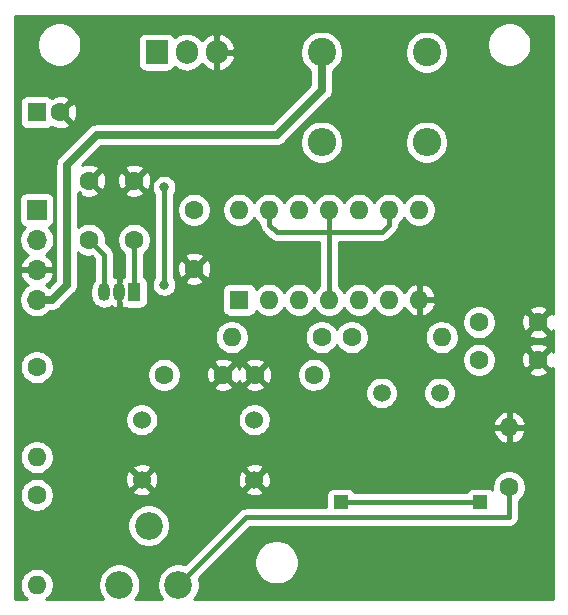
<source format=gbl>
G04 #@! TF.GenerationSoftware,KiCad,Pcbnew,5.1.9+dfsg1-1*
G04 #@! TF.CreationDate,2022-09-10T10:34:51-05:00*
G04 #@! TF.ProjectId,RockSolid,526f636b-536f-46c6-9964-2e6b69636164,rev?*
G04 #@! TF.SameCoordinates,Original*
G04 #@! TF.FileFunction,Copper,L2,Bot*
G04 #@! TF.FilePolarity,Positive*
%FSLAX46Y46*%
G04 Gerber Fmt 4.6, Leading zero omitted, Abs format (unit mm)*
G04 Created by KiCad (PCBNEW 5.1.9+dfsg1-1) date 2022-09-10 10:34:51*
%MOMM*%
%LPD*%
G01*
G04 APERTURE LIST*
G04 #@! TA.AperFunction,ComponentPad*
%ADD10O,1.600000X1.600000*%
G04 #@! TD*
G04 #@! TA.AperFunction,ComponentPad*
%ADD11C,1.600000*%
G04 #@! TD*
G04 #@! TA.AperFunction,ComponentPad*
%ADD12R,1.600000X1.600000*%
G04 #@! TD*
G04 #@! TA.AperFunction,ComponentPad*
%ADD13O,2.400000X2.400000*%
G04 #@! TD*
G04 #@! TA.AperFunction,ComponentPad*
%ADD14C,2.400000*%
G04 #@! TD*
G04 #@! TA.AperFunction,ComponentPad*
%ADD15C,1.500000*%
G04 #@! TD*
G04 #@! TA.AperFunction,ComponentPad*
%ADD16R,1.200000X1.200000*%
G04 #@! TD*
G04 #@! TA.AperFunction,ComponentPad*
%ADD17C,1.524000*%
G04 #@! TD*
G04 #@! TA.AperFunction,ComponentPad*
%ADD18R,1.905000X2.000000*%
G04 #@! TD*
G04 #@! TA.AperFunction,ComponentPad*
%ADD19O,1.905000X2.000000*%
G04 #@! TD*
G04 #@! TA.AperFunction,ComponentPad*
%ADD20O,1.050000X1.500000*%
G04 #@! TD*
G04 #@! TA.AperFunction,ComponentPad*
%ADD21R,1.050000X1.500000*%
G04 #@! TD*
G04 #@! TA.AperFunction,ComponentPad*
%ADD22C,2.340000*%
G04 #@! TD*
G04 #@! TA.AperFunction,ComponentPad*
%ADD23R,1.700000X1.700000*%
G04 #@! TD*
G04 #@! TA.AperFunction,ComponentPad*
%ADD24O,1.700000X1.700000*%
G04 #@! TD*
G04 #@! TA.AperFunction,ViaPad*
%ADD25C,0.800000*%
G04 #@! TD*
G04 #@! TA.AperFunction,Conductor*
%ADD26C,0.635000*%
G04 #@! TD*
G04 #@! TA.AperFunction,Conductor*
%ADD27C,0.381000*%
G04 #@! TD*
G04 #@! TA.AperFunction,Conductor*
%ADD28C,0.254000*%
G04 #@! TD*
G04 #@! TA.AperFunction,Conductor*
%ADD29C,0.127000*%
G04 #@! TD*
G04 APERTURE END LIST*
D10*
X72390000Y-83820000D03*
D11*
X72390000Y-76200000D03*
X74390000Y-54610000D03*
D12*
X72390000Y-54610000D03*
D10*
X72390000Y-94615000D03*
D11*
X72390000Y-86995000D03*
D13*
X96520000Y-57150000D03*
D14*
X96520000Y-49530000D03*
D13*
X105410000Y-57150000D03*
D14*
X105410000Y-49530000D03*
D10*
X106680000Y-73660000D03*
D11*
X99060000Y-73660000D03*
X96520000Y-73660000D03*
D10*
X88900000Y-73660000D03*
D11*
X76835000Y-60405000D03*
X76835000Y-65405000D03*
X80645000Y-65405000D03*
X80645000Y-60405000D03*
X85725000Y-67865000D03*
X85725000Y-62865000D03*
X109855000Y-75565000D03*
X114855000Y-75565000D03*
X90885000Y-76835000D03*
X95885000Y-76835000D03*
X83185000Y-76835000D03*
X88185000Y-76835000D03*
X109855000Y-72390000D03*
X114855000Y-72390000D03*
D15*
X101600000Y-78380000D03*
X106500000Y-78380000D03*
D16*
X98150000Y-87630000D03*
X109950000Y-87630000D03*
D17*
X90805000Y-85725000D03*
X90805000Y-80645000D03*
X81280000Y-80645000D03*
X81280000Y-85725000D03*
D12*
X89535000Y-70485000D03*
D10*
X104775000Y-62865000D03*
X92075000Y-70485000D03*
X102235000Y-62865000D03*
X94615000Y-70485000D03*
X99695000Y-62865000D03*
X97155000Y-70485000D03*
X97155000Y-62865000D03*
X99695000Y-70485000D03*
X94615000Y-62865000D03*
X102235000Y-70485000D03*
X92075000Y-62865000D03*
X104775000Y-70485000D03*
X89535000Y-62865000D03*
D18*
X82550000Y-49530000D03*
D19*
X85090000Y-49530000D03*
X87630000Y-49530000D03*
D20*
X79375000Y-69850000D03*
X78105000Y-69850000D03*
D21*
X80645000Y-69850000D03*
D22*
X84375000Y-94615000D03*
X81875000Y-89615000D03*
X79375000Y-94615000D03*
D11*
X112395000Y-86360000D03*
D10*
X112395000Y-81280000D03*
D23*
X72390000Y-62865000D03*
D24*
X72390000Y-65405000D03*
X72390000Y-67945000D03*
X72390000Y-70485000D03*
D25*
X83185000Y-69215000D03*
X83185000Y-60960000D03*
D26*
X72390000Y-70485000D02*
X73660000Y-70485000D01*
X73660000Y-70485000D02*
X74930000Y-69215000D01*
X74930000Y-69215000D02*
X74930000Y-59055000D01*
X74930000Y-59055000D02*
X77470000Y-56515000D01*
X77470000Y-56515000D02*
X92710000Y-56515000D01*
X92710000Y-56515000D02*
X96520000Y-52705000D01*
X96520000Y-52705000D02*
X96520000Y-49530000D01*
D27*
X83185000Y-69215000D02*
X83185000Y-60960000D01*
X84375000Y-94615000D02*
X90090000Y-88900000D01*
X90090000Y-88900000D02*
X112395000Y-88900000D01*
X112395000Y-88900000D02*
X112395000Y-86360000D01*
X78105000Y-69850000D02*
X78105000Y-66675000D01*
X78105000Y-66675000D02*
X76835000Y-65405000D01*
X80645000Y-69850000D02*
X80645000Y-65405000D01*
X98150000Y-87630000D02*
X109855000Y-87630000D01*
X102235000Y-62865000D02*
X102235000Y-64135000D01*
X101600000Y-64770000D02*
X97155000Y-64770000D01*
X102235000Y-64135000D02*
X101600000Y-64770000D01*
X97155000Y-64770000D02*
X97155000Y-62865000D01*
X97155000Y-70485000D02*
X97155000Y-64770000D01*
X97155000Y-64770000D02*
X93345000Y-64770000D01*
X93345000Y-64770000D02*
X92710000Y-64770000D01*
X92710000Y-64770000D02*
X92075000Y-64135000D01*
X92075000Y-64135000D02*
X92075000Y-62865000D01*
D28*
X116130001Y-71720196D02*
X116091671Y-71648486D01*
X115847702Y-71576903D01*
X115034605Y-72390000D01*
X115847702Y-73203097D01*
X116091671Y-73131514D01*
X116130001Y-73050508D01*
X116130001Y-74895196D01*
X116091671Y-74823486D01*
X115847702Y-74751903D01*
X115034605Y-75565000D01*
X115847702Y-76378097D01*
X116091671Y-76306514D01*
X116130001Y-76225508D01*
X116130001Y-95810000D01*
X85732656Y-95810000D01*
X85777035Y-95765621D01*
X85974571Y-95469988D01*
X86110635Y-95141499D01*
X86180000Y-94792777D01*
X86180000Y-94437223D01*
X86110635Y-94088501D01*
X86098420Y-94059012D01*
X87633088Y-92524344D01*
X90825000Y-92524344D01*
X90825000Y-92895656D01*
X90897439Y-93259834D01*
X91039534Y-93602882D01*
X91245825Y-93911618D01*
X91508382Y-94174175D01*
X91817118Y-94380466D01*
X92160166Y-94522561D01*
X92524344Y-94595000D01*
X92895656Y-94595000D01*
X93259834Y-94522561D01*
X93602882Y-94380466D01*
X93911618Y-94174175D01*
X94174175Y-93911618D01*
X94380466Y-93602882D01*
X94522561Y-93259834D01*
X94595000Y-92895656D01*
X94595000Y-92524344D01*
X94522561Y-92160166D01*
X94380466Y-91817118D01*
X94174175Y-91508382D01*
X93911618Y-91245825D01*
X93602882Y-91039534D01*
X93259834Y-90897439D01*
X92895656Y-90825000D01*
X92524344Y-90825000D01*
X92160166Y-90897439D01*
X91817118Y-91039534D01*
X91508382Y-91245825D01*
X91245825Y-91508382D01*
X91039534Y-91817118D01*
X90897439Y-92160166D01*
X90825000Y-92524344D01*
X87633088Y-92524344D01*
X90431933Y-89725500D01*
X112354447Y-89725500D01*
X112395000Y-89729494D01*
X112435553Y-89725500D01*
X112556826Y-89713556D01*
X112712434Y-89666353D01*
X112855842Y-89589699D01*
X112981541Y-89486541D01*
X113084699Y-89360842D01*
X113161353Y-89217434D01*
X113208556Y-89061826D01*
X113224494Y-88900000D01*
X113220500Y-88859447D01*
X113220500Y-87534278D01*
X113309759Y-87474637D01*
X113509637Y-87274759D01*
X113666680Y-87039727D01*
X113774853Y-86778574D01*
X113830000Y-86501335D01*
X113830000Y-86218665D01*
X113774853Y-85941426D01*
X113666680Y-85680273D01*
X113509637Y-85445241D01*
X113309759Y-85245363D01*
X113074727Y-85088320D01*
X112813574Y-84980147D01*
X112536335Y-84925000D01*
X112253665Y-84925000D01*
X111976426Y-84980147D01*
X111715273Y-85088320D01*
X111480241Y-85245363D01*
X111280363Y-85445241D01*
X111123320Y-85680273D01*
X111015147Y-85941426D01*
X110960000Y-86218665D01*
X110960000Y-86501335D01*
X110970384Y-86553537D01*
X110904494Y-86499463D01*
X110794180Y-86440498D01*
X110674482Y-86404188D01*
X110550000Y-86391928D01*
X109350000Y-86391928D01*
X109225518Y-86404188D01*
X109105820Y-86440498D01*
X108995506Y-86499463D01*
X108898815Y-86578815D01*
X108819463Y-86675506D01*
X108760498Y-86785820D01*
X108754831Y-86804500D01*
X99345169Y-86804500D01*
X99339502Y-86785820D01*
X99280537Y-86675506D01*
X99201185Y-86578815D01*
X99104494Y-86499463D01*
X98994180Y-86440498D01*
X98874482Y-86404188D01*
X98750000Y-86391928D01*
X97550000Y-86391928D01*
X97425518Y-86404188D01*
X97305820Y-86440498D01*
X97195506Y-86499463D01*
X97098815Y-86578815D01*
X97019463Y-86675506D01*
X96960498Y-86785820D01*
X96924188Y-86905518D01*
X96911928Y-87030000D01*
X96911928Y-88074500D01*
X90130550Y-88074500D01*
X90090000Y-88070506D01*
X90049450Y-88074500D01*
X90049447Y-88074500D01*
X89928174Y-88086444D01*
X89772566Y-88133647D01*
X89629157Y-88210301D01*
X89560460Y-88266680D01*
X89503459Y-88313459D01*
X89477607Y-88344960D01*
X84930988Y-92891580D01*
X84901499Y-92879365D01*
X84552777Y-92810000D01*
X84197223Y-92810000D01*
X83848501Y-92879365D01*
X83520012Y-93015429D01*
X83224379Y-93212965D01*
X82972965Y-93464379D01*
X82775429Y-93760012D01*
X82639365Y-94088501D01*
X82570000Y-94437223D01*
X82570000Y-94792777D01*
X82639365Y-95141499D01*
X82775429Y-95469988D01*
X82972965Y-95765621D01*
X83017344Y-95810000D01*
X80732656Y-95810000D01*
X80777035Y-95765621D01*
X80974571Y-95469988D01*
X81110635Y-95141499D01*
X81180000Y-94792777D01*
X81180000Y-94437223D01*
X81110635Y-94088501D01*
X80974571Y-93760012D01*
X80777035Y-93464379D01*
X80525621Y-93212965D01*
X80229988Y-93015429D01*
X79901499Y-92879365D01*
X79552777Y-92810000D01*
X79197223Y-92810000D01*
X78848501Y-92879365D01*
X78520012Y-93015429D01*
X78224379Y-93212965D01*
X77972965Y-93464379D01*
X77775429Y-93760012D01*
X77639365Y-94088501D01*
X77570000Y-94437223D01*
X77570000Y-94792777D01*
X77639365Y-95141499D01*
X77775429Y-95469988D01*
X77972965Y-95765621D01*
X78017344Y-95810000D01*
X73184487Y-95810000D01*
X73304759Y-95729637D01*
X73504637Y-95529759D01*
X73661680Y-95294727D01*
X73769853Y-95033574D01*
X73825000Y-94756335D01*
X73825000Y-94473665D01*
X73769853Y-94196426D01*
X73661680Y-93935273D01*
X73504637Y-93700241D01*
X73304759Y-93500363D01*
X73069727Y-93343320D01*
X72808574Y-93235147D01*
X72531335Y-93180000D01*
X72248665Y-93180000D01*
X71971426Y-93235147D01*
X71710273Y-93343320D01*
X71475241Y-93500363D01*
X71275363Y-93700241D01*
X71118320Y-93935273D01*
X71010147Y-94196426D01*
X70955000Y-94473665D01*
X70955000Y-94756335D01*
X71010147Y-95033574D01*
X71118320Y-95294727D01*
X71275363Y-95529759D01*
X71475241Y-95729637D01*
X71595513Y-95810000D01*
X70560000Y-95810000D01*
X70560000Y-89437223D01*
X80070000Y-89437223D01*
X80070000Y-89792777D01*
X80139365Y-90141499D01*
X80275429Y-90469988D01*
X80472965Y-90765621D01*
X80724379Y-91017035D01*
X81020012Y-91214571D01*
X81348501Y-91350635D01*
X81697223Y-91420000D01*
X82052777Y-91420000D01*
X82401499Y-91350635D01*
X82729988Y-91214571D01*
X83025621Y-91017035D01*
X83277035Y-90765621D01*
X83474571Y-90469988D01*
X83610635Y-90141499D01*
X83680000Y-89792777D01*
X83680000Y-89437223D01*
X83610635Y-89088501D01*
X83474571Y-88760012D01*
X83277035Y-88464379D01*
X83025621Y-88212965D01*
X82729988Y-88015429D01*
X82401499Y-87879365D01*
X82052777Y-87810000D01*
X81697223Y-87810000D01*
X81348501Y-87879365D01*
X81020012Y-88015429D01*
X80724379Y-88212965D01*
X80472965Y-88464379D01*
X80275429Y-88760012D01*
X80139365Y-89088501D01*
X80070000Y-89437223D01*
X70560000Y-89437223D01*
X70560000Y-86853665D01*
X70955000Y-86853665D01*
X70955000Y-87136335D01*
X71010147Y-87413574D01*
X71118320Y-87674727D01*
X71275363Y-87909759D01*
X71475241Y-88109637D01*
X71710273Y-88266680D01*
X71971426Y-88374853D01*
X72248665Y-88430000D01*
X72531335Y-88430000D01*
X72808574Y-88374853D01*
X73069727Y-88266680D01*
X73304759Y-88109637D01*
X73504637Y-87909759D01*
X73661680Y-87674727D01*
X73769853Y-87413574D01*
X73825000Y-87136335D01*
X73825000Y-86853665D01*
X73792557Y-86690565D01*
X80494040Y-86690565D01*
X80561020Y-86930656D01*
X80810048Y-87047756D01*
X81077135Y-87114023D01*
X81352017Y-87126910D01*
X81624133Y-87085922D01*
X81883023Y-86992636D01*
X81998980Y-86930656D01*
X82065960Y-86690565D01*
X90019040Y-86690565D01*
X90086020Y-86930656D01*
X90335048Y-87047756D01*
X90602135Y-87114023D01*
X90877017Y-87126910D01*
X91149133Y-87085922D01*
X91408023Y-86992636D01*
X91523980Y-86930656D01*
X91590960Y-86690565D01*
X90805000Y-85904605D01*
X90019040Y-86690565D01*
X82065960Y-86690565D01*
X81280000Y-85904605D01*
X80494040Y-86690565D01*
X73792557Y-86690565D01*
X73769853Y-86576426D01*
X73661680Y-86315273D01*
X73504637Y-86080241D01*
X73304759Y-85880363D01*
X73180023Y-85797017D01*
X79878090Y-85797017D01*
X79919078Y-86069133D01*
X80012364Y-86328023D01*
X80074344Y-86443980D01*
X80314435Y-86510960D01*
X81100395Y-85725000D01*
X81459605Y-85725000D01*
X82245565Y-86510960D01*
X82485656Y-86443980D01*
X82602756Y-86194952D01*
X82669023Y-85927865D01*
X82675157Y-85797017D01*
X89403090Y-85797017D01*
X89444078Y-86069133D01*
X89537364Y-86328023D01*
X89599344Y-86443980D01*
X89839435Y-86510960D01*
X90625395Y-85725000D01*
X90984605Y-85725000D01*
X91770565Y-86510960D01*
X92010656Y-86443980D01*
X92127756Y-86194952D01*
X92194023Y-85927865D01*
X92206910Y-85652983D01*
X92165922Y-85380867D01*
X92072636Y-85121977D01*
X92010656Y-85006020D01*
X91770565Y-84939040D01*
X90984605Y-85725000D01*
X90625395Y-85725000D01*
X89839435Y-84939040D01*
X89599344Y-85006020D01*
X89482244Y-85255048D01*
X89415977Y-85522135D01*
X89403090Y-85797017D01*
X82675157Y-85797017D01*
X82681910Y-85652983D01*
X82640922Y-85380867D01*
X82547636Y-85121977D01*
X82485656Y-85006020D01*
X82245565Y-84939040D01*
X81459605Y-85725000D01*
X81100395Y-85725000D01*
X80314435Y-84939040D01*
X80074344Y-85006020D01*
X79957244Y-85255048D01*
X79890977Y-85522135D01*
X79878090Y-85797017D01*
X73180023Y-85797017D01*
X73069727Y-85723320D01*
X72808574Y-85615147D01*
X72531335Y-85560000D01*
X72248665Y-85560000D01*
X71971426Y-85615147D01*
X71710273Y-85723320D01*
X71475241Y-85880363D01*
X71275363Y-86080241D01*
X71118320Y-86315273D01*
X71010147Y-86576426D01*
X70955000Y-86853665D01*
X70560000Y-86853665D01*
X70560000Y-83678665D01*
X70955000Y-83678665D01*
X70955000Y-83961335D01*
X71010147Y-84238574D01*
X71118320Y-84499727D01*
X71275363Y-84734759D01*
X71475241Y-84934637D01*
X71710273Y-85091680D01*
X71971426Y-85199853D01*
X72248665Y-85255000D01*
X72531335Y-85255000D01*
X72808574Y-85199853D01*
X73069727Y-85091680D01*
X73304759Y-84934637D01*
X73479961Y-84759435D01*
X80494040Y-84759435D01*
X81280000Y-85545395D01*
X82065960Y-84759435D01*
X90019040Y-84759435D01*
X90805000Y-85545395D01*
X91590960Y-84759435D01*
X91523980Y-84519344D01*
X91274952Y-84402244D01*
X91007865Y-84335977D01*
X90732983Y-84323090D01*
X90460867Y-84364078D01*
X90201977Y-84457364D01*
X90086020Y-84519344D01*
X90019040Y-84759435D01*
X82065960Y-84759435D01*
X81998980Y-84519344D01*
X81749952Y-84402244D01*
X81482865Y-84335977D01*
X81207983Y-84323090D01*
X80935867Y-84364078D01*
X80676977Y-84457364D01*
X80561020Y-84519344D01*
X80494040Y-84759435D01*
X73479961Y-84759435D01*
X73504637Y-84734759D01*
X73661680Y-84499727D01*
X73769853Y-84238574D01*
X73825000Y-83961335D01*
X73825000Y-83678665D01*
X73769853Y-83401426D01*
X73661680Y-83140273D01*
X73504637Y-82905241D01*
X73304759Y-82705363D01*
X73069727Y-82548320D01*
X72808574Y-82440147D01*
X72531335Y-82385000D01*
X72248665Y-82385000D01*
X71971426Y-82440147D01*
X71710273Y-82548320D01*
X71475241Y-82705363D01*
X71275363Y-82905241D01*
X71118320Y-83140273D01*
X71010147Y-83401426D01*
X70955000Y-83678665D01*
X70560000Y-83678665D01*
X70560000Y-80507408D01*
X79883000Y-80507408D01*
X79883000Y-80782592D01*
X79936686Y-81052490D01*
X80041995Y-81306727D01*
X80194880Y-81535535D01*
X80389465Y-81730120D01*
X80618273Y-81883005D01*
X80872510Y-81988314D01*
X81142408Y-82042000D01*
X81417592Y-82042000D01*
X81687490Y-81988314D01*
X81941727Y-81883005D01*
X82170535Y-81730120D01*
X82365120Y-81535535D01*
X82518005Y-81306727D01*
X82623314Y-81052490D01*
X82677000Y-80782592D01*
X82677000Y-80507408D01*
X89408000Y-80507408D01*
X89408000Y-80782592D01*
X89461686Y-81052490D01*
X89566995Y-81306727D01*
X89719880Y-81535535D01*
X89914465Y-81730120D01*
X90143273Y-81883005D01*
X90397510Y-81988314D01*
X90667408Y-82042000D01*
X90942592Y-82042000D01*
X91212490Y-81988314D01*
X91466727Y-81883005D01*
X91695535Y-81730120D01*
X91796615Y-81629040D01*
X111003091Y-81629040D01*
X111097930Y-81893881D01*
X111242615Y-82135131D01*
X111431586Y-82343519D01*
X111657580Y-82511037D01*
X111911913Y-82631246D01*
X112045961Y-82671904D01*
X112268000Y-82549915D01*
X112268000Y-81407000D01*
X112522000Y-81407000D01*
X112522000Y-82549915D01*
X112744039Y-82671904D01*
X112878087Y-82631246D01*
X113132420Y-82511037D01*
X113358414Y-82343519D01*
X113547385Y-82135131D01*
X113692070Y-81893881D01*
X113786909Y-81629040D01*
X113665624Y-81407000D01*
X112522000Y-81407000D01*
X112268000Y-81407000D01*
X111124376Y-81407000D01*
X111003091Y-81629040D01*
X91796615Y-81629040D01*
X91890120Y-81535535D01*
X92043005Y-81306727D01*
X92148314Y-81052490D01*
X92172487Y-80930960D01*
X111003091Y-80930960D01*
X111124376Y-81153000D01*
X112268000Y-81153000D01*
X112268000Y-80010085D01*
X112522000Y-80010085D01*
X112522000Y-81153000D01*
X113665624Y-81153000D01*
X113786909Y-80930960D01*
X113692070Y-80666119D01*
X113547385Y-80424869D01*
X113358414Y-80216481D01*
X113132420Y-80048963D01*
X112878087Y-79928754D01*
X112744039Y-79888096D01*
X112522000Y-80010085D01*
X112268000Y-80010085D01*
X112045961Y-79888096D01*
X111911913Y-79928754D01*
X111657580Y-80048963D01*
X111431586Y-80216481D01*
X111242615Y-80424869D01*
X111097930Y-80666119D01*
X111003091Y-80930960D01*
X92172487Y-80930960D01*
X92202000Y-80782592D01*
X92202000Y-80507408D01*
X92148314Y-80237510D01*
X92043005Y-79983273D01*
X91890120Y-79754465D01*
X91695535Y-79559880D01*
X91466727Y-79406995D01*
X91212490Y-79301686D01*
X90942592Y-79248000D01*
X90667408Y-79248000D01*
X90397510Y-79301686D01*
X90143273Y-79406995D01*
X89914465Y-79559880D01*
X89719880Y-79754465D01*
X89566995Y-79983273D01*
X89461686Y-80237510D01*
X89408000Y-80507408D01*
X82677000Y-80507408D01*
X82623314Y-80237510D01*
X82518005Y-79983273D01*
X82365120Y-79754465D01*
X82170535Y-79559880D01*
X81941727Y-79406995D01*
X81687490Y-79301686D01*
X81417592Y-79248000D01*
X81142408Y-79248000D01*
X80872510Y-79301686D01*
X80618273Y-79406995D01*
X80389465Y-79559880D01*
X80194880Y-79754465D01*
X80041995Y-79983273D01*
X79936686Y-80237510D01*
X79883000Y-80507408D01*
X70560000Y-80507408D01*
X70560000Y-76058665D01*
X70955000Y-76058665D01*
X70955000Y-76341335D01*
X71010147Y-76618574D01*
X71118320Y-76879727D01*
X71275363Y-77114759D01*
X71475241Y-77314637D01*
X71710273Y-77471680D01*
X71971426Y-77579853D01*
X72248665Y-77635000D01*
X72531335Y-77635000D01*
X72808574Y-77579853D01*
X73069727Y-77471680D01*
X73304759Y-77314637D01*
X73504637Y-77114759D01*
X73661680Y-76879727D01*
X73738749Y-76693665D01*
X81750000Y-76693665D01*
X81750000Y-76976335D01*
X81805147Y-77253574D01*
X81913320Y-77514727D01*
X82070363Y-77749759D01*
X82270241Y-77949637D01*
X82505273Y-78106680D01*
X82766426Y-78214853D01*
X83043665Y-78270000D01*
X83326335Y-78270000D01*
X83603574Y-78214853D01*
X83864727Y-78106680D01*
X84099759Y-77949637D01*
X84221694Y-77827702D01*
X87371903Y-77827702D01*
X87443486Y-78071671D01*
X87698996Y-78192571D01*
X87973184Y-78261300D01*
X88255512Y-78275217D01*
X88535130Y-78233787D01*
X88801292Y-78138603D01*
X88926514Y-78071671D01*
X88998097Y-77827702D01*
X90071903Y-77827702D01*
X90143486Y-78071671D01*
X90398996Y-78192571D01*
X90673184Y-78261300D01*
X90955512Y-78275217D01*
X91235130Y-78233787D01*
X91501292Y-78138603D01*
X91626514Y-78071671D01*
X91698097Y-77827702D01*
X90885000Y-77014605D01*
X90071903Y-77827702D01*
X88998097Y-77827702D01*
X88185000Y-77014605D01*
X87371903Y-77827702D01*
X84221694Y-77827702D01*
X84299637Y-77749759D01*
X84456680Y-77514727D01*
X84564853Y-77253574D01*
X84620000Y-76976335D01*
X84620000Y-76905512D01*
X86744783Y-76905512D01*
X86786213Y-77185130D01*
X86881397Y-77451292D01*
X86948329Y-77576514D01*
X87192298Y-77648097D01*
X88005395Y-76835000D01*
X88364605Y-76835000D01*
X89177702Y-77648097D01*
X89421671Y-77576514D01*
X89538147Y-77330353D01*
X89581397Y-77451292D01*
X89648329Y-77576514D01*
X89892298Y-77648097D01*
X90705395Y-76835000D01*
X91064605Y-76835000D01*
X91877702Y-77648097D01*
X92121671Y-77576514D01*
X92242571Y-77321004D01*
X92311300Y-77046816D01*
X92325217Y-76764488D01*
X92314724Y-76693665D01*
X94450000Y-76693665D01*
X94450000Y-76976335D01*
X94505147Y-77253574D01*
X94613320Y-77514727D01*
X94770363Y-77749759D01*
X94970241Y-77949637D01*
X95205273Y-78106680D01*
X95466426Y-78214853D01*
X95743665Y-78270000D01*
X96026335Y-78270000D01*
X96159110Y-78243589D01*
X100215000Y-78243589D01*
X100215000Y-78516411D01*
X100268225Y-78783989D01*
X100372629Y-79036043D01*
X100524201Y-79262886D01*
X100717114Y-79455799D01*
X100943957Y-79607371D01*
X101196011Y-79711775D01*
X101463589Y-79765000D01*
X101736411Y-79765000D01*
X102003989Y-79711775D01*
X102256043Y-79607371D01*
X102482886Y-79455799D01*
X102675799Y-79262886D01*
X102827371Y-79036043D01*
X102931775Y-78783989D01*
X102985000Y-78516411D01*
X102985000Y-78243589D01*
X105115000Y-78243589D01*
X105115000Y-78516411D01*
X105168225Y-78783989D01*
X105272629Y-79036043D01*
X105424201Y-79262886D01*
X105617114Y-79455799D01*
X105843957Y-79607371D01*
X106096011Y-79711775D01*
X106363589Y-79765000D01*
X106636411Y-79765000D01*
X106903989Y-79711775D01*
X107156043Y-79607371D01*
X107382886Y-79455799D01*
X107575799Y-79262886D01*
X107727371Y-79036043D01*
X107831775Y-78783989D01*
X107885000Y-78516411D01*
X107885000Y-78243589D01*
X107831775Y-77976011D01*
X107727371Y-77723957D01*
X107575799Y-77497114D01*
X107382886Y-77304201D01*
X107156043Y-77152629D01*
X106903989Y-77048225D01*
X106636411Y-76995000D01*
X106363589Y-76995000D01*
X106096011Y-77048225D01*
X105843957Y-77152629D01*
X105617114Y-77304201D01*
X105424201Y-77497114D01*
X105272629Y-77723957D01*
X105168225Y-77976011D01*
X105115000Y-78243589D01*
X102985000Y-78243589D01*
X102931775Y-77976011D01*
X102827371Y-77723957D01*
X102675799Y-77497114D01*
X102482886Y-77304201D01*
X102256043Y-77152629D01*
X102003989Y-77048225D01*
X101736411Y-76995000D01*
X101463589Y-76995000D01*
X101196011Y-77048225D01*
X100943957Y-77152629D01*
X100717114Y-77304201D01*
X100524201Y-77497114D01*
X100372629Y-77723957D01*
X100268225Y-77976011D01*
X100215000Y-78243589D01*
X96159110Y-78243589D01*
X96303574Y-78214853D01*
X96564727Y-78106680D01*
X96799759Y-77949637D01*
X96999637Y-77749759D01*
X97156680Y-77514727D01*
X97264853Y-77253574D01*
X97320000Y-76976335D01*
X97320000Y-76693665D01*
X97264853Y-76416426D01*
X97156680Y-76155273D01*
X96999637Y-75920241D01*
X96799759Y-75720363D01*
X96564727Y-75563320D01*
X96303574Y-75455147D01*
X96145306Y-75423665D01*
X108420000Y-75423665D01*
X108420000Y-75706335D01*
X108475147Y-75983574D01*
X108583320Y-76244727D01*
X108740363Y-76479759D01*
X108940241Y-76679637D01*
X109175273Y-76836680D01*
X109436426Y-76944853D01*
X109713665Y-77000000D01*
X109996335Y-77000000D01*
X110273574Y-76944853D01*
X110534727Y-76836680D01*
X110769759Y-76679637D01*
X110891694Y-76557702D01*
X114041903Y-76557702D01*
X114113486Y-76801671D01*
X114368996Y-76922571D01*
X114643184Y-76991300D01*
X114925512Y-77005217D01*
X115205130Y-76963787D01*
X115471292Y-76868603D01*
X115596514Y-76801671D01*
X115668097Y-76557702D01*
X114855000Y-75744605D01*
X114041903Y-76557702D01*
X110891694Y-76557702D01*
X110969637Y-76479759D01*
X111126680Y-76244727D01*
X111234853Y-75983574D01*
X111290000Y-75706335D01*
X111290000Y-75635512D01*
X113414783Y-75635512D01*
X113456213Y-75915130D01*
X113551397Y-76181292D01*
X113618329Y-76306514D01*
X113862298Y-76378097D01*
X114675395Y-75565000D01*
X113862298Y-74751903D01*
X113618329Y-74823486D01*
X113497429Y-75078996D01*
X113428700Y-75353184D01*
X113414783Y-75635512D01*
X111290000Y-75635512D01*
X111290000Y-75423665D01*
X111234853Y-75146426D01*
X111126680Y-74885273D01*
X110969637Y-74650241D01*
X110891694Y-74572298D01*
X114041903Y-74572298D01*
X114855000Y-75385395D01*
X115668097Y-74572298D01*
X115596514Y-74328329D01*
X115341004Y-74207429D01*
X115066816Y-74138700D01*
X114784488Y-74124783D01*
X114504870Y-74166213D01*
X114238708Y-74261397D01*
X114113486Y-74328329D01*
X114041903Y-74572298D01*
X110891694Y-74572298D01*
X110769759Y-74450363D01*
X110534727Y-74293320D01*
X110273574Y-74185147D01*
X109996335Y-74130000D01*
X109713665Y-74130000D01*
X109436426Y-74185147D01*
X109175273Y-74293320D01*
X108940241Y-74450363D01*
X108740363Y-74650241D01*
X108583320Y-74885273D01*
X108475147Y-75146426D01*
X108420000Y-75423665D01*
X96145306Y-75423665D01*
X96026335Y-75400000D01*
X95743665Y-75400000D01*
X95466426Y-75455147D01*
X95205273Y-75563320D01*
X94970241Y-75720363D01*
X94770363Y-75920241D01*
X94613320Y-76155273D01*
X94505147Y-76416426D01*
X94450000Y-76693665D01*
X92314724Y-76693665D01*
X92283787Y-76484870D01*
X92188603Y-76218708D01*
X92121671Y-76093486D01*
X91877702Y-76021903D01*
X91064605Y-76835000D01*
X90705395Y-76835000D01*
X89892298Y-76021903D01*
X89648329Y-76093486D01*
X89531853Y-76339647D01*
X89488603Y-76218708D01*
X89421671Y-76093486D01*
X89177702Y-76021903D01*
X88364605Y-76835000D01*
X88005395Y-76835000D01*
X87192298Y-76021903D01*
X86948329Y-76093486D01*
X86827429Y-76348996D01*
X86758700Y-76623184D01*
X86744783Y-76905512D01*
X84620000Y-76905512D01*
X84620000Y-76693665D01*
X84564853Y-76416426D01*
X84456680Y-76155273D01*
X84299637Y-75920241D01*
X84221694Y-75842298D01*
X87371903Y-75842298D01*
X88185000Y-76655395D01*
X88998097Y-75842298D01*
X90071903Y-75842298D01*
X90885000Y-76655395D01*
X91698097Y-75842298D01*
X91626514Y-75598329D01*
X91371004Y-75477429D01*
X91096816Y-75408700D01*
X90814488Y-75394783D01*
X90534870Y-75436213D01*
X90268708Y-75531397D01*
X90143486Y-75598329D01*
X90071903Y-75842298D01*
X88998097Y-75842298D01*
X88926514Y-75598329D01*
X88671004Y-75477429D01*
X88396816Y-75408700D01*
X88114488Y-75394783D01*
X87834870Y-75436213D01*
X87568708Y-75531397D01*
X87443486Y-75598329D01*
X87371903Y-75842298D01*
X84221694Y-75842298D01*
X84099759Y-75720363D01*
X83864727Y-75563320D01*
X83603574Y-75455147D01*
X83326335Y-75400000D01*
X83043665Y-75400000D01*
X82766426Y-75455147D01*
X82505273Y-75563320D01*
X82270241Y-75720363D01*
X82070363Y-75920241D01*
X81913320Y-76155273D01*
X81805147Y-76416426D01*
X81750000Y-76693665D01*
X73738749Y-76693665D01*
X73769853Y-76618574D01*
X73825000Y-76341335D01*
X73825000Y-76058665D01*
X73769853Y-75781426D01*
X73661680Y-75520273D01*
X73504637Y-75285241D01*
X73304759Y-75085363D01*
X73069727Y-74928320D01*
X72808574Y-74820147D01*
X72531335Y-74765000D01*
X72248665Y-74765000D01*
X71971426Y-74820147D01*
X71710273Y-74928320D01*
X71475241Y-75085363D01*
X71275363Y-75285241D01*
X71118320Y-75520273D01*
X71010147Y-75781426D01*
X70955000Y-76058665D01*
X70560000Y-76058665D01*
X70560000Y-73518665D01*
X87465000Y-73518665D01*
X87465000Y-73801335D01*
X87520147Y-74078574D01*
X87628320Y-74339727D01*
X87785363Y-74574759D01*
X87985241Y-74774637D01*
X88220273Y-74931680D01*
X88481426Y-75039853D01*
X88758665Y-75095000D01*
X89041335Y-75095000D01*
X89318574Y-75039853D01*
X89579727Y-74931680D01*
X89814759Y-74774637D01*
X90014637Y-74574759D01*
X90171680Y-74339727D01*
X90279853Y-74078574D01*
X90335000Y-73801335D01*
X90335000Y-73518665D01*
X95085000Y-73518665D01*
X95085000Y-73801335D01*
X95140147Y-74078574D01*
X95248320Y-74339727D01*
X95405363Y-74574759D01*
X95605241Y-74774637D01*
X95840273Y-74931680D01*
X96101426Y-75039853D01*
X96378665Y-75095000D01*
X96661335Y-75095000D01*
X96938574Y-75039853D01*
X97199727Y-74931680D01*
X97434759Y-74774637D01*
X97634637Y-74574759D01*
X97790000Y-74342241D01*
X97945363Y-74574759D01*
X98145241Y-74774637D01*
X98380273Y-74931680D01*
X98641426Y-75039853D01*
X98918665Y-75095000D01*
X99201335Y-75095000D01*
X99478574Y-75039853D01*
X99739727Y-74931680D01*
X99974759Y-74774637D01*
X100174637Y-74574759D01*
X100331680Y-74339727D01*
X100439853Y-74078574D01*
X100495000Y-73801335D01*
X100495000Y-73518665D01*
X105245000Y-73518665D01*
X105245000Y-73801335D01*
X105300147Y-74078574D01*
X105408320Y-74339727D01*
X105565363Y-74574759D01*
X105765241Y-74774637D01*
X106000273Y-74931680D01*
X106261426Y-75039853D01*
X106538665Y-75095000D01*
X106821335Y-75095000D01*
X107098574Y-75039853D01*
X107359727Y-74931680D01*
X107594759Y-74774637D01*
X107794637Y-74574759D01*
X107951680Y-74339727D01*
X108059853Y-74078574D01*
X108115000Y-73801335D01*
X108115000Y-73518665D01*
X108059853Y-73241426D01*
X107951680Y-72980273D01*
X107794637Y-72745241D01*
X107594759Y-72545363D01*
X107359727Y-72388320D01*
X107098574Y-72280147D01*
X106940306Y-72248665D01*
X108420000Y-72248665D01*
X108420000Y-72531335D01*
X108475147Y-72808574D01*
X108583320Y-73069727D01*
X108740363Y-73304759D01*
X108940241Y-73504637D01*
X109175273Y-73661680D01*
X109436426Y-73769853D01*
X109713665Y-73825000D01*
X109996335Y-73825000D01*
X110273574Y-73769853D01*
X110534727Y-73661680D01*
X110769759Y-73504637D01*
X110891694Y-73382702D01*
X114041903Y-73382702D01*
X114113486Y-73626671D01*
X114368996Y-73747571D01*
X114643184Y-73816300D01*
X114925512Y-73830217D01*
X115205130Y-73788787D01*
X115471292Y-73693603D01*
X115596514Y-73626671D01*
X115668097Y-73382702D01*
X114855000Y-72569605D01*
X114041903Y-73382702D01*
X110891694Y-73382702D01*
X110969637Y-73304759D01*
X111126680Y-73069727D01*
X111234853Y-72808574D01*
X111290000Y-72531335D01*
X111290000Y-72460512D01*
X113414783Y-72460512D01*
X113456213Y-72740130D01*
X113551397Y-73006292D01*
X113618329Y-73131514D01*
X113862298Y-73203097D01*
X114675395Y-72390000D01*
X113862298Y-71576903D01*
X113618329Y-71648486D01*
X113497429Y-71903996D01*
X113428700Y-72178184D01*
X113414783Y-72460512D01*
X111290000Y-72460512D01*
X111290000Y-72248665D01*
X111234853Y-71971426D01*
X111126680Y-71710273D01*
X110969637Y-71475241D01*
X110891694Y-71397298D01*
X114041903Y-71397298D01*
X114855000Y-72210395D01*
X115668097Y-71397298D01*
X115596514Y-71153329D01*
X115341004Y-71032429D01*
X115066816Y-70963700D01*
X114784488Y-70949783D01*
X114504870Y-70991213D01*
X114238708Y-71086397D01*
X114113486Y-71153329D01*
X114041903Y-71397298D01*
X110891694Y-71397298D01*
X110769759Y-71275363D01*
X110534727Y-71118320D01*
X110273574Y-71010147D01*
X109996335Y-70955000D01*
X109713665Y-70955000D01*
X109436426Y-71010147D01*
X109175273Y-71118320D01*
X108940241Y-71275363D01*
X108740363Y-71475241D01*
X108583320Y-71710273D01*
X108475147Y-71971426D01*
X108420000Y-72248665D01*
X106940306Y-72248665D01*
X106821335Y-72225000D01*
X106538665Y-72225000D01*
X106261426Y-72280147D01*
X106000273Y-72388320D01*
X105765241Y-72545363D01*
X105565363Y-72745241D01*
X105408320Y-72980273D01*
X105300147Y-73241426D01*
X105245000Y-73518665D01*
X100495000Y-73518665D01*
X100439853Y-73241426D01*
X100331680Y-72980273D01*
X100174637Y-72745241D01*
X99974759Y-72545363D01*
X99739727Y-72388320D01*
X99478574Y-72280147D01*
X99201335Y-72225000D01*
X98918665Y-72225000D01*
X98641426Y-72280147D01*
X98380273Y-72388320D01*
X98145241Y-72545363D01*
X97945363Y-72745241D01*
X97790000Y-72977759D01*
X97634637Y-72745241D01*
X97434759Y-72545363D01*
X97199727Y-72388320D01*
X96938574Y-72280147D01*
X96661335Y-72225000D01*
X96378665Y-72225000D01*
X96101426Y-72280147D01*
X95840273Y-72388320D01*
X95605241Y-72545363D01*
X95405363Y-72745241D01*
X95248320Y-72980273D01*
X95140147Y-73241426D01*
X95085000Y-73518665D01*
X90335000Y-73518665D01*
X90279853Y-73241426D01*
X90171680Y-72980273D01*
X90014637Y-72745241D01*
X89814759Y-72545363D01*
X89579727Y-72388320D01*
X89318574Y-72280147D01*
X89041335Y-72225000D01*
X88758665Y-72225000D01*
X88481426Y-72280147D01*
X88220273Y-72388320D01*
X87985241Y-72545363D01*
X87785363Y-72745241D01*
X87628320Y-72980273D01*
X87520147Y-73241426D01*
X87465000Y-73518665D01*
X70560000Y-73518665D01*
X70560000Y-70338740D01*
X70905000Y-70338740D01*
X70905000Y-70631260D01*
X70962068Y-70918158D01*
X71074010Y-71188411D01*
X71236525Y-71431632D01*
X71443368Y-71638475D01*
X71686589Y-71800990D01*
X71956842Y-71912932D01*
X72243740Y-71970000D01*
X72536260Y-71970000D01*
X72823158Y-71912932D01*
X73093411Y-71800990D01*
X73336632Y-71638475D01*
X73537607Y-71437500D01*
X73613215Y-71437500D01*
X73660000Y-71442108D01*
X73706785Y-71437500D01*
X73846723Y-71423717D01*
X74026269Y-71369252D01*
X74191741Y-71280806D01*
X74336778Y-71161778D01*
X74366607Y-71125431D01*
X75570436Y-69921603D01*
X75606778Y-69891778D01*
X75725806Y-69746741D01*
X75814252Y-69581269D01*
X75868717Y-69401723D01*
X75882500Y-69261785D01*
X75882500Y-69261784D01*
X75887108Y-69215001D01*
X75882500Y-69168216D01*
X75882500Y-66481896D01*
X75920241Y-66519637D01*
X76155273Y-66676680D01*
X76416426Y-66784853D01*
X76693665Y-66840000D01*
X76976335Y-66840000D01*
X77081624Y-66819056D01*
X77279501Y-67016934D01*
X77279500Y-68802358D01*
X77135830Y-68977421D01*
X77028115Y-69178940D01*
X76961785Y-69397600D01*
X76945000Y-69568021D01*
X76945000Y-70131978D01*
X76961785Y-70302399D01*
X77028115Y-70521059D01*
X77135829Y-70722578D01*
X77280788Y-70899212D01*
X77457421Y-71044171D01*
X77658940Y-71151885D01*
X77877600Y-71218215D01*
X78105000Y-71240612D01*
X78332399Y-71218215D01*
X78551059Y-71151885D01*
X78739669Y-71051071D01*
X78798118Y-71092275D01*
X79007663Y-71185272D01*
X79069190Y-71193964D01*
X79248000Y-71068163D01*
X79248000Y-70303109D01*
X79248215Y-70302400D01*
X79265000Y-70131979D01*
X79265000Y-69568022D01*
X79248215Y-69397601D01*
X79248000Y-69396892D01*
X79248000Y-68631837D01*
X79069190Y-68506036D01*
X79007663Y-68514728D01*
X78930500Y-68548973D01*
X78930500Y-66715550D01*
X78934494Y-66674999D01*
X78923305Y-66561397D01*
X78918556Y-66513174D01*
X78871353Y-66357566D01*
X78821399Y-66264111D01*
X78794699Y-66214157D01*
X78717391Y-66119958D01*
X78691541Y-66088459D01*
X78660039Y-66062606D01*
X78249056Y-65651624D01*
X78270000Y-65546335D01*
X78270000Y-65263665D01*
X79210000Y-65263665D01*
X79210000Y-65546335D01*
X79265147Y-65823574D01*
X79373320Y-66084727D01*
X79530363Y-66319759D01*
X79730241Y-66519637D01*
X79819501Y-66579278D01*
X79819500Y-68540602D01*
X79810943Y-68545176D01*
X79742337Y-68514728D01*
X79680810Y-68506036D01*
X79502000Y-68631837D01*
X79502000Y-68949765D01*
X79494188Y-68975518D01*
X79481928Y-69100000D01*
X79481928Y-70600000D01*
X79494188Y-70724482D01*
X79502000Y-70750235D01*
X79502000Y-71068163D01*
X79680810Y-71193964D01*
X79742337Y-71185272D01*
X79810943Y-71154824D01*
X79875820Y-71189502D01*
X79995518Y-71225812D01*
X80120000Y-71238072D01*
X81170000Y-71238072D01*
X81294482Y-71225812D01*
X81414180Y-71189502D01*
X81524494Y-71130537D01*
X81621185Y-71051185D01*
X81700537Y-70954494D01*
X81759502Y-70844180D01*
X81795812Y-70724482D01*
X81808072Y-70600000D01*
X81808072Y-69100000D01*
X81795812Y-68975518D01*
X81759502Y-68855820D01*
X81700537Y-68745506D01*
X81621185Y-68648815D01*
X81524494Y-68569463D01*
X81470500Y-68540602D01*
X81470500Y-66579278D01*
X81559759Y-66519637D01*
X81759637Y-66319759D01*
X81916680Y-66084727D01*
X82024853Y-65823574D01*
X82080000Y-65546335D01*
X82080000Y-65263665D01*
X82024853Y-64986426D01*
X81916680Y-64725273D01*
X81759637Y-64490241D01*
X81559759Y-64290363D01*
X81324727Y-64133320D01*
X81063574Y-64025147D01*
X80786335Y-63970000D01*
X80503665Y-63970000D01*
X80226426Y-64025147D01*
X79965273Y-64133320D01*
X79730241Y-64290363D01*
X79530363Y-64490241D01*
X79373320Y-64725273D01*
X79265147Y-64986426D01*
X79210000Y-65263665D01*
X78270000Y-65263665D01*
X78214853Y-64986426D01*
X78106680Y-64725273D01*
X77949637Y-64490241D01*
X77749759Y-64290363D01*
X77514727Y-64133320D01*
X77253574Y-64025147D01*
X76976335Y-63970000D01*
X76693665Y-63970000D01*
X76416426Y-64025147D01*
X76155273Y-64133320D01*
X75920241Y-64290363D01*
X75882500Y-64328104D01*
X75882500Y-61490847D01*
X75905630Y-61513977D01*
X76021903Y-61397704D01*
X76093486Y-61641671D01*
X76348996Y-61762571D01*
X76623184Y-61831300D01*
X76905512Y-61845217D01*
X77185130Y-61803787D01*
X77451292Y-61708603D01*
X77576514Y-61641671D01*
X77648097Y-61397702D01*
X79831903Y-61397702D01*
X79903486Y-61641671D01*
X80158996Y-61762571D01*
X80433184Y-61831300D01*
X80715512Y-61845217D01*
X80995130Y-61803787D01*
X81261292Y-61708603D01*
X81386514Y-61641671D01*
X81458097Y-61397702D01*
X80645000Y-60584605D01*
X79831903Y-61397702D01*
X77648097Y-61397702D01*
X76835000Y-60584605D01*
X76820858Y-60598748D01*
X76641253Y-60419143D01*
X76655395Y-60405000D01*
X77014605Y-60405000D01*
X77827702Y-61218097D01*
X78071671Y-61146514D01*
X78192571Y-60891004D01*
X78261300Y-60616816D01*
X78268265Y-60475512D01*
X79204783Y-60475512D01*
X79246213Y-60755130D01*
X79341397Y-61021292D01*
X79408329Y-61146514D01*
X79652298Y-61218097D01*
X80465395Y-60405000D01*
X80824605Y-60405000D01*
X81637702Y-61218097D01*
X81881671Y-61146514D01*
X82002571Y-60891004D01*
X82010828Y-60858061D01*
X82150000Y-60858061D01*
X82150000Y-61061939D01*
X82189774Y-61261898D01*
X82267795Y-61450256D01*
X82359501Y-61587504D01*
X82359500Y-68587497D01*
X82267795Y-68724744D01*
X82189774Y-68913102D01*
X82150000Y-69113061D01*
X82150000Y-69316939D01*
X82189774Y-69516898D01*
X82267795Y-69705256D01*
X82381063Y-69874774D01*
X82525226Y-70018937D01*
X82694744Y-70132205D01*
X82883102Y-70210226D01*
X83083061Y-70250000D01*
X83286939Y-70250000D01*
X83486898Y-70210226D01*
X83675256Y-70132205D01*
X83844774Y-70018937D01*
X83988937Y-69874774D01*
X84102205Y-69705256D01*
X84110595Y-69685000D01*
X88096928Y-69685000D01*
X88096928Y-71285000D01*
X88109188Y-71409482D01*
X88145498Y-71529180D01*
X88204463Y-71639494D01*
X88283815Y-71736185D01*
X88380506Y-71815537D01*
X88490820Y-71874502D01*
X88610518Y-71910812D01*
X88735000Y-71923072D01*
X90335000Y-71923072D01*
X90459482Y-71910812D01*
X90579180Y-71874502D01*
X90689494Y-71815537D01*
X90786185Y-71736185D01*
X90865537Y-71639494D01*
X90924502Y-71529180D01*
X90960812Y-71409482D01*
X90961643Y-71401039D01*
X91160241Y-71599637D01*
X91395273Y-71756680D01*
X91656426Y-71864853D01*
X91933665Y-71920000D01*
X92216335Y-71920000D01*
X92493574Y-71864853D01*
X92754727Y-71756680D01*
X92989759Y-71599637D01*
X93189637Y-71399759D01*
X93345000Y-71167241D01*
X93500363Y-71399759D01*
X93700241Y-71599637D01*
X93935273Y-71756680D01*
X94196426Y-71864853D01*
X94473665Y-71920000D01*
X94756335Y-71920000D01*
X95033574Y-71864853D01*
X95294727Y-71756680D01*
X95529759Y-71599637D01*
X95729637Y-71399759D01*
X95885000Y-71167241D01*
X96040363Y-71399759D01*
X96240241Y-71599637D01*
X96475273Y-71756680D01*
X96736426Y-71864853D01*
X97013665Y-71920000D01*
X97296335Y-71920000D01*
X97573574Y-71864853D01*
X97834727Y-71756680D01*
X98069759Y-71599637D01*
X98269637Y-71399759D01*
X98425000Y-71167241D01*
X98580363Y-71399759D01*
X98780241Y-71599637D01*
X99015273Y-71756680D01*
X99276426Y-71864853D01*
X99553665Y-71920000D01*
X99836335Y-71920000D01*
X100113574Y-71864853D01*
X100374727Y-71756680D01*
X100609759Y-71599637D01*
X100809637Y-71399759D01*
X100965000Y-71167241D01*
X101120363Y-71399759D01*
X101320241Y-71599637D01*
X101555273Y-71756680D01*
X101816426Y-71864853D01*
X102093665Y-71920000D01*
X102376335Y-71920000D01*
X102653574Y-71864853D01*
X102914727Y-71756680D01*
X103149759Y-71599637D01*
X103349637Y-71399759D01*
X103506680Y-71164727D01*
X103511067Y-71154135D01*
X103622615Y-71340131D01*
X103811586Y-71548519D01*
X104037580Y-71716037D01*
X104291913Y-71836246D01*
X104425961Y-71876904D01*
X104648000Y-71754915D01*
X104648000Y-70612000D01*
X104902000Y-70612000D01*
X104902000Y-71754915D01*
X105124039Y-71876904D01*
X105258087Y-71836246D01*
X105512420Y-71716037D01*
X105738414Y-71548519D01*
X105927385Y-71340131D01*
X106072070Y-71098881D01*
X106166909Y-70834040D01*
X106045624Y-70612000D01*
X104902000Y-70612000D01*
X104648000Y-70612000D01*
X104628000Y-70612000D01*
X104628000Y-70358000D01*
X104648000Y-70358000D01*
X104648000Y-69215085D01*
X104902000Y-69215085D01*
X104902000Y-70358000D01*
X106045624Y-70358000D01*
X106166909Y-70135960D01*
X106072070Y-69871119D01*
X105927385Y-69629869D01*
X105738414Y-69421481D01*
X105512420Y-69253963D01*
X105258087Y-69133754D01*
X105124039Y-69093096D01*
X104902000Y-69215085D01*
X104648000Y-69215085D01*
X104425961Y-69093096D01*
X104291913Y-69133754D01*
X104037580Y-69253963D01*
X103811586Y-69421481D01*
X103622615Y-69629869D01*
X103511067Y-69815865D01*
X103506680Y-69805273D01*
X103349637Y-69570241D01*
X103149759Y-69370363D01*
X102914727Y-69213320D01*
X102653574Y-69105147D01*
X102376335Y-69050000D01*
X102093665Y-69050000D01*
X101816426Y-69105147D01*
X101555273Y-69213320D01*
X101320241Y-69370363D01*
X101120363Y-69570241D01*
X100965000Y-69802759D01*
X100809637Y-69570241D01*
X100609759Y-69370363D01*
X100374727Y-69213320D01*
X100113574Y-69105147D01*
X99836335Y-69050000D01*
X99553665Y-69050000D01*
X99276426Y-69105147D01*
X99015273Y-69213320D01*
X98780241Y-69370363D01*
X98580363Y-69570241D01*
X98425000Y-69802759D01*
X98269637Y-69570241D01*
X98069759Y-69370363D01*
X97980500Y-69310722D01*
X97980500Y-65595500D01*
X101559450Y-65595500D01*
X101600000Y-65599494D01*
X101640550Y-65595500D01*
X101640553Y-65595500D01*
X101761826Y-65583556D01*
X101917434Y-65536353D01*
X102060842Y-65459699D01*
X102186541Y-65356541D01*
X102212397Y-65325035D01*
X102790044Y-64747390D01*
X102821541Y-64721541D01*
X102847389Y-64690045D01*
X102847392Y-64690042D01*
X102924699Y-64595843D01*
X103001353Y-64452434D01*
X103044815Y-64309157D01*
X103048556Y-64296826D01*
X103060500Y-64175553D01*
X103060500Y-64175551D01*
X103064494Y-64135000D01*
X103060500Y-64094450D01*
X103060500Y-64039278D01*
X103149759Y-63979637D01*
X103349637Y-63779759D01*
X103505000Y-63547241D01*
X103660363Y-63779759D01*
X103860241Y-63979637D01*
X104095273Y-64136680D01*
X104356426Y-64244853D01*
X104633665Y-64300000D01*
X104916335Y-64300000D01*
X105193574Y-64244853D01*
X105454727Y-64136680D01*
X105689759Y-63979637D01*
X105889637Y-63779759D01*
X106046680Y-63544727D01*
X106154853Y-63283574D01*
X106210000Y-63006335D01*
X106210000Y-62723665D01*
X106154853Y-62446426D01*
X106046680Y-62185273D01*
X105889637Y-61950241D01*
X105689759Y-61750363D01*
X105454727Y-61593320D01*
X105193574Y-61485147D01*
X104916335Y-61430000D01*
X104633665Y-61430000D01*
X104356426Y-61485147D01*
X104095273Y-61593320D01*
X103860241Y-61750363D01*
X103660363Y-61950241D01*
X103505000Y-62182759D01*
X103349637Y-61950241D01*
X103149759Y-61750363D01*
X102914727Y-61593320D01*
X102653574Y-61485147D01*
X102376335Y-61430000D01*
X102093665Y-61430000D01*
X101816426Y-61485147D01*
X101555273Y-61593320D01*
X101320241Y-61750363D01*
X101120363Y-61950241D01*
X100965000Y-62182759D01*
X100809637Y-61950241D01*
X100609759Y-61750363D01*
X100374727Y-61593320D01*
X100113574Y-61485147D01*
X99836335Y-61430000D01*
X99553665Y-61430000D01*
X99276426Y-61485147D01*
X99015273Y-61593320D01*
X98780241Y-61750363D01*
X98580363Y-61950241D01*
X98425000Y-62182759D01*
X98269637Y-61950241D01*
X98069759Y-61750363D01*
X97834727Y-61593320D01*
X97573574Y-61485147D01*
X97296335Y-61430000D01*
X97013665Y-61430000D01*
X96736426Y-61485147D01*
X96475273Y-61593320D01*
X96240241Y-61750363D01*
X96040363Y-61950241D01*
X95885000Y-62182759D01*
X95729637Y-61950241D01*
X95529759Y-61750363D01*
X95294727Y-61593320D01*
X95033574Y-61485147D01*
X94756335Y-61430000D01*
X94473665Y-61430000D01*
X94196426Y-61485147D01*
X93935273Y-61593320D01*
X93700241Y-61750363D01*
X93500363Y-61950241D01*
X93345000Y-62182759D01*
X93189637Y-61950241D01*
X92989759Y-61750363D01*
X92754727Y-61593320D01*
X92493574Y-61485147D01*
X92216335Y-61430000D01*
X91933665Y-61430000D01*
X91656426Y-61485147D01*
X91395273Y-61593320D01*
X91160241Y-61750363D01*
X90960363Y-61950241D01*
X90805000Y-62182759D01*
X90649637Y-61950241D01*
X90449759Y-61750363D01*
X90214727Y-61593320D01*
X89953574Y-61485147D01*
X89676335Y-61430000D01*
X89393665Y-61430000D01*
X89116426Y-61485147D01*
X88855273Y-61593320D01*
X88620241Y-61750363D01*
X88420363Y-61950241D01*
X88263320Y-62185273D01*
X88155147Y-62446426D01*
X88100000Y-62723665D01*
X88100000Y-63006335D01*
X88155147Y-63283574D01*
X88263320Y-63544727D01*
X88420363Y-63779759D01*
X88620241Y-63979637D01*
X88855273Y-64136680D01*
X89116426Y-64244853D01*
X89393665Y-64300000D01*
X89676335Y-64300000D01*
X89953574Y-64244853D01*
X90214727Y-64136680D01*
X90449759Y-63979637D01*
X90649637Y-63779759D01*
X90805000Y-63547241D01*
X90960363Y-63779759D01*
X91160241Y-63979637D01*
X91249500Y-64039278D01*
X91249500Y-64094449D01*
X91245506Y-64135000D01*
X91249500Y-64175550D01*
X91249500Y-64175552D01*
X91261444Y-64296825D01*
X91308647Y-64452433D01*
X91385301Y-64595842D01*
X91395421Y-64608173D01*
X91488459Y-64721541D01*
X91519965Y-64747397D01*
X92097610Y-65325044D01*
X92123459Y-65356541D01*
X92154955Y-65382389D01*
X92154958Y-65382392D01*
X92249157Y-65459699D01*
X92392566Y-65536353D01*
X92548174Y-65583556D01*
X92669447Y-65595500D01*
X92669449Y-65595500D01*
X92710000Y-65599494D01*
X92750550Y-65595500D01*
X96329501Y-65595500D01*
X96329500Y-69310722D01*
X96240241Y-69370363D01*
X96040363Y-69570241D01*
X95885000Y-69802759D01*
X95729637Y-69570241D01*
X95529759Y-69370363D01*
X95294727Y-69213320D01*
X95033574Y-69105147D01*
X94756335Y-69050000D01*
X94473665Y-69050000D01*
X94196426Y-69105147D01*
X93935273Y-69213320D01*
X93700241Y-69370363D01*
X93500363Y-69570241D01*
X93345000Y-69802759D01*
X93189637Y-69570241D01*
X92989759Y-69370363D01*
X92754727Y-69213320D01*
X92493574Y-69105147D01*
X92216335Y-69050000D01*
X91933665Y-69050000D01*
X91656426Y-69105147D01*
X91395273Y-69213320D01*
X91160241Y-69370363D01*
X90961643Y-69568961D01*
X90960812Y-69560518D01*
X90924502Y-69440820D01*
X90865537Y-69330506D01*
X90786185Y-69233815D01*
X90689494Y-69154463D01*
X90579180Y-69095498D01*
X90459482Y-69059188D01*
X90335000Y-69046928D01*
X88735000Y-69046928D01*
X88610518Y-69059188D01*
X88490820Y-69095498D01*
X88380506Y-69154463D01*
X88283815Y-69233815D01*
X88204463Y-69330506D01*
X88145498Y-69440820D01*
X88109188Y-69560518D01*
X88096928Y-69685000D01*
X84110595Y-69685000D01*
X84180226Y-69516898D01*
X84220000Y-69316939D01*
X84220000Y-69113061D01*
X84180226Y-68913102D01*
X84157279Y-68857702D01*
X84911903Y-68857702D01*
X84983486Y-69101671D01*
X85238996Y-69222571D01*
X85513184Y-69291300D01*
X85795512Y-69305217D01*
X86075130Y-69263787D01*
X86341292Y-69168603D01*
X86466514Y-69101671D01*
X86538097Y-68857702D01*
X85725000Y-68044605D01*
X84911903Y-68857702D01*
X84157279Y-68857702D01*
X84102205Y-68724744D01*
X84010500Y-68587497D01*
X84010500Y-67935512D01*
X84284783Y-67935512D01*
X84326213Y-68215130D01*
X84421397Y-68481292D01*
X84488329Y-68606514D01*
X84732298Y-68678097D01*
X85545395Y-67865000D01*
X85904605Y-67865000D01*
X86717702Y-68678097D01*
X86961671Y-68606514D01*
X87082571Y-68351004D01*
X87151300Y-68076816D01*
X87165217Y-67794488D01*
X87123787Y-67514870D01*
X87028603Y-67248708D01*
X86961671Y-67123486D01*
X86717702Y-67051903D01*
X85904605Y-67865000D01*
X85545395Y-67865000D01*
X84732298Y-67051903D01*
X84488329Y-67123486D01*
X84367429Y-67378996D01*
X84298700Y-67653184D01*
X84284783Y-67935512D01*
X84010500Y-67935512D01*
X84010500Y-66872298D01*
X84911903Y-66872298D01*
X85725000Y-67685395D01*
X86538097Y-66872298D01*
X86466514Y-66628329D01*
X86211004Y-66507429D01*
X85936816Y-66438700D01*
X85654488Y-66424783D01*
X85374870Y-66466213D01*
X85108708Y-66561397D01*
X84983486Y-66628329D01*
X84911903Y-66872298D01*
X84010500Y-66872298D01*
X84010500Y-62723665D01*
X84290000Y-62723665D01*
X84290000Y-63006335D01*
X84345147Y-63283574D01*
X84453320Y-63544727D01*
X84610363Y-63779759D01*
X84810241Y-63979637D01*
X85045273Y-64136680D01*
X85306426Y-64244853D01*
X85583665Y-64300000D01*
X85866335Y-64300000D01*
X86143574Y-64244853D01*
X86404727Y-64136680D01*
X86639759Y-63979637D01*
X86839637Y-63779759D01*
X86996680Y-63544727D01*
X87104853Y-63283574D01*
X87160000Y-63006335D01*
X87160000Y-62723665D01*
X87104853Y-62446426D01*
X86996680Y-62185273D01*
X86839637Y-61950241D01*
X86639759Y-61750363D01*
X86404727Y-61593320D01*
X86143574Y-61485147D01*
X85866335Y-61430000D01*
X85583665Y-61430000D01*
X85306426Y-61485147D01*
X85045273Y-61593320D01*
X84810241Y-61750363D01*
X84610363Y-61950241D01*
X84453320Y-62185273D01*
X84345147Y-62446426D01*
X84290000Y-62723665D01*
X84010500Y-62723665D01*
X84010500Y-61587503D01*
X84102205Y-61450256D01*
X84180226Y-61261898D01*
X84220000Y-61061939D01*
X84220000Y-60858061D01*
X84180226Y-60658102D01*
X84102205Y-60469744D01*
X83988937Y-60300226D01*
X83844774Y-60156063D01*
X83675256Y-60042795D01*
X83486898Y-59964774D01*
X83286939Y-59925000D01*
X83083061Y-59925000D01*
X82883102Y-59964774D01*
X82694744Y-60042795D01*
X82525226Y-60156063D01*
X82381063Y-60300226D01*
X82267795Y-60469744D01*
X82189774Y-60658102D01*
X82150000Y-60858061D01*
X82010828Y-60858061D01*
X82071300Y-60616816D01*
X82085217Y-60334488D01*
X82043787Y-60054870D01*
X81948603Y-59788708D01*
X81881671Y-59663486D01*
X81637702Y-59591903D01*
X80824605Y-60405000D01*
X80465395Y-60405000D01*
X79652298Y-59591903D01*
X79408329Y-59663486D01*
X79287429Y-59918996D01*
X79218700Y-60193184D01*
X79204783Y-60475512D01*
X78268265Y-60475512D01*
X78275217Y-60334488D01*
X78233787Y-60054870D01*
X78138603Y-59788708D01*
X78071671Y-59663486D01*
X77827702Y-59591903D01*
X77014605Y-60405000D01*
X76655395Y-60405000D01*
X76641253Y-60390858D01*
X76820858Y-60211253D01*
X76835000Y-60225395D01*
X77648097Y-59412298D01*
X79831903Y-59412298D01*
X80645000Y-60225395D01*
X81458097Y-59412298D01*
X81386514Y-59168329D01*
X81131004Y-59047429D01*
X80856816Y-58978700D01*
X80574488Y-58964783D01*
X80294870Y-59006213D01*
X80028708Y-59101397D01*
X79903486Y-59168329D01*
X79831903Y-59412298D01*
X77648097Y-59412298D01*
X77576514Y-59168329D01*
X77321004Y-59047429D01*
X77046816Y-58978700D01*
X76764488Y-58964783D01*
X76484870Y-59006213D01*
X76237284Y-59094754D01*
X77864538Y-57467500D01*
X92663215Y-57467500D01*
X92710000Y-57472108D01*
X92756785Y-57467500D01*
X92896723Y-57453717D01*
X93076269Y-57399252D01*
X93241741Y-57310806D01*
X93386778Y-57191778D01*
X93416607Y-57155431D01*
X93602770Y-56969268D01*
X94685000Y-56969268D01*
X94685000Y-57330732D01*
X94755518Y-57685250D01*
X94893844Y-58019199D01*
X95094662Y-58319744D01*
X95350256Y-58575338D01*
X95650801Y-58776156D01*
X95984750Y-58914482D01*
X96339268Y-58985000D01*
X96700732Y-58985000D01*
X97055250Y-58914482D01*
X97389199Y-58776156D01*
X97689744Y-58575338D01*
X97945338Y-58319744D01*
X98146156Y-58019199D01*
X98284482Y-57685250D01*
X98355000Y-57330732D01*
X98355000Y-56969268D01*
X103575000Y-56969268D01*
X103575000Y-57330732D01*
X103645518Y-57685250D01*
X103783844Y-58019199D01*
X103984662Y-58319744D01*
X104240256Y-58575338D01*
X104540801Y-58776156D01*
X104874750Y-58914482D01*
X105229268Y-58985000D01*
X105590732Y-58985000D01*
X105945250Y-58914482D01*
X106279199Y-58776156D01*
X106579744Y-58575338D01*
X106835338Y-58319744D01*
X107036156Y-58019199D01*
X107174482Y-57685250D01*
X107245000Y-57330732D01*
X107245000Y-56969268D01*
X107174482Y-56614750D01*
X107036156Y-56280801D01*
X106835338Y-55980256D01*
X106579744Y-55724662D01*
X106279199Y-55523844D01*
X105945250Y-55385518D01*
X105590732Y-55315000D01*
X105229268Y-55315000D01*
X104874750Y-55385518D01*
X104540801Y-55523844D01*
X104240256Y-55724662D01*
X103984662Y-55980256D01*
X103783844Y-56280801D01*
X103645518Y-56614750D01*
X103575000Y-56969268D01*
X98355000Y-56969268D01*
X98284482Y-56614750D01*
X98146156Y-56280801D01*
X97945338Y-55980256D01*
X97689744Y-55724662D01*
X97389199Y-55523844D01*
X97055250Y-55385518D01*
X96700732Y-55315000D01*
X96339268Y-55315000D01*
X95984750Y-55385518D01*
X95650801Y-55523844D01*
X95350256Y-55724662D01*
X95094662Y-55980256D01*
X94893844Y-56280801D01*
X94755518Y-56614750D01*
X94685000Y-56969268D01*
X93602770Y-56969268D01*
X97160431Y-53411607D01*
X97196778Y-53381778D01*
X97315806Y-53236741D01*
X97360029Y-53154005D01*
X97404252Y-53071270D01*
X97458717Y-52891722D01*
X97477108Y-52705000D01*
X97472500Y-52658215D01*
X97472500Y-51100496D01*
X97689744Y-50955338D01*
X97945338Y-50699744D01*
X98146156Y-50399199D01*
X98284482Y-50065250D01*
X98355000Y-49710732D01*
X98355000Y-49349268D01*
X103575000Y-49349268D01*
X103575000Y-49710732D01*
X103645518Y-50065250D01*
X103783844Y-50399199D01*
X103984662Y-50699744D01*
X104240256Y-50955338D01*
X104540801Y-51156156D01*
X104874750Y-51294482D01*
X105229268Y-51365000D01*
X105590732Y-51365000D01*
X105945250Y-51294482D01*
X106279199Y-51156156D01*
X106579744Y-50955338D01*
X106835338Y-50699744D01*
X107036156Y-50399199D01*
X107174482Y-50065250D01*
X107245000Y-49710732D01*
X107245000Y-49349268D01*
X107174482Y-48994750D01*
X107056264Y-48709344D01*
X110510000Y-48709344D01*
X110510000Y-49080656D01*
X110582439Y-49444834D01*
X110724534Y-49787882D01*
X110930825Y-50096618D01*
X111193382Y-50359175D01*
X111502118Y-50565466D01*
X111845166Y-50707561D01*
X112209344Y-50780000D01*
X112580656Y-50780000D01*
X112944834Y-50707561D01*
X113287882Y-50565466D01*
X113596618Y-50359175D01*
X113859175Y-50096618D01*
X114065466Y-49787882D01*
X114207561Y-49444834D01*
X114280000Y-49080656D01*
X114280000Y-48709344D01*
X114207561Y-48345166D01*
X114065466Y-48002118D01*
X113859175Y-47693382D01*
X113596618Y-47430825D01*
X113287882Y-47224534D01*
X112944834Y-47082439D01*
X112580656Y-47010000D01*
X112209344Y-47010000D01*
X111845166Y-47082439D01*
X111502118Y-47224534D01*
X111193382Y-47430825D01*
X110930825Y-47693382D01*
X110724534Y-48002118D01*
X110582439Y-48345166D01*
X110510000Y-48709344D01*
X107056264Y-48709344D01*
X107036156Y-48660801D01*
X106835338Y-48360256D01*
X106579744Y-48104662D01*
X106279199Y-47903844D01*
X105945250Y-47765518D01*
X105590732Y-47695000D01*
X105229268Y-47695000D01*
X104874750Y-47765518D01*
X104540801Y-47903844D01*
X104240256Y-48104662D01*
X103984662Y-48360256D01*
X103783844Y-48660801D01*
X103645518Y-48994750D01*
X103575000Y-49349268D01*
X98355000Y-49349268D01*
X98284482Y-48994750D01*
X98146156Y-48660801D01*
X97945338Y-48360256D01*
X97689744Y-48104662D01*
X97389199Y-47903844D01*
X97055250Y-47765518D01*
X96700732Y-47695000D01*
X96339268Y-47695000D01*
X95984750Y-47765518D01*
X95650801Y-47903844D01*
X95350256Y-48104662D01*
X95094662Y-48360256D01*
X94893844Y-48660801D01*
X94755518Y-48994750D01*
X94685000Y-49349268D01*
X94685000Y-49710732D01*
X94755518Y-50065250D01*
X94893844Y-50399199D01*
X95094662Y-50699744D01*
X95350256Y-50955338D01*
X95567501Y-51100496D01*
X95567500Y-52310462D01*
X92315462Y-55562500D01*
X77516784Y-55562500D01*
X77469999Y-55557892D01*
X77283277Y-55576283D01*
X77103731Y-55630748D01*
X76938259Y-55719194D01*
X76793222Y-55838222D01*
X76763393Y-55874569D01*
X74289565Y-58348397D01*
X74253223Y-58378222D01*
X74223399Y-58414563D01*
X74134194Y-58523260D01*
X74045749Y-58688731D01*
X73991283Y-58868278D01*
X73972892Y-59055000D01*
X73977501Y-59101795D01*
X73977500Y-68820461D01*
X73401534Y-69396427D01*
X73336632Y-69331525D01*
X73154466Y-69209805D01*
X73271355Y-69140178D01*
X73487588Y-68945269D01*
X73661641Y-68711920D01*
X73786825Y-68449099D01*
X73831476Y-68301890D01*
X73710155Y-68072000D01*
X72517000Y-68072000D01*
X72517000Y-68092000D01*
X72263000Y-68092000D01*
X72263000Y-68072000D01*
X71069845Y-68072000D01*
X70948524Y-68301890D01*
X70993175Y-68449099D01*
X71118359Y-68711920D01*
X71292412Y-68945269D01*
X71508645Y-69140178D01*
X71625534Y-69209805D01*
X71443368Y-69331525D01*
X71236525Y-69538368D01*
X71074010Y-69781589D01*
X70962068Y-70051842D01*
X70905000Y-70338740D01*
X70560000Y-70338740D01*
X70560000Y-62015000D01*
X70901928Y-62015000D01*
X70901928Y-63715000D01*
X70914188Y-63839482D01*
X70950498Y-63959180D01*
X71009463Y-64069494D01*
X71088815Y-64166185D01*
X71185506Y-64245537D01*
X71295820Y-64304502D01*
X71368380Y-64326513D01*
X71236525Y-64458368D01*
X71074010Y-64701589D01*
X70962068Y-64971842D01*
X70905000Y-65258740D01*
X70905000Y-65551260D01*
X70962068Y-65838158D01*
X71074010Y-66108411D01*
X71236525Y-66351632D01*
X71443368Y-66558475D01*
X71625534Y-66680195D01*
X71508645Y-66749822D01*
X71292412Y-66944731D01*
X71118359Y-67178080D01*
X70993175Y-67440901D01*
X70948524Y-67588110D01*
X71069845Y-67818000D01*
X72263000Y-67818000D01*
X72263000Y-67798000D01*
X72517000Y-67798000D01*
X72517000Y-67818000D01*
X73710155Y-67818000D01*
X73831476Y-67588110D01*
X73786825Y-67440901D01*
X73661641Y-67178080D01*
X73487588Y-66944731D01*
X73271355Y-66749822D01*
X73154466Y-66680195D01*
X73336632Y-66558475D01*
X73543475Y-66351632D01*
X73705990Y-66108411D01*
X73817932Y-65838158D01*
X73875000Y-65551260D01*
X73875000Y-65258740D01*
X73817932Y-64971842D01*
X73705990Y-64701589D01*
X73543475Y-64458368D01*
X73411620Y-64326513D01*
X73484180Y-64304502D01*
X73594494Y-64245537D01*
X73691185Y-64166185D01*
X73770537Y-64069494D01*
X73829502Y-63959180D01*
X73865812Y-63839482D01*
X73878072Y-63715000D01*
X73878072Y-62015000D01*
X73865812Y-61890518D01*
X73829502Y-61770820D01*
X73770537Y-61660506D01*
X73691185Y-61563815D01*
X73594494Y-61484463D01*
X73484180Y-61425498D01*
X73364482Y-61389188D01*
X73240000Y-61376928D01*
X71540000Y-61376928D01*
X71415518Y-61389188D01*
X71295820Y-61425498D01*
X71185506Y-61484463D01*
X71088815Y-61563815D01*
X71009463Y-61660506D01*
X70950498Y-61770820D01*
X70914188Y-61890518D01*
X70901928Y-62015000D01*
X70560000Y-62015000D01*
X70560000Y-53810000D01*
X70951928Y-53810000D01*
X70951928Y-55410000D01*
X70964188Y-55534482D01*
X71000498Y-55654180D01*
X71059463Y-55764494D01*
X71138815Y-55861185D01*
X71235506Y-55940537D01*
X71345820Y-55999502D01*
X71465518Y-56035812D01*
X71590000Y-56048072D01*
X73190000Y-56048072D01*
X73314482Y-56035812D01*
X73434180Y-55999502D01*
X73544494Y-55940537D01*
X73641185Y-55861185D01*
X73651807Y-55848242D01*
X73903996Y-55967571D01*
X74178184Y-56036300D01*
X74460512Y-56050217D01*
X74740130Y-56008787D01*
X75006292Y-55913603D01*
X75131514Y-55846671D01*
X75203097Y-55602702D01*
X74390000Y-54789605D01*
X74375858Y-54803748D01*
X74196253Y-54624143D01*
X74210395Y-54610000D01*
X74569605Y-54610000D01*
X75382702Y-55423097D01*
X75626671Y-55351514D01*
X75747571Y-55096004D01*
X75816300Y-54821816D01*
X75830217Y-54539488D01*
X75788787Y-54259870D01*
X75693603Y-53993708D01*
X75626671Y-53868486D01*
X75382702Y-53796903D01*
X74569605Y-54610000D01*
X74210395Y-54610000D01*
X74196253Y-54595858D01*
X74375858Y-54416253D01*
X74390000Y-54430395D01*
X75203097Y-53617298D01*
X75131514Y-53373329D01*
X74876004Y-53252429D01*
X74601816Y-53183700D01*
X74319488Y-53169783D01*
X74039870Y-53211213D01*
X73773708Y-53306397D01*
X73651691Y-53371616D01*
X73641185Y-53358815D01*
X73544494Y-53279463D01*
X73434180Y-53220498D01*
X73314482Y-53184188D01*
X73190000Y-53171928D01*
X71590000Y-53171928D01*
X71465518Y-53184188D01*
X71345820Y-53220498D01*
X71235506Y-53279463D01*
X71138815Y-53358815D01*
X71059463Y-53455506D01*
X71000498Y-53565820D01*
X70964188Y-53685518D01*
X70951928Y-53810000D01*
X70560000Y-53810000D01*
X70560000Y-48709344D01*
X72410000Y-48709344D01*
X72410000Y-49080656D01*
X72482439Y-49444834D01*
X72624534Y-49787882D01*
X72830825Y-50096618D01*
X73093382Y-50359175D01*
X73402118Y-50565466D01*
X73745166Y-50707561D01*
X74109344Y-50780000D01*
X74480656Y-50780000D01*
X74844834Y-50707561D01*
X75187882Y-50565466D01*
X75496618Y-50359175D01*
X75759175Y-50096618D01*
X75965466Y-49787882D01*
X76107561Y-49444834D01*
X76180000Y-49080656D01*
X76180000Y-48709344D01*
X76144327Y-48530000D01*
X80959428Y-48530000D01*
X80959428Y-50530000D01*
X80971688Y-50654482D01*
X81007998Y-50774180D01*
X81066963Y-50884494D01*
X81146315Y-50981185D01*
X81243006Y-51060537D01*
X81353320Y-51119502D01*
X81473018Y-51155812D01*
X81597500Y-51168072D01*
X83502500Y-51168072D01*
X83626982Y-51155812D01*
X83746680Y-51119502D01*
X83856994Y-51060537D01*
X83953685Y-50981185D01*
X84033037Y-50884494D01*
X84077905Y-50800553D01*
X84203766Y-50903845D01*
X84479552Y-51051255D01*
X84778797Y-51142030D01*
X85090000Y-51172681D01*
X85401204Y-51142030D01*
X85700449Y-51051255D01*
X85976235Y-50903845D01*
X86217963Y-50705463D01*
X86365162Y-50526100D01*
X86520563Y-50711315D01*
X86763077Y-50905969D01*
X87038906Y-51049571D01*
X87257020Y-51120563D01*
X87503000Y-51000594D01*
X87503000Y-49657000D01*
X87757000Y-49657000D01*
X87757000Y-51000594D01*
X88002980Y-51120563D01*
X88221094Y-51049571D01*
X88496923Y-50905969D01*
X88739437Y-50711315D01*
X88939316Y-50473089D01*
X89088879Y-50200446D01*
X89182378Y-49903863D01*
X89055570Y-49657000D01*
X87757000Y-49657000D01*
X87503000Y-49657000D01*
X87483000Y-49657000D01*
X87483000Y-49403000D01*
X87503000Y-49403000D01*
X87503000Y-48059406D01*
X87757000Y-48059406D01*
X87757000Y-49403000D01*
X89055570Y-49403000D01*
X89182378Y-49156137D01*
X89088879Y-48859554D01*
X88939316Y-48586911D01*
X88739437Y-48348685D01*
X88496923Y-48154031D01*
X88221094Y-48010429D01*
X88002980Y-47939437D01*
X87757000Y-48059406D01*
X87503000Y-48059406D01*
X87257020Y-47939437D01*
X87038906Y-48010429D01*
X86763077Y-48154031D01*
X86520563Y-48348685D01*
X86365163Y-48533899D01*
X86217963Y-48354537D01*
X85976234Y-48156155D01*
X85700448Y-48008745D01*
X85401203Y-47917970D01*
X85090000Y-47887319D01*
X84778796Y-47917970D01*
X84479551Y-48008745D01*
X84203765Y-48156155D01*
X84077905Y-48259446D01*
X84033037Y-48175506D01*
X83953685Y-48078815D01*
X83856994Y-47999463D01*
X83746680Y-47940498D01*
X83626982Y-47904188D01*
X83502500Y-47891928D01*
X81597500Y-47891928D01*
X81473018Y-47904188D01*
X81353320Y-47940498D01*
X81243006Y-47999463D01*
X81146315Y-48078815D01*
X81066963Y-48175506D01*
X81007998Y-48285820D01*
X80971688Y-48405518D01*
X80959428Y-48530000D01*
X76144327Y-48530000D01*
X76107561Y-48345166D01*
X75965466Y-48002118D01*
X75759175Y-47693382D01*
X75496618Y-47430825D01*
X75187882Y-47224534D01*
X74844834Y-47082439D01*
X74480656Y-47010000D01*
X74109344Y-47010000D01*
X73745166Y-47082439D01*
X73402118Y-47224534D01*
X73093382Y-47430825D01*
X72830825Y-47693382D01*
X72624534Y-48002118D01*
X72482439Y-48345166D01*
X72410000Y-48709344D01*
X70560000Y-48709344D01*
X70560000Y-46430000D01*
X116130000Y-46430000D01*
X116130001Y-71720196D01*
G04 #@! TA.AperFunction,Conductor*
D29*
G36*
X116130001Y-71720196D02*
G01*
X116091671Y-71648486D01*
X115847702Y-71576903D01*
X115034605Y-72390000D01*
X115847702Y-73203097D01*
X116091671Y-73131514D01*
X116130001Y-73050508D01*
X116130001Y-74895196D01*
X116091671Y-74823486D01*
X115847702Y-74751903D01*
X115034605Y-75565000D01*
X115847702Y-76378097D01*
X116091671Y-76306514D01*
X116130001Y-76225508D01*
X116130001Y-95810000D01*
X85732656Y-95810000D01*
X85777035Y-95765621D01*
X85974571Y-95469988D01*
X86110635Y-95141499D01*
X86180000Y-94792777D01*
X86180000Y-94437223D01*
X86110635Y-94088501D01*
X86098420Y-94059012D01*
X87633088Y-92524344D01*
X90825000Y-92524344D01*
X90825000Y-92895656D01*
X90897439Y-93259834D01*
X91039534Y-93602882D01*
X91245825Y-93911618D01*
X91508382Y-94174175D01*
X91817118Y-94380466D01*
X92160166Y-94522561D01*
X92524344Y-94595000D01*
X92895656Y-94595000D01*
X93259834Y-94522561D01*
X93602882Y-94380466D01*
X93911618Y-94174175D01*
X94174175Y-93911618D01*
X94380466Y-93602882D01*
X94522561Y-93259834D01*
X94595000Y-92895656D01*
X94595000Y-92524344D01*
X94522561Y-92160166D01*
X94380466Y-91817118D01*
X94174175Y-91508382D01*
X93911618Y-91245825D01*
X93602882Y-91039534D01*
X93259834Y-90897439D01*
X92895656Y-90825000D01*
X92524344Y-90825000D01*
X92160166Y-90897439D01*
X91817118Y-91039534D01*
X91508382Y-91245825D01*
X91245825Y-91508382D01*
X91039534Y-91817118D01*
X90897439Y-92160166D01*
X90825000Y-92524344D01*
X87633088Y-92524344D01*
X90431933Y-89725500D01*
X112354447Y-89725500D01*
X112395000Y-89729494D01*
X112435553Y-89725500D01*
X112556826Y-89713556D01*
X112712434Y-89666353D01*
X112855842Y-89589699D01*
X112981541Y-89486541D01*
X113084699Y-89360842D01*
X113161353Y-89217434D01*
X113208556Y-89061826D01*
X113224494Y-88900000D01*
X113220500Y-88859447D01*
X113220500Y-87534278D01*
X113309759Y-87474637D01*
X113509637Y-87274759D01*
X113666680Y-87039727D01*
X113774853Y-86778574D01*
X113830000Y-86501335D01*
X113830000Y-86218665D01*
X113774853Y-85941426D01*
X113666680Y-85680273D01*
X113509637Y-85445241D01*
X113309759Y-85245363D01*
X113074727Y-85088320D01*
X112813574Y-84980147D01*
X112536335Y-84925000D01*
X112253665Y-84925000D01*
X111976426Y-84980147D01*
X111715273Y-85088320D01*
X111480241Y-85245363D01*
X111280363Y-85445241D01*
X111123320Y-85680273D01*
X111015147Y-85941426D01*
X110960000Y-86218665D01*
X110960000Y-86501335D01*
X110970384Y-86553537D01*
X110904494Y-86499463D01*
X110794180Y-86440498D01*
X110674482Y-86404188D01*
X110550000Y-86391928D01*
X109350000Y-86391928D01*
X109225518Y-86404188D01*
X109105820Y-86440498D01*
X108995506Y-86499463D01*
X108898815Y-86578815D01*
X108819463Y-86675506D01*
X108760498Y-86785820D01*
X108754831Y-86804500D01*
X99345169Y-86804500D01*
X99339502Y-86785820D01*
X99280537Y-86675506D01*
X99201185Y-86578815D01*
X99104494Y-86499463D01*
X98994180Y-86440498D01*
X98874482Y-86404188D01*
X98750000Y-86391928D01*
X97550000Y-86391928D01*
X97425518Y-86404188D01*
X97305820Y-86440498D01*
X97195506Y-86499463D01*
X97098815Y-86578815D01*
X97019463Y-86675506D01*
X96960498Y-86785820D01*
X96924188Y-86905518D01*
X96911928Y-87030000D01*
X96911928Y-88074500D01*
X90130550Y-88074500D01*
X90090000Y-88070506D01*
X90049450Y-88074500D01*
X90049447Y-88074500D01*
X89928174Y-88086444D01*
X89772566Y-88133647D01*
X89629157Y-88210301D01*
X89560460Y-88266680D01*
X89503459Y-88313459D01*
X89477607Y-88344960D01*
X84930988Y-92891580D01*
X84901499Y-92879365D01*
X84552777Y-92810000D01*
X84197223Y-92810000D01*
X83848501Y-92879365D01*
X83520012Y-93015429D01*
X83224379Y-93212965D01*
X82972965Y-93464379D01*
X82775429Y-93760012D01*
X82639365Y-94088501D01*
X82570000Y-94437223D01*
X82570000Y-94792777D01*
X82639365Y-95141499D01*
X82775429Y-95469988D01*
X82972965Y-95765621D01*
X83017344Y-95810000D01*
X80732656Y-95810000D01*
X80777035Y-95765621D01*
X80974571Y-95469988D01*
X81110635Y-95141499D01*
X81180000Y-94792777D01*
X81180000Y-94437223D01*
X81110635Y-94088501D01*
X80974571Y-93760012D01*
X80777035Y-93464379D01*
X80525621Y-93212965D01*
X80229988Y-93015429D01*
X79901499Y-92879365D01*
X79552777Y-92810000D01*
X79197223Y-92810000D01*
X78848501Y-92879365D01*
X78520012Y-93015429D01*
X78224379Y-93212965D01*
X77972965Y-93464379D01*
X77775429Y-93760012D01*
X77639365Y-94088501D01*
X77570000Y-94437223D01*
X77570000Y-94792777D01*
X77639365Y-95141499D01*
X77775429Y-95469988D01*
X77972965Y-95765621D01*
X78017344Y-95810000D01*
X73184487Y-95810000D01*
X73304759Y-95729637D01*
X73504637Y-95529759D01*
X73661680Y-95294727D01*
X73769853Y-95033574D01*
X73825000Y-94756335D01*
X73825000Y-94473665D01*
X73769853Y-94196426D01*
X73661680Y-93935273D01*
X73504637Y-93700241D01*
X73304759Y-93500363D01*
X73069727Y-93343320D01*
X72808574Y-93235147D01*
X72531335Y-93180000D01*
X72248665Y-93180000D01*
X71971426Y-93235147D01*
X71710273Y-93343320D01*
X71475241Y-93500363D01*
X71275363Y-93700241D01*
X71118320Y-93935273D01*
X71010147Y-94196426D01*
X70955000Y-94473665D01*
X70955000Y-94756335D01*
X71010147Y-95033574D01*
X71118320Y-95294727D01*
X71275363Y-95529759D01*
X71475241Y-95729637D01*
X71595513Y-95810000D01*
X70560000Y-95810000D01*
X70560000Y-89437223D01*
X80070000Y-89437223D01*
X80070000Y-89792777D01*
X80139365Y-90141499D01*
X80275429Y-90469988D01*
X80472965Y-90765621D01*
X80724379Y-91017035D01*
X81020012Y-91214571D01*
X81348501Y-91350635D01*
X81697223Y-91420000D01*
X82052777Y-91420000D01*
X82401499Y-91350635D01*
X82729988Y-91214571D01*
X83025621Y-91017035D01*
X83277035Y-90765621D01*
X83474571Y-90469988D01*
X83610635Y-90141499D01*
X83680000Y-89792777D01*
X83680000Y-89437223D01*
X83610635Y-89088501D01*
X83474571Y-88760012D01*
X83277035Y-88464379D01*
X83025621Y-88212965D01*
X82729988Y-88015429D01*
X82401499Y-87879365D01*
X82052777Y-87810000D01*
X81697223Y-87810000D01*
X81348501Y-87879365D01*
X81020012Y-88015429D01*
X80724379Y-88212965D01*
X80472965Y-88464379D01*
X80275429Y-88760012D01*
X80139365Y-89088501D01*
X80070000Y-89437223D01*
X70560000Y-89437223D01*
X70560000Y-86853665D01*
X70955000Y-86853665D01*
X70955000Y-87136335D01*
X71010147Y-87413574D01*
X71118320Y-87674727D01*
X71275363Y-87909759D01*
X71475241Y-88109637D01*
X71710273Y-88266680D01*
X71971426Y-88374853D01*
X72248665Y-88430000D01*
X72531335Y-88430000D01*
X72808574Y-88374853D01*
X73069727Y-88266680D01*
X73304759Y-88109637D01*
X73504637Y-87909759D01*
X73661680Y-87674727D01*
X73769853Y-87413574D01*
X73825000Y-87136335D01*
X73825000Y-86853665D01*
X73792557Y-86690565D01*
X80494040Y-86690565D01*
X80561020Y-86930656D01*
X80810048Y-87047756D01*
X81077135Y-87114023D01*
X81352017Y-87126910D01*
X81624133Y-87085922D01*
X81883023Y-86992636D01*
X81998980Y-86930656D01*
X82065960Y-86690565D01*
X90019040Y-86690565D01*
X90086020Y-86930656D01*
X90335048Y-87047756D01*
X90602135Y-87114023D01*
X90877017Y-87126910D01*
X91149133Y-87085922D01*
X91408023Y-86992636D01*
X91523980Y-86930656D01*
X91590960Y-86690565D01*
X90805000Y-85904605D01*
X90019040Y-86690565D01*
X82065960Y-86690565D01*
X81280000Y-85904605D01*
X80494040Y-86690565D01*
X73792557Y-86690565D01*
X73769853Y-86576426D01*
X73661680Y-86315273D01*
X73504637Y-86080241D01*
X73304759Y-85880363D01*
X73180023Y-85797017D01*
X79878090Y-85797017D01*
X79919078Y-86069133D01*
X80012364Y-86328023D01*
X80074344Y-86443980D01*
X80314435Y-86510960D01*
X81100395Y-85725000D01*
X81459605Y-85725000D01*
X82245565Y-86510960D01*
X82485656Y-86443980D01*
X82602756Y-86194952D01*
X82669023Y-85927865D01*
X82675157Y-85797017D01*
X89403090Y-85797017D01*
X89444078Y-86069133D01*
X89537364Y-86328023D01*
X89599344Y-86443980D01*
X89839435Y-86510960D01*
X90625395Y-85725000D01*
X90984605Y-85725000D01*
X91770565Y-86510960D01*
X92010656Y-86443980D01*
X92127756Y-86194952D01*
X92194023Y-85927865D01*
X92206910Y-85652983D01*
X92165922Y-85380867D01*
X92072636Y-85121977D01*
X92010656Y-85006020D01*
X91770565Y-84939040D01*
X90984605Y-85725000D01*
X90625395Y-85725000D01*
X89839435Y-84939040D01*
X89599344Y-85006020D01*
X89482244Y-85255048D01*
X89415977Y-85522135D01*
X89403090Y-85797017D01*
X82675157Y-85797017D01*
X82681910Y-85652983D01*
X82640922Y-85380867D01*
X82547636Y-85121977D01*
X82485656Y-85006020D01*
X82245565Y-84939040D01*
X81459605Y-85725000D01*
X81100395Y-85725000D01*
X80314435Y-84939040D01*
X80074344Y-85006020D01*
X79957244Y-85255048D01*
X79890977Y-85522135D01*
X79878090Y-85797017D01*
X73180023Y-85797017D01*
X73069727Y-85723320D01*
X72808574Y-85615147D01*
X72531335Y-85560000D01*
X72248665Y-85560000D01*
X71971426Y-85615147D01*
X71710273Y-85723320D01*
X71475241Y-85880363D01*
X71275363Y-86080241D01*
X71118320Y-86315273D01*
X71010147Y-86576426D01*
X70955000Y-86853665D01*
X70560000Y-86853665D01*
X70560000Y-83678665D01*
X70955000Y-83678665D01*
X70955000Y-83961335D01*
X71010147Y-84238574D01*
X71118320Y-84499727D01*
X71275363Y-84734759D01*
X71475241Y-84934637D01*
X71710273Y-85091680D01*
X71971426Y-85199853D01*
X72248665Y-85255000D01*
X72531335Y-85255000D01*
X72808574Y-85199853D01*
X73069727Y-85091680D01*
X73304759Y-84934637D01*
X73479961Y-84759435D01*
X80494040Y-84759435D01*
X81280000Y-85545395D01*
X82065960Y-84759435D01*
X90019040Y-84759435D01*
X90805000Y-85545395D01*
X91590960Y-84759435D01*
X91523980Y-84519344D01*
X91274952Y-84402244D01*
X91007865Y-84335977D01*
X90732983Y-84323090D01*
X90460867Y-84364078D01*
X90201977Y-84457364D01*
X90086020Y-84519344D01*
X90019040Y-84759435D01*
X82065960Y-84759435D01*
X81998980Y-84519344D01*
X81749952Y-84402244D01*
X81482865Y-84335977D01*
X81207983Y-84323090D01*
X80935867Y-84364078D01*
X80676977Y-84457364D01*
X80561020Y-84519344D01*
X80494040Y-84759435D01*
X73479961Y-84759435D01*
X73504637Y-84734759D01*
X73661680Y-84499727D01*
X73769853Y-84238574D01*
X73825000Y-83961335D01*
X73825000Y-83678665D01*
X73769853Y-83401426D01*
X73661680Y-83140273D01*
X73504637Y-82905241D01*
X73304759Y-82705363D01*
X73069727Y-82548320D01*
X72808574Y-82440147D01*
X72531335Y-82385000D01*
X72248665Y-82385000D01*
X71971426Y-82440147D01*
X71710273Y-82548320D01*
X71475241Y-82705363D01*
X71275363Y-82905241D01*
X71118320Y-83140273D01*
X71010147Y-83401426D01*
X70955000Y-83678665D01*
X70560000Y-83678665D01*
X70560000Y-80507408D01*
X79883000Y-80507408D01*
X79883000Y-80782592D01*
X79936686Y-81052490D01*
X80041995Y-81306727D01*
X80194880Y-81535535D01*
X80389465Y-81730120D01*
X80618273Y-81883005D01*
X80872510Y-81988314D01*
X81142408Y-82042000D01*
X81417592Y-82042000D01*
X81687490Y-81988314D01*
X81941727Y-81883005D01*
X82170535Y-81730120D01*
X82365120Y-81535535D01*
X82518005Y-81306727D01*
X82623314Y-81052490D01*
X82677000Y-80782592D01*
X82677000Y-80507408D01*
X89408000Y-80507408D01*
X89408000Y-80782592D01*
X89461686Y-81052490D01*
X89566995Y-81306727D01*
X89719880Y-81535535D01*
X89914465Y-81730120D01*
X90143273Y-81883005D01*
X90397510Y-81988314D01*
X90667408Y-82042000D01*
X90942592Y-82042000D01*
X91212490Y-81988314D01*
X91466727Y-81883005D01*
X91695535Y-81730120D01*
X91796615Y-81629040D01*
X111003091Y-81629040D01*
X111097930Y-81893881D01*
X111242615Y-82135131D01*
X111431586Y-82343519D01*
X111657580Y-82511037D01*
X111911913Y-82631246D01*
X112045961Y-82671904D01*
X112268000Y-82549915D01*
X112268000Y-81407000D01*
X112522000Y-81407000D01*
X112522000Y-82549915D01*
X112744039Y-82671904D01*
X112878087Y-82631246D01*
X113132420Y-82511037D01*
X113358414Y-82343519D01*
X113547385Y-82135131D01*
X113692070Y-81893881D01*
X113786909Y-81629040D01*
X113665624Y-81407000D01*
X112522000Y-81407000D01*
X112268000Y-81407000D01*
X111124376Y-81407000D01*
X111003091Y-81629040D01*
X91796615Y-81629040D01*
X91890120Y-81535535D01*
X92043005Y-81306727D01*
X92148314Y-81052490D01*
X92172487Y-80930960D01*
X111003091Y-80930960D01*
X111124376Y-81153000D01*
X112268000Y-81153000D01*
X112268000Y-80010085D01*
X112522000Y-80010085D01*
X112522000Y-81153000D01*
X113665624Y-81153000D01*
X113786909Y-80930960D01*
X113692070Y-80666119D01*
X113547385Y-80424869D01*
X113358414Y-80216481D01*
X113132420Y-80048963D01*
X112878087Y-79928754D01*
X112744039Y-79888096D01*
X112522000Y-80010085D01*
X112268000Y-80010085D01*
X112045961Y-79888096D01*
X111911913Y-79928754D01*
X111657580Y-80048963D01*
X111431586Y-80216481D01*
X111242615Y-80424869D01*
X111097930Y-80666119D01*
X111003091Y-80930960D01*
X92172487Y-80930960D01*
X92202000Y-80782592D01*
X92202000Y-80507408D01*
X92148314Y-80237510D01*
X92043005Y-79983273D01*
X91890120Y-79754465D01*
X91695535Y-79559880D01*
X91466727Y-79406995D01*
X91212490Y-79301686D01*
X90942592Y-79248000D01*
X90667408Y-79248000D01*
X90397510Y-79301686D01*
X90143273Y-79406995D01*
X89914465Y-79559880D01*
X89719880Y-79754465D01*
X89566995Y-79983273D01*
X89461686Y-80237510D01*
X89408000Y-80507408D01*
X82677000Y-80507408D01*
X82623314Y-80237510D01*
X82518005Y-79983273D01*
X82365120Y-79754465D01*
X82170535Y-79559880D01*
X81941727Y-79406995D01*
X81687490Y-79301686D01*
X81417592Y-79248000D01*
X81142408Y-79248000D01*
X80872510Y-79301686D01*
X80618273Y-79406995D01*
X80389465Y-79559880D01*
X80194880Y-79754465D01*
X80041995Y-79983273D01*
X79936686Y-80237510D01*
X79883000Y-80507408D01*
X70560000Y-80507408D01*
X70560000Y-76058665D01*
X70955000Y-76058665D01*
X70955000Y-76341335D01*
X71010147Y-76618574D01*
X71118320Y-76879727D01*
X71275363Y-77114759D01*
X71475241Y-77314637D01*
X71710273Y-77471680D01*
X71971426Y-77579853D01*
X72248665Y-77635000D01*
X72531335Y-77635000D01*
X72808574Y-77579853D01*
X73069727Y-77471680D01*
X73304759Y-77314637D01*
X73504637Y-77114759D01*
X73661680Y-76879727D01*
X73738749Y-76693665D01*
X81750000Y-76693665D01*
X81750000Y-76976335D01*
X81805147Y-77253574D01*
X81913320Y-77514727D01*
X82070363Y-77749759D01*
X82270241Y-77949637D01*
X82505273Y-78106680D01*
X82766426Y-78214853D01*
X83043665Y-78270000D01*
X83326335Y-78270000D01*
X83603574Y-78214853D01*
X83864727Y-78106680D01*
X84099759Y-77949637D01*
X84221694Y-77827702D01*
X87371903Y-77827702D01*
X87443486Y-78071671D01*
X87698996Y-78192571D01*
X87973184Y-78261300D01*
X88255512Y-78275217D01*
X88535130Y-78233787D01*
X88801292Y-78138603D01*
X88926514Y-78071671D01*
X88998097Y-77827702D01*
X90071903Y-77827702D01*
X90143486Y-78071671D01*
X90398996Y-78192571D01*
X90673184Y-78261300D01*
X90955512Y-78275217D01*
X91235130Y-78233787D01*
X91501292Y-78138603D01*
X91626514Y-78071671D01*
X91698097Y-77827702D01*
X90885000Y-77014605D01*
X90071903Y-77827702D01*
X88998097Y-77827702D01*
X88185000Y-77014605D01*
X87371903Y-77827702D01*
X84221694Y-77827702D01*
X84299637Y-77749759D01*
X84456680Y-77514727D01*
X84564853Y-77253574D01*
X84620000Y-76976335D01*
X84620000Y-76905512D01*
X86744783Y-76905512D01*
X86786213Y-77185130D01*
X86881397Y-77451292D01*
X86948329Y-77576514D01*
X87192298Y-77648097D01*
X88005395Y-76835000D01*
X88364605Y-76835000D01*
X89177702Y-77648097D01*
X89421671Y-77576514D01*
X89538147Y-77330353D01*
X89581397Y-77451292D01*
X89648329Y-77576514D01*
X89892298Y-77648097D01*
X90705395Y-76835000D01*
X91064605Y-76835000D01*
X91877702Y-77648097D01*
X92121671Y-77576514D01*
X92242571Y-77321004D01*
X92311300Y-77046816D01*
X92325217Y-76764488D01*
X92314724Y-76693665D01*
X94450000Y-76693665D01*
X94450000Y-76976335D01*
X94505147Y-77253574D01*
X94613320Y-77514727D01*
X94770363Y-77749759D01*
X94970241Y-77949637D01*
X95205273Y-78106680D01*
X95466426Y-78214853D01*
X95743665Y-78270000D01*
X96026335Y-78270000D01*
X96159110Y-78243589D01*
X100215000Y-78243589D01*
X100215000Y-78516411D01*
X100268225Y-78783989D01*
X100372629Y-79036043D01*
X100524201Y-79262886D01*
X100717114Y-79455799D01*
X100943957Y-79607371D01*
X101196011Y-79711775D01*
X101463589Y-79765000D01*
X101736411Y-79765000D01*
X102003989Y-79711775D01*
X102256043Y-79607371D01*
X102482886Y-79455799D01*
X102675799Y-79262886D01*
X102827371Y-79036043D01*
X102931775Y-78783989D01*
X102985000Y-78516411D01*
X102985000Y-78243589D01*
X105115000Y-78243589D01*
X105115000Y-78516411D01*
X105168225Y-78783989D01*
X105272629Y-79036043D01*
X105424201Y-79262886D01*
X105617114Y-79455799D01*
X105843957Y-79607371D01*
X106096011Y-79711775D01*
X106363589Y-79765000D01*
X106636411Y-79765000D01*
X106903989Y-79711775D01*
X107156043Y-79607371D01*
X107382886Y-79455799D01*
X107575799Y-79262886D01*
X107727371Y-79036043D01*
X107831775Y-78783989D01*
X107885000Y-78516411D01*
X107885000Y-78243589D01*
X107831775Y-77976011D01*
X107727371Y-77723957D01*
X107575799Y-77497114D01*
X107382886Y-77304201D01*
X107156043Y-77152629D01*
X106903989Y-77048225D01*
X106636411Y-76995000D01*
X106363589Y-76995000D01*
X106096011Y-77048225D01*
X105843957Y-77152629D01*
X105617114Y-77304201D01*
X105424201Y-77497114D01*
X105272629Y-77723957D01*
X105168225Y-77976011D01*
X105115000Y-78243589D01*
X102985000Y-78243589D01*
X102931775Y-77976011D01*
X102827371Y-77723957D01*
X102675799Y-77497114D01*
X102482886Y-77304201D01*
X102256043Y-77152629D01*
X102003989Y-77048225D01*
X101736411Y-76995000D01*
X101463589Y-76995000D01*
X101196011Y-77048225D01*
X100943957Y-77152629D01*
X100717114Y-77304201D01*
X100524201Y-77497114D01*
X100372629Y-77723957D01*
X100268225Y-77976011D01*
X100215000Y-78243589D01*
X96159110Y-78243589D01*
X96303574Y-78214853D01*
X96564727Y-78106680D01*
X96799759Y-77949637D01*
X96999637Y-77749759D01*
X97156680Y-77514727D01*
X97264853Y-77253574D01*
X97320000Y-76976335D01*
X97320000Y-76693665D01*
X97264853Y-76416426D01*
X97156680Y-76155273D01*
X96999637Y-75920241D01*
X96799759Y-75720363D01*
X96564727Y-75563320D01*
X96303574Y-75455147D01*
X96145306Y-75423665D01*
X108420000Y-75423665D01*
X108420000Y-75706335D01*
X108475147Y-75983574D01*
X108583320Y-76244727D01*
X108740363Y-76479759D01*
X108940241Y-76679637D01*
X109175273Y-76836680D01*
X109436426Y-76944853D01*
X109713665Y-77000000D01*
X109996335Y-77000000D01*
X110273574Y-76944853D01*
X110534727Y-76836680D01*
X110769759Y-76679637D01*
X110891694Y-76557702D01*
X114041903Y-76557702D01*
X114113486Y-76801671D01*
X114368996Y-76922571D01*
X114643184Y-76991300D01*
X114925512Y-77005217D01*
X115205130Y-76963787D01*
X115471292Y-76868603D01*
X115596514Y-76801671D01*
X115668097Y-76557702D01*
X114855000Y-75744605D01*
X114041903Y-76557702D01*
X110891694Y-76557702D01*
X110969637Y-76479759D01*
X111126680Y-76244727D01*
X111234853Y-75983574D01*
X111290000Y-75706335D01*
X111290000Y-75635512D01*
X113414783Y-75635512D01*
X113456213Y-75915130D01*
X113551397Y-76181292D01*
X113618329Y-76306514D01*
X113862298Y-76378097D01*
X114675395Y-75565000D01*
X113862298Y-74751903D01*
X113618329Y-74823486D01*
X113497429Y-75078996D01*
X113428700Y-75353184D01*
X113414783Y-75635512D01*
X111290000Y-75635512D01*
X111290000Y-75423665D01*
X111234853Y-75146426D01*
X111126680Y-74885273D01*
X110969637Y-74650241D01*
X110891694Y-74572298D01*
X114041903Y-74572298D01*
X114855000Y-75385395D01*
X115668097Y-74572298D01*
X115596514Y-74328329D01*
X115341004Y-74207429D01*
X115066816Y-74138700D01*
X114784488Y-74124783D01*
X114504870Y-74166213D01*
X114238708Y-74261397D01*
X114113486Y-74328329D01*
X114041903Y-74572298D01*
X110891694Y-74572298D01*
X110769759Y-74450363D01*
X110534727Y-74293320D01*
X110273574Y-74185147D01*
X109996335Y-74130000D01*
X109713665Y-74130000D01*
X109436426Y-74185147D01*
X109175273Y-74293320D01*
X108940241Y-74450363D01*
X108740363Y-74650241D01*
X108583320Y-74885273D01*
X108475147Y-75146426D01*
X108420000Y-75423665D01*
X96145306Y-75423665D01*
X96026335Y-75400000D01*
X95743665Y-75400000D01*
X95466426Y-75455147D01*
X95205273Y-75563320D01*
X94970241Y-75720363D01*
X94770363Y-75920241D01*
X94613320Y-76155273D01*
X94505147Y-76416426D01*
X94450000Y-76693665D01*
X92314724Y-76693665D01*
X92283787Y-76484870D01*
X92188603Y-76218708D01*
X92121671Y-76093486D01*
X91877702Y-76021903D01*
X91064605Y-76835000D01*
X90705395Y-76835000D01*
X89892298Y-76021903D01*
X89648329Y-76093486D01*
X89531853Y-76339647D01*
X89488603Y-76218708D01*
X89421671Y-76093486D01*
X89177702Y-76021903D01*
X88364605Y-76835000D01*
X88005395Y-76835000D01*
X87192298Y-76021903D01*
X86948329Y-76093486D01*
X86827429Y-76348996D01*
X86758700Y-76623184D01*
X86744783Y-76905512D01*
X84620000Y-76905512D01*
X84620000Y-76693665D01*
X84564853Y-76416426D01*
X84456680Y-76155273D01*
X84299637Y-75920241D01*
X84221694Y-75842298D01*
X87371903Y-75842298D01*
X88185000Y-76655395D01*
X88998097Y-75842298D01*
X90071903Y-75842298D01*
X90885000Y-76655395D01*
X91698097Y-75842298D01*
X91626514Y-75598329D01*
X91371004Y-75477429D01*
X91096816Y-75408700D01*
X90814488Y-75394783D01*
X90534870Y-75436213D01*
X90268708Y-75531397D01*
X90143486Y-75598329D01*
X90071903Y-75842298D01*
X88998097Y-75842298D01*
X88926514Y-75598329D01*
X88671004Y-75477429D01*
X88396816Y-75408700D01*
X88114488Y-75394783D01*
X87834870Y-75436213D01*
X87568708Y-75531397D01*
X87443486Y-75598329D01*
X87371903Y-75842298D01*
X84221694Y-75842298D01*
X84099759Y-75720363D01*
X83864727Y-75563320D01*
X83603574Y-75455147D01*
X83326335Y-75400000D01*
X83043665Y-75400000D01*
X82766426Y-75455147D01*
X82505273Y-75563320D01*
X82270241Y-75720363D01*
X82070363Y-75920241D01*
X81913320Y-76155273D01*
X81805147Y-76416426D01*
X81750000Y-76693665D01*
X73738749Y-76693665D01*
X73769853Y-76618574D01*
X73825000Y-76341335D01*
X73825000Y-76058665D01*
X73769853Y-75781426D01*
X73661680Y-75520273D01*
X73504637Y-75285241D01*
X73304759Y-75085363D01*
X73069727Y-74928320D01*
X72808574Y-74820147D01*
X72531335Y-74765000D01*
X72248665Y-74765000D01*
X71971426Y-74820147D01*
X71710273Y-74928320D01*
X71475241Y-75085363D01*
X71275363Y-75285241D01*
X71118320Y-75520273D01*
X71010147Y-75781426D01*
X70955000Y-76058665D01*
X70560000Y-76058665D01*
X70560000Y-73518665D01*
X87465000Y-73518665D01*
X87465000Y-73801335D01*
X87520147Y-74078574D01*
X87628320Y-74339727D01*
X87785363Y-74574759D01*
X87985241Y-74774637D01*
X88220273Y-74931680D01*
X88481426Y-75039853D01*
X88758665Y-75095000D01*
X89041335Y-75095000D01*
X89318574Y-75039853D01*
X89579727Y-74931680D01*
X89814759Y-74774637D01*
X90014637Y-74574759D01*
X90171680Y-74339727D01*
X90279853Y-74078574D01*
X90335000Y-73801335D01*
X90335000Y-73518665D01*
X95085000Y-73518665D01*
X95085000Y-73801335D01*
X95140147Y-74078574D01*
X95248320Y-74339727D01*
X95405363Y-74574759D01*
X95605241Y-74774637D01*
X95840273Y-74931680D01*
X96101426Y-75039853D01*
X96378665Y-75095000D01*
X96661335Y-75095000D01*
X96938574Y-75039853D01*
X97199727Y-74931680D01*
X97434759Y-74774637D01*
X97634637Y-74574759D01*
X97790000Y-74342241D01*
X97945363Y-74574759D01*
X98145241Y-74774637D01*
X98380273Y-74931680D01*
X98641426Y-75039853D01*
X98918665Y-75095000D01*
X99201335Y-75095000D01*
X99478574Y-75039853D01*
X99739727Y-74931680D01*
X99974759Y-74774637D01*
X100174637Y-74574759D01*
X100331680Y-74339727D01*
X100439853Y-74078574D01*
X100495000Y-73801335D01*
X100495000Y-73518665D01*
X105245000Y-73518665D01*
X105245000Y-73801335D01*
X105300147Y-74078574D01*
X105408320Y-74339727D01*
X105565363Y-74574759D01*
X105765241Y-74774637D01*
X106000273Y-74931680D01*
X106261426Y-75039853D01*
X106538665Y-75095000D01*
X106821335Y-75095000D01*
X107098574Y-75039853D01*
X107359727Y-74931680D01*
X107594759Y-74774637D01*
X107794637Y-74574759D01*
X107951680Y-74339727D01*
X108059853Y-74078574D01*
X108115000Y-73801335D01*
X108115000Y-73518665D01*
X108059853Y-73241426D01*
X107951680Y-72980273D01*
X107794637Y-72745241D01*
X107594759Y-72545363D01*
X107359727Y-72388320D01*
X107098574Y-72280147D01*
X106940306Y-72248665D01*
X108420000Y-72248665D01*
X108420000Y-72531335D01*
X108475147Y-72808574D01*
X108583320Y-73069727D01*
X108740363Y-73304759D01*
X108940241Y-73504637D01*
X109175273Y-73661680D01*
X109436426Y-73769853D01*
X109713665Y-73825000D01*
X109996335Y-73825000D01*
X110273574Y-73769853D01*
X110534727Y-73661680D01*
X110769759Y-73504637D01*
X110891694Y-73382702D01*
X114041903Y-73382702D01*
X114113486Y-73626671D01*
X114368996Y-73747571D01*
X114643184Y-73816300D01*
X114925512Y-73830217D01*
X115205130Y-73788787D01*
X115471292Y-73693603D01*
X115596514Y-73626671D01*
X115668097Y-73382702D01*
X114855000Y-72569605D01*
X114041903Y-73382702D01*
X110891694Y-73382702D01*
X110969637Y-73304759D01*
X111126680Y-73069727D01*
X111234853Y-72808574D01*
X111290000Y-72531335D01*
X111290000Y-72460512D01*
X113414783Y-72460512D01*
X113456213Y-72740130D01*
X113551397Y-73006292D01*
X113618329Y-73131514D01*
X113862298Y-73203097D01*
X114675395Y-72390000D01*
X113862298Y-71576903D01*
X113618329Y-71648486D01*
X113497429Y-71903996D01*
X113428700Y-72178184D01*
X113414783Y-72460512D01*
X111290000Y-72460512D01*
X111290000Y-72248665D01*
X111234853Y-71971426D01*
X111126680Y-71710273D01*
X110969637Y-71475241D01*
X110891694Y-71397298D01*
X114041903Y-71397298D01*
X114855000Y-72210395D01*
X115668097Y-71397298D01*
X115596514Y-71153329D01*
X115341004Y-71032429D01*
X115066816Y-70963700D01*
X114784488Y-70949783D01*
X114504870Y-70991213D01*
X114238708Y-71086397D01*
X114113486Y-71153329D01*
X114041903Y-71397298D01*
X110891694Y-71397298D01*
X110769759Y-71275363D01*
X110534727Y-71118320D01*
X110273574Y-71010147D01*
X109996335Y-70955000D01*
X109713665Y-70955000D01*
X109436426Y-71010147D01*
X109175273Y-71118320D01*
X108940241Y-71275363D01*
X108740363Y-71475241D01*
X108583320Y-71710273D01*
X108475147Y-71971426D01*
X108420000Y-72248665D01*
X106940306Y-72248665D01*
X106821335Y-72225000D01*
X106538665Y-72225000D01*
X106261426Y-72280147D01*
X106000273Y-72388320D01*
X105765241Y-72545363D01*
X105565363Y-72745241D01*
X105408320Y-72980273D01*
X105300147Y-73241426D01*
X105245000Y-73518665D01*
X100495000Y-73518665D01*
X100439853Y-73241426D01*
X100331680Y-72980273D01*
X100174637Y-72745241D01*
X99974759Y-72545363D01*
X99739727Y-72388320D01*
X99478574Y-72280147D01*
X99201335Y-72225000D01*
X98918665Y-72225000D01*
X98641426Y-72280147D01*
X98380273Y-72388320D01*
X98145241Y-72545363D01*
X97945363Y-72745241D01*
X97790000Y-72977759D01*
X97634637Y-72745241D01*
X97434759Y-72545363D01*
X97199727Y-72388320D01*
X96938574Y-72280147D01*
X96661335Y-72225000D01*
X96378665Y-72225000D01*
X96101426Y-72280147D01*
X95840273Y-72388320D01*
X95605241Y-72545363D01*
X95405363Y-72745241D01*
X95248320Y-72980273D01*
X95140147Y-73241426D01*
X95085000Y-73518665D01*
X90335000Y-73518665D01*
X90279853Y-73241426D01*
X90171680Y-72980273D01*
X90014637Y-72745241D01*
X89814759Y-72545363D01*
X89579727Y-72388320D01*
X89318574Y-72280147D01*
X89041335Y-72225000D01*
X88758665Y-72225000D01*
X88481426Y-72280147D01*
X88220273Y-72388320D01*
X87985241Y-72545363D01*
X87785363Y-72745241D01*
X87628320Y-72980273D01*
X87520147Y-73241426D01*
X87465000Y-73518665D01*
X70560000Y-73518665D01*
X70560000Y-70338740D01*
X70905000Y-70338740D01*
X70905000Y-70631260D01*
X70962068Y-70918158D01*
X71074010Y-71188411D01*
X71236525Y-71431632D01*
X71443368Y-71638475D01*
X71686589Y-71800990D01*
X71956842Y-71912932D01*
X72243740Y-71970000D01*
X72536260Y-71970000D01*
X72823158Y-71912932D01*
X73093411Y-71800990D01*
X73336632Y-71638475D01*
X73537607Y-71437500D01*
X73613215Y-71437500D01*
X73660000Y-71442108D01*
X73706785Y-71437500D01*
X73846723Y-71423717D01*
X74026269Y-71369252D01*
X74191741Y-71280806D01*
X74336778Y-71161778D01*
X74366607Y-71125431D01*
X75570436Y-69921603D01*
X75606778Y-69891778D01*
X75725806Y-69746741D01*
X75814252Y-69581269D01*
X75868717Y-69401723D01*
X75882500Y-69261785D01*
X75882500Y-69261784D01*
X75887108Y-69215001D01*
X75882500Y-69168216D01*
X75882500Y-66481896D01*
X75920241Y-66519637D01*
X76155273Y-66676680D01*
X76416426Y-66784853D01*
X76693665Y-66840000D01*
X76976335Y-66840000D01*
X77081624Y-66819056D01*
X77279501Y-67016934D01*
X77279500Y-68802358D01*
X77135830Y-68977421D01*
X77028115Y-69178940D01*
X76961785Y-69397600D01*
X76945000Y-69568021D01*
X76945000Y-70131978D01*
X76961785Y-70302399D01*
X77028115Y-70521059D01*
X77135829Y-70722578D01*
X77280788Y-70899212D01*
X77457421Y-71044171D01*
X77658940Y-71151885D01*
X77877600Y-71218215D01*
X78105000Y-71240612D01*
X78332399Y-71218215D01*
X78551059Y-71151885D01*
X78739669Y-71051071D01*
X78798118Y-71092275D01*
X79007663Y-71185272D01*
X79069190Y-71193964D01*
X79248000Y-71068163D01*
X79248000Y-70303109D01*
X79248215Y-70302400D01*
X79265000Y-70131979D01*
X79265000Y-69568022D01*
X79248215Y-69397601D01*
X79248000Y-69396892D01*
X79248000Y-68631837D01*
X79069190Y-68506036D01*
X79007663Y-68514728D01*
X78930500Y-68548973D01*
X78930500Y-66715550D01*
X78934494Y-66674999D01*
X78923305Y-66561397D01*
X78918556Y-66513174D01*
X78871353Y-66357566D01*
X78821399Y-66264111D01*
X78794699Y-66214157D01*
X78717391Y-66119958D01*
X78691541Y-66088459D01*
X78660039Y-66062606D01*
X78249056Y-65651624D01*
X78270000Y-65546335D01*
X78270000Y-65263665D01*
X79210000Y-65263665D01*
X79210000Y-65546335D01*
X79265147Y-65823574D01*
X79373320Y-66084727D01*
X79530363Y-66319759D01*
X79730241Y-66519637D01*
X79819501Y-66579278D01*
X79819500Y-68540602D01*
X79810943Y-68545176D01*
X79742337Y-68514728D01*
X79680810Y-68506036D01*
X79502000Y-68631837D01*
X79502000Y-68949765D01*
X79494188Y-68975518D01*
X79481928Y-69100000D01*
X79481928Y-70600000D01*
X79494188Y-70724482D01*
X79502000Y-70750235D01*
X79502000Y-71068163D01*
X79680810Y-71193964D01*
X79742337Y-71185272D01*
X79810943Y-71154824D01*
X79875820Y-71189502D01*
X79995518Y-71225812D01*
X80120000Y-71238072D01*
X81170000Y-71238072D01*
X81294482Y-71225812D01*
X81414180Y-71189502D01*
X81524494Y-71130537D01*
X81621185Y-71051185D01*
X81700537Y-70954494D01*
X81759502Y-70844180D01*
X81795812Y-70724482D01*
X81808072Y-70600000D01*
X81808072Y-69100000D01*
X81795812Y-68975518D01*
X81759502Y-68855820D01*
X81700537Y-68745506D01*
X81621185Y-68648815D01*
X81524494Y-68569463D01*
X81470500Y-68540602D01*
X81470500Y-66579278D01*
X81559759Y-66519637D01*
X81759637Y-66319759D01*
X81916680Y-66084727D01*
X82024853Y-65823574D01*
X82080000Y-65546335D01*
X82080000Y-65263665D01*
X82024853Y-64986426D01*
X81916680Y-64725273D01*
X81759637Y-64490241D01*
X81559759Y-64290363D01*
X81324727Y-64133320D01*
X81063574Y-64025147D01*
X80786335Y-63970000D01*
X80503665Y-63970000D01*
X80226426Y-64025147D01*
X79965273Y-64133320D01*
X79730241Y-64290363D01*
X79530363Y-64490241D01*
X79373320Y-64725273D01*
X79265147Y-64986426D01*
X79210000Y-65263665D01*
X78270000Y-65263665D01*
X78214853Y-64986426D01*
X78106680Y-64725273D01*
X77949637Y-64490241D01*
X77749759Y-64290363D01*
X77514727Y-64133320D01*
X77253574Y-64025147D01*
X76976335Y-63970000D01*
X76693665Y-63970000D01*
X76416426Y-64025147D01*
X76155273Y-64133320D01*
X75920241Y-64290363D01*
X75882500Y-64328104D01*
X75882500Y-61490847D01*
X75905630Y-61513977D01*
X76021903Y-61397704D01*
X76093486Y-61641671D01*
X76348996Y-61762571D01*
X76623184Y-61831300D01*
X76905512Y-61845217D01*
X77185130Y-61803787D01*
X77451292Y-61708603D01*
X77576514Y-61641671D01*
X77648097Y-61397702D01*
X79831903Y-61397702D01*
X79903486Y-61641671D01*
X80158996Y-61762571D01*
X80433184Y-61831300D01*
X80715512Y-61845217D01*
X80995130Y-61803787D01*
X81261292Y-61708603D01*
X81386514Y-61641671D01*
X81458097Y-61397702D01*
X80645000Y-60584605D01*
X79831903Y-61397702D01*
X77648097Y-61397702D01*
X76835000Y-60584605D01*
X76820858Y-60598748D01*
X76641253Y-60419143D01*
X76655395Y-60405000D01*
X77014605Y-60405000D01*
X77827702Y-61218097D01*
X78071671Y-61146514D01*
X78192571Y-60891004D01*
X78261300Y-60616816D01*
X78268265Y-60475512D01*
X79204783Y-60475512D01*
X79246213Y-60755130D01*
X79341397Y-61021292D01*
X79408329Y-61146514D01*
X79652298Y-61218097D01*
X80465395Y-60405000D01*
X80824605Y-60405000D01*
X81637702Y-61218097D01*
X81881671Y-61146514D01*
X82002571Y-60891004D01*
X82010828Y-60858061D01*
X82150000Y-60858061D01*
X82150000Y-61061939D01*
X82189774Y-61261898D01*
X82267795Y-61450256D01*
X82359501Y-61587504D01*
X82359500Y-68587497D01*
X82267795Y-68724744D01*
X82189774Y-68913102D01*
X82150000Y-69113061D01*
X82150000Y-69316939D01*
X82189774Y-69516898D01*
X82267795Y-69705256D01*
X82381063Y-69874774D01*
X82525226Y-70018937D01*
X82694744Y-70132205D01*
X82883102Y-70210226D01*
X83083061Y-70250000D01*
X83286939Y-70250000D01*
X83486898Y-70210226D01*
X83675256Y-70132205D01*
X83844774Y-70018937D01*
X83988937Y-69874774D01*
X84102205Y-69705256D01*
X84110595Y-69685000D01*
X88096928Y-69685000D01*
X88096928Y-71285000D01*
X88109188Y-71409482D01*
X88145498Y-71529180D01*
X88204463Y-71639494D01*
X88283815Y-71736185D01*
X88380506Y-71815537D01*
X88490820Y-71874502D01*
X88610518Y-71910812D01*
X88735000Y-71923072D01*
X90335000Y-71923072D01*
X90459482Y-71910812D01*
X90579180Y-71874502D01*
X90689494Y-71815537D01*
X90786185Y-71736185D01*
X90865537Y-71639494D01*
X90924502Y-71529180D01*
X90960812Y-71409482D01*
X90961643Y-71401039D01*
X91160241Y-71599637D01*
X91395273Y-71756680D01*
X91656426Y-71864853D01*
X91933665Y-71920000D01*
X92216335Y-71920000D01*
X92493574Y-71864853D01*
X92754727Y-71756680D01*
X92989759Y-71599637D01*
X93189637Y-71399759D01*
X93345000Y-71167241D01*
X93500363Y-71399759D01*
X93700241Y-71599637D01*
X93935273Y-71756680D01*
X94196426Y-71864853D01*
X94473665Y-71920000D01*
X94756335Y-71920000D01*
X95033574Y-71864853D01*
X95294727Y-71756680D01*
X95529759Y-71599637D01*
X95729637Y-71399759D01*
X95885000Y-71167241D01*
X96040363Y-71399759D01*
X96240241Y-71599637D01*
X96475273Y-71756680D01*
X96736426Y-71864853D01*
X97013665Y-71920000D01*
X97296335Y-71920000D01*
X97573574Y-71864853D01*
X97834727Y-71756680D01*
X98069759Y-71599637D01*
X98269637Y-71399759D01*
X98425000Y-71167241D01*
X98580363Y-71399759D01*
X98780241Y-71599637D01*
X99015273Y-71756680D01*
X99276426Y-71864853D01*
X99553665Y-71920000D01*
X99836335Y-71920000D01*
X100113574Y-71864853D01*
X100374727Y-71756680D01*
X100609759Y-71599637D01*
X100809637Y-71399759D01*
X100965000Y-71167241D01*
X101120363Y-71399759D01*
X101320241Y-71599637D01*
X101555273Y-71756680D01*
X101816426Y-71864853D01*
X102093665Y-71920000D01*
X102376335Y-71920000D01*
X102653574Y-71864853D01*
X102914727Y-71756680D01*
X103149759Y-71599637D01*
X103349637Y-71399759D01*
X103506680Y-71164727D01*
X103511067Y-71154135D01*
X103622615Y-71340131D01*
X103811586Y-71548519D01*
X104037580Y-71716037D01*
X104291913Y-71836246D01*
X104425961Y-71876904D01*
X104648000Y-71754915D01*
X104648000Y-70612000D01*
X104902000Y-70612000D01*
X104902000Y-71754915D01*
X105124039Y-71876904D01*
X105258087Y-71836246D01*
X105512420Y-71716037D01*
X105738414Y-71548519D01*
X105927385Y-71340131D01*
X106072070Y-71098881D01*
X106166909Y-70834040D01*
X106045624Y-70612000D01*
X104902000Y-70612000D01*
X104648000Y-70612000D01*
X104628000Y-70612000D01*
X104628000Y-70358000D01*
X104648000Y-70358000D01*
X104648000Y-69215085D01*
X104902000Y-69215085D01*
X104902000Y-70358000D01*
X106045624Y-70358000D01*
X106166909Y-70135960D01*
X106072070Y-69871119D01*
X105927385Y-69629869D01*
X105738414Y-69421481D01*
X105512420Y-69253963D01*
X105258087Y-69133754D01*
X105124039Y-69093096D01*
X104902000Y-69215085D01*
X104648000Y-69215085D01*
X104425961Y-69093096D01*
X104291913Y-69133754D01*
X104037580Y-69253963D01*
X103811586Y-69421481D01*
X103622615Y-69629869D01*
X103511067Y-69815865D01*
X103506680Y-69805273D01*
X103349637Y-69570241D01*
X103149759Y-69370363D01*
X102914727Y-69213320D01*
X102653574Y-69105147D01*
X102376335Y-69050000D01*
X102093665Y-69050000D01*
X101816426Y-69105147D01*
X101555273Y-69213320D01*
X101320241Y-69370363D01*
X101120363Y-69570241D01*
X100965000Y-69802759D01*
X100809637Y-69570241D01*
X100609759Y-69370363D01*
X100374727Y-69213320D01*
X100113574Y-69105147D01*
X99836335Y-69050000D01*
X99553665Y-69050000D01*
X99276426Y-69105147D01*
X99015273Y-69213320D01*
X98780241Y-69370363D01*
X98580363Y-69570241D01*
X98425000Y-69802759D01*
X98269637Y-69570241D01*
X98069759Y-69370363D01*
X97980500Y-69310722D01*
X97980500Y-65595500D01*
X101559450Y-65595500D01*
X101600000Y-65599494D01*
X101640550Y-65595500D01*
X101640553Y-65595500D01*
X101761826Y-65583556D01*
X101917434Y-65536353D01*
X102060842Y-65459699D01*
X102186541Y-65356541D01*
X102212397Y-65325035D01*
X102790044Y-64747390D01*
X102821541Y-64721541D01*
X102847389Y-64690045D01*
X102847392Y-64690042D01*
X102924699Y-64595843D01*
X103001353Y-64452434D01*
X103044815Y-64309157D01*
X103048556Y-64296826D01*
X103060500Y-64175553D01*
X103060500Y-64175551D01*
X103064494Y-64135000D01*
X103060500Y-64094450D01*
X103060500Y-64039278D01*
X103149759Y-63979637D01*
X103349637Y-63779759D01*
X103505000Y-63547241D01*
X103660363Y-63779759D01*
X103860241Y-63979637D01*
X104095273Y-64136680D01*
X104356426Y-64244853D01*
X104633665Y-64300000D01*
X104916335Y-64300000D01*
X105193574Y-64244853D01*
X105454727Y-64136680D01*
X105689759Y-63979637D01*
X105889637Y-63779759D01*
X106046680Y-63544727D01*
X106154853Y-63283574D01*
X106210000Y-63006335D01*
X106210000Y-62723665D01*
X106154853Y-62446426D01*
X106046680Y-62185273D01*
X105889637Y-61950241D01*
X105689759Y-61750363D01*
X105454727Y-61593320D01*
X105193574Y-61485147D01*
X104916335Y-61430000D01*
X104633665Y-61430000D01*
X104356426Y-61485147D01*
X104095273Y-61593320D01*
X103860241Y-61750363D01*
X103660363Y-61950241D01*
X103505000Y-62182759D01*
X103349637Y-61950241D01*
X103149759Y-61750363D01*
X102914727Y-61593320D01*
X102653574Y-61485147D01*
X102376335Y-61430000D01*
X102093665Y-61430000D01*
X101816426Y-61485147D01*
X101555273Y-61593320D01*
X101320241Y-61750363D01*
X101120363Y-61950241D01*
X100965000Y-62182759D01*
X100809637Y-61950241D01*
X100609759Y-61750363D01*
X100374727Y-61593320D01*
X100113574Y-61485147D01*
X99836335Y-61430000D01*
X99553665Y-61430000D01*
X99276426Y-61485147D01*
X99015273Y-61593320D01*
X98780241Y-61750363D01*
X98580363Y-61950241D01*
X98425000Y-62182759D01*
X98269637Y-61950241D01*
X98069759Y-61750363D01*
X97834727Y-61593320D01*
X97573574Y-61485147D01*
X97296335Y-61430000D01*
X97013665Y-61430000D01*
X96736426Y-61485147D01*
X96475273Y-61593320D01*
X96240241Y-61750363D01*
X96040363Y-61950241D01*
X95885000Y-62182759D01*
X95729637Y-61950241D01*
X95529759Y-61750363D01*
X95294727Y-61593320D01*
X95033574Y-61485147D01*
X94756335Y-61430000D01*
X94473665Y-61430000D01*
X94196426Y-61485147D01*
X93935273Y-61593320D01*
X93700241Y-61750363D01*
X93500363Y-61950241D01*
X93345000Y-62182759D01*
X93189637Y-61950241D01*
X92989759Y-61750363D01*
X92754727Y-61593320D01*
X92493574Y-61485147D01*
X92216335Y-61430000D01*
X91933665Y-61430000D01*
X91656426Y-61485147D01*
X91395273Y-61593320D01*
X91160241Y-61750363D01*
X90960363Y-61950241D01*
X90805000Y-62182759D01*
X90649637Y-61950241D01*
X90449759Y-61750363D01*
X90214727Y-61593320D01*
X89953574Y-61485147D01*
X89676335Y-61430000D01*
X89393665Y-61430000D01*
X89116426Y-61485147D01*
X88855273Y-61593320D01*
X88620241Y-61750363D01*
X88420363Y-61950241D01*
X88263320Y-62185273D01*
X88155147Y-62446426D01*
X88100000Y-62723665D01*
X88100000Y-63006335D01*
X88155147Y-63283574D01*
X88263320Y-63544727D01*
X88420363Y-63779759D01*
X88620241Y-63979637D01*
X88855273Y-64136680D01*
X89116426Y-64244853D01*
X89393665Y-64300000D01*
X89676335Y-64300000D01*
X89953574Y-64244853D01*
X90214727Y-64136680D01*
X90449759Y-63979637D01*
X90649637Y-63779759D01*
X90805000Y-63547241D01*
X90960363Y-63779759D01*
X91160241Y-63979637D01*
X91249500Y-64039278D01*
X91249500Y-64094449D01*
X91245506Y-64135000D01*
X91249500Y-64175550D01*
X91249500Y-64175552D01*
X91261444Y-64296825D01*
X91308647Y-64452433D01*
X91385301Y-64595842D01*
X91395421Y-64608173D01*
X91488459Y-64721541D01*
X91519965Y-64747397D01*
X92097610Y-65325044D01*
X92123459Y-65356541D01*
X92154955Y-65382389D01*
X92154958Y-65382392D01*
X92249157Y-65459699D01*
X92392566Y-65536353D01*
X92548174Y-65583556D01*
X92669447Y-65595500D01*
X92669449Y-65595500D01*
X92710000Y-65599494D01*
X92750550Y-65595500D01*
X96329501Y-65595500D01*
X96329500Y-69310722D01*
X96240241Y-69370363D01*
X96040363Y-69570241D01*
X95885000Y-69802759D01*
X95729637Y-69570241D01*
X95529759Y-69370363D01*
X95294727Y-69213320D01*
X95033574Y-69105147D01*
X94756335Y-69050000D01*
X94473665Y-69050000D01*
X94196426Y-69105147D01*
X93935273Y-69213320D01*
X93700241Y-69370363D01*
X93500363Y-69570241D01*
X93345000Y-69802759D01*
X93189637Y-69570241D01*
X92989759Y-69370363D01*
X92754727Y-69213320D01*
X92493574Y-69105147D01*
X92216335Y-69050000D01*
X91933665Y-69050000D01*
X91656426Y-69105147D01*
X91395273Y-69213320D01*
X91160241Y-69370363D01*
X90961643Y-69568961D01*
X90960812Y-69560518D01*
X90924502Y-69440820D01*
X90865537Y-69330506D01*
X90786185Y-69233815D01*
X90689494Y-69154463D01*
X90579180Y-69095498D01*
X90459482Y-69059188D01*
X90335000Y-69046928D01*
X88735000Y-69046928D01*
X88610518Y-69059188D01*
X88490820Y-69095498D01*
X88380506Y-69154463D01*
X88283815Y-69233815D01*
X88204463Y-69330506D01*
X88145498Y-69440820D01*
X88109188Y-69560518D01*
X88096928Y-69685000D01*
X84110595Y-69685000D01*
X84180226Y-69516898D01*
X84220000Y-69316939D01*
X84220000Y-69113061D01*
X84180226Y-68913102D01*
X84157279Y-68857702D01*
X84911903Y-68857702D01*
X84983486Y-69101671D01*
X85238996Y-69222571D01*
X85513184Y-69291300D01*
X85795512Y-69305217D01*
X86075130Y-69263787D01*
X86341292Y-69168603D01*
X86466514Y-69101671D01*
X86538097Y-68857702D01*
X85725000Y-68044605D01*
X84911903Y-68857702D01*
X84157279Y-68857702D01*
X84102205Y-68724744D01*
X84010500Y-68587497D01*
X84010500Y-67935512D01*
X84284783Y-67935512D01*
X84326213Y-68215130D01*
X84421397Y-68481292D01*
X84488329Y-68606514D01*
X84732298Y-68678097D01*
X85545395Y-67865000D01*
X85904605Y-67865000D01*
X86717702Y-68678097D01*
X86961671Y-68606514D01*
X87082571Y-68351004D01*
X87151300Y-68076816D01*
X87165217Y-67794488D01*
X87123787Y-67514870D01*
X87028603Y-67248708D01*
X86961671Y-67123486D01*
X86717702Y-67051903D01*
X85904605Y-67865000D01*
X85545395Y-67865000D01*
X84732298Y-67051903D01*
X84488329Y-67123486D01*
X84367429Y-67378996D01*
X84298700Y-67653184D01*
X84284783Y-67935512D01*
X84010500Y-67935512D01*
X84010500Y-66872298D01*
X84911903Y-66872298D01*
X85725000Y-67685395D01*
X86538097Y-66872298D01*
X86466514Y-66628329D01*
X86211004Y-66507429D01*
X85936816Y-66438700D01*
X85654488Y-66424783D01*
X85374870Y-66466213D01*
X85108708Y-66561397D01*
X84983486Y-66628329D01*
X84911903Y-66872298D01*
X84010500Y-66872298D01*
X84010500Y-62723665D01*
X84290000Y-62723665D01*
X84290000Y-63006335D01*
X84345147Y-63283574D01*
X84453320Y-63544727D01*
X84610363Y-63779759D01*
X84810241Y-63979637D01*
X85045273Y-64136680D01*
X85306426Y-64244853D01*
X85583665Y-64300000D01*
X85866335Y-64300000D01*
X86143574Y-64244853D01*
X86404727Y-64136680D01*
X86639759Y-63979637D01*
X86839637Y-63779759D01*
X86996680Y-63544727D01*
X87104853Y-63283574D01*
X87160000Y-63006335D01*
X87160000Y-62723665D01*
X87104853Y-62446426D01*
X86996680Y-62185273D01*
X86839637Y-61950241D01*
X86639759Y-61750363D01*
X86404727Y-61593320D01*
X86143574Y-61485147D01*
X85866335Y-61430000D01*
X85583665Y-61430000D01*
X85306426Y-61485147D01*
X85045273Y-61593320D01*
X84810241Y-61750363D01*
X84610363Y-61950241D01*
X84453320Y-62185273D01*
X84345147Y-62446426D01*
X84290000Y-62723665D01*
X84010500Y-62723665D01*
X84010500Y-61587503D01*
X84102205Y-61450256D01*
X84180226Y-61261898D01*
X84220000Y-61061939D01*
X84220000Y-60858061D01*
X84180226Y-60658102D01*
X84102205Y-60469744D01*
X83988937Y-60300226D01*
X83844774Y-60156063D01*
X83675256Y-60042795D01*
X83486898Y-59964774D01*
X83286939Y-59925000D01*
X83083061Y-59925000D01*
X82883102Y-59964774D01*
X82694744Y-60042795D01*
X82525226Y-60156063D01*
X82381063Y-60300226D01*
X82267795Y-60469744D01*
X82189774Y-60658102D01*
X82150000Y-60858061D01*
X82010828Y-60858061D01*
X82071300Y-60616816D01*
X82085217Y-60334488D01*
X82043787Y-60054870D01*
X81948603Y-59788708D01*
X81881671Y-59663486D01*
X81637702Y-59591903D01*
X80824605Y-60405000D01*
X80465395Y-60405000D01*
X79652298Y-59591903D01*
X79408329Y-59663486D01*
X79287429Y-59918996D01*
X79218700Y-60193184D01*
X79204783Y-60475512D01*
X78268265Y-60475512D01*
X78275217Y-60334488D01*
X78233787Y-60054870D01*
X78138603Y-59788708D01*
X78071671Y-59663486D01*
X77827702Y-59591903D01*
X77014605Y-60405000D01*
X76655395Y-60405000D01*
X76641253Y-60390858D01*
X76820858Y-60211253D01*
X76835000Y-60225395D01*
X77648097Y-59412298D01*
X79831903Y-59412298D01*
X80645000Y-60225395D01*
X81458097Y-59412298D01*
X81386514Y-59168329D01*
X81131004Y-59047429D01*
X80856816Y-58978700D01*
X80574488Y-58964783D01*
X80294870Y-59006213D01*
X80028708Y-59101397D01*
X79903486Y-59168329D01*
X79831903Y-59412298D01*
X77648097Y-59412298D01*
X77576514Y-59168329D01*
X77321004Y-59047429D01*
X77046816Y-58978700D01*
X76764488Y-58964783D01*
X76484870Y-59006213D01*
X76237284Y-59094754D01*
X77864538Y-57467500D01*
X92663215Y-57467500D01*
X92710000Y-57472108D01*
X92756785Y-57467500D01*
X92896723Y-57453717D01*
X93076269Y-57399252D01*
X93241741Y-57310806D01*
X93386778Y-57191778D01*
X93416607Y-57155431D01*
X93602770Y-56969268D01*
X94685000Y-56969268D01*
X94685000Y-57330732D01*
X94755518Y-57685250D01*
X94893844Y-58019199D01*
X95094662Y-58319744D01*
X95350256Y-58575338D01*
X95650801Y-58776156D01*
X95984750Y-58914482D01*
X96339268Y-58985000D01*
X96700732Y-58985000D01*
X97055250Y-58914482D01*
X97389199Y-58776156D01*
X97689744Y-58575338D01*
X97945338Y-58319744D01*
X98146156Y-58019199D01*
X98284482Y-57685250D01*
X98355000Y-57330732D01*
X98355000Y-56969268D01*
X103575000Y-56969268D01*
X103575000Y-57330732D01*
X103645518Y-57685250D01*
X103783844Y-58019199D01*
X103984662Y-58319744D01*
X104240256Y-58575338D01*
X104540801Y-58776156D01*
X104874750Y-58914482D01*
X105229268Y-58985000D01*
X105590732Y-58985000D01*
X105945250Y-58914482D01*
X106279199Y-58776156D01*
X106579744Y-58575338D01*
X106835338Y-58319744D01*
X107036156Y-58019199D01*
X107174482Y-57685250D01*
X107245000Y-57330732D01*
X107245000Y-56969268D01*
X107174482Y-56614750D01*
X107036156Y-56280801D01*
X106835338Y-55980256D01*
X106579744Y-55724662D01*
X106279199Y-55523844D01*
X105945250Y-55385518D01*
X105590732Y-55315000D01*
X105229268Y-55315000D01*
X104874750Y-55385518D01*
X104540801Y-55523844D01*
X104240256Y-55724662D01*
X103984662Y-55980256D01*
X103783844Y-56280801D01*
X103645518Y-56614750D01*
X103575000Y-56969268D01*
X98355000Y-56969268D01*
X98284482Y-56614750D01*
X98146156Y-56280801D01*
X97945338Y-55980256D01*
X97689744Y-55724662D01*
X97389199Y-55523844D01*
X97055250Y-55385518D01*
X96700732Y-55315000D01*
X96339268Y-55315000D01*
X95984750Y-55385518D01*
X95650801Y-55523844D01*
X95350256Y-55724662D01*
X95094662Y-55980256D01*
X94893844Y-56280801D01*
X94755518Y-56614750D01*
X94685000Y-56969268D01*
X93602770Y-56969268D01*
X97160431Y-53411607D01*
X97196778Y-53381778D01*
X97315806Y-53236741D01*
X97360029Y-53154005D01*
X97404252Y-53071270D01*
X97458717Y-52891722D01*
X97477108Y-52705000D01*
X97472500Y-52658215D01*
X97472500Y-51100496D01*
X97689744Y-50955338D01*
X97945338Y-50699744D01*
X98146156Y-50399199D01*
X98284482Y-50065250D01*
X98355000Y-49710732D01*
X98355000Y-49349268D01*
X103575000Y-49349268D01*
X103575000Y-49710732D01*
X103645518Y-50065250D01*
X103783844Y-50399199D01*
X103984662Y-50699744D01*
X104240256Y-50955338D01*
X104540801Y-51156156D01*
X104874750Y-51294482D01*
X105229268Y-51365000D01*
X105590732Y-51365000D01*
X105945250Y-51294482D01*
X106279199Y-51156156D01*
X106579744Y-50955338D01*
X106835338Y-50699744D01*
X107036156Y-50399199D01*
X107174482Y-50065250D01*
X107245000Y-49710732D01*
X107245000Y-49349268D01*
X107174482Y-48994750D01*
X107056264Y-48709344D01*
X110510000Y-48709344D01*
X110510000Y-49080656D01*
X110582439Y-49444834D01*
X110724534Y-49787882D01*
X110930825Y-50096618D01*
X111193382Y-50359175D01*
X111502118Y-50565466D01*
X111845166Y-50707561D01*
X112209344Y-50780000D01*
X112580656Y-50780000D01*
X112944834Y-50707561D01*
X113287882Y-50565466D01*
X113596618Y-50359175D01*
X113859175Y-50096618D01*
X114065466Y-49787882D01*
X114207561Y-49444834D01*
X114280000Y-49080656D01*
X114280000Y-48709344D01*
X114207561Y-48345166D01*
X114065466Y-48002118D01*
X113859175Y-47693382D01*
X113596618Y-47430825D01*
X113287882Y-47224534D01*
X112944834Y-47082439D01*
X112580656Y-47010000D01*
X112209344Y-47010000D01*
X111845166Y-47082439D01*
X111502118Y-47224534D01*
X111193382Y-47430825D01*
X110930825Y-47693382D01*
X110724534Y-48002118D01*
X110582439Y-48345166D01*
X110510000Y-48709344D01*
X107056264Y-48709344D01*
X107036156Y-48660801D01*
X106835338Y-48360256D01*
X106579744Y-48104662D01*
X106279199Y-47903844D01*
X105945250Y-47765518D01*
X105590732Y-47695000D01*
X105229268Y-47695000D01*
X104874750Y-47765518D01*
X104540801Y-47903844D01*
X104240256Y-48104662D01*
X103984662Y-48360256D01*
X103783844Y-48660801D01*
X103645518Y-48994750D01*
X103575000Y-49349268D01*
X98355000Y-49349268D01*
X98284482Y-48994750D01*
X98146156Y-48660801D01*
X97945338Y-48360256D01*
X97689744Y-48104662D01*
X97389199Y-47903844D01*
X97055250Y-47765518D01*
X96700732Y-47695000D01*
X96339268Y-47695000D01*
X95984750Y-47765518D01*
X95650801Y-47903844D01*
X95350256Y-48104662D01*
X95094662Y-48360256D01*
X94893844Y-48660801D01*
X94755518Y-48994750D01*
X94685000Y-49349268D01*
X94685000Y-49710732D01*
X94755518Y-50065250D01*
X94893844Y-50399199D01*
X95094662Y-50699744D01*
X95350256Y-50955338D01*
X95567501Y-51100496D01*
X95567500Y-52310462D01*
X92315462Y-55562500D01*
X77516784Y-55562500D01*
X77469999Y-55557892D01*
X77283277Y-55576283D01*
X77103731Y-55630748D01*
X76938259Y-55719194D01*
X76793222Y-55838222D01*
X76763393Y-55874569D01*
X74289565Y-58348397D01*
X74253223Y-58378222D01*
X74223399Y-58414563D01*
X74134194Y-58523260D01*
X74045749Y-58688731D01*
X73991283Y-58868278D01*
X73972892Y-59055000D01*
X73977501Y-59101795D01*
X73977500Y-68820461D01*
X73401534Y-69396427D01*
X73336632Y-69331525D01*
X73154466Y-69209805D01*
X73271355Y-69140178D01*
X73487588Y-68945269D01*
X73661641Y-68711920D01*
X73786825Y-68449099D01*
X73831476Y-68301890D01*
X73710155Y-68072000D01*
X72517000Y-68072000D01*
X72517000Y-68092000D01*
X72263000Y-68092000D01*
X72263000Y-68072000D01*
X71069845Y-68072000D01*
X70948524Y-68301890D01*
X70993175Y-68449099D01*
X71118359Y-68711920D01*
X71292412Y-68945269D01*
X71508645Y-69140178D01*
X71625534Y-69209805D01*
X71443368Y-69331525D01*
X71236525Y-69538368D01*
X71074010Y-69781589D01*
X70962068Y-70051842D01*
X70905000Y-70338740D01*
X70560000Y-70338740D01*
X70560000Y-62015000D01*
X70901928Y-62015000D01*
X70901928Y-63715000D01*
X70914188Y-63839482D01*
X70950498Y-63959180D01*
X71009463Y-64069494D01*
X71088815Y-64166185D01*
X71185506Y-64245537D01*
X71295820Y-64304502D01*
X71368380Y-64326513D01*
X71236525Y-64458368D01*
X71074010Y-64701589D01*
X70962068Y-64971842D01*
X70905000Y-65258740D01*
X70905000Y-65551260D01*
X70962068Y-65838158D01*
X71074010Y-66108411D01*
X71236525Y-66351632D01*
X71443368Y-66558475D01*
X71625534Y-66680195D01*
X71508645Y-66749822D01*
X71292412Y-66944731D01*
X71118359Y-67178080D01*
X70993175Y-67440901D01*
X70948524Y-67588110D01*
X71069845Y-67818000D01*
X72263000Y-67818000D01*
X72263000Y-67798000D01*
X72517000Y-67798000D01*
X72517000Y-67818000D01*
X73710155Y-67818000D01*
X73831476Y-67588110D01*
X73786825Y-67440901D01*
X73661641Y-67178080D01*
X73487588Y-66944731D01*
X73271355Y-66749822D01*
X73154466Y-66680195D01*
X73336632Y-66558475D01*
X73543475Y-66351632D01*
X73705990Y-66108411D01*
X73817932Y-65838158D01*
X73875000Y-65551260D01*
X73875000Y-65258740D01*
X73817932Y-64971842D01*
X73705990Y-64701589D01*
X73543475Y-64458368D01*
X73411620Y-64326513D01*
X73484180Y-64304502D01*
X73594494Y-64245537D01*
X73691185Y-64166185D01*
X73770537Y-64069494D01*
X73829502Y-63959180D01*
X73865812Y-63839482D01*
X73878072Y-63715000D01*
X73878072Y-62015000D01*
X73865812Y-61890518D01*
X73829502Y-61770820D01*
X73770537Y-61660506D01*
X73691185Y-61563815D01*
X73594494Y-61484463D01*
X73484180Y-61425498D01*
X73364482Y-61389188D01*
X73240000Y-61376928D01*
X71540000Y-61376928D01*
X71415518Y-61389188D01*
X71295820Y-61425498D01*
X71185506Y-61484463D01*
X71088815Y-61563815D01*
X71009463Y-61660506D01*
X70950498Y-61770820D01*
X70914188Y-61890518D01*
X70901928Y-62015000D01*
X70560000Y-62015000D01*
X70560000Y-53810000D01*
X70951928Y-53810000D01*
X70951928Y-55410000D01*
X70964188Y-55534482D01*
X71000498Y-55654180D01*
X71059463Y-55764494D01*
X71138815Y-55861185D01*
X71235506Y-55940537D01*
X71345820Y-55999502D01*
X71465518Y-56035812D01*
X71590000Y-56048072D01*
X73190000Y-56048072D01*
X73314482Y-56035812D01*
X73434180Y-55999502D01*
X73544494Y-55940537D01*
X73641185Y-55861185D01*
X73651807Y-55848242D01*
X73903996Y-55967571D01*
X74178184Y-56036300D01*
X74460512Y-56050217D01*
X74740130Y-56008787D01*
X75006292Y-55913603D01*
X75131514Y-55846671D01*
X75203097Y-55602702D01*
X74390000Y-54789605D01*
X74375858Y-54803748D01*
X74196253Y-54624143D01*
X74210395Y-54610000D01*
X74569605Y-54610000D01*
X75382702Y-55423097D01*
X75626671Y-55351514D01*
X75747571Y-55096004D01*
X75816300Y-54821816D01*
X75830217Y-54539488D01*
X75788787Y-54259870D01*
X75693603Y-53993708D01*
X75626671Y-53868486D01*
X75382702Y-53796903D01*
X74569605Y-54610000D01*
X74210395Y-54610000D01*
X74196253Y-54595858D01*
X74375858Y-54416253D01*
X74390000Y-54430395D01*
X75203097Y-53617298D01*
X75131514Y-53373329D01*
X74876004Y-53252429D01*
X74601816Y-53183700D01*
X74319488Y-53169783D01*
X74039870Y-53211213D01*
X73773708Y-53306397D01*
X73651691Y-53371616D01*
X73641185Y-53358815D01*
X73544494Y-53279463D01*
X73434180Y-53220498D01*
X73314482Y-53184188D01*
X73190000Y-53171928D01*
X71590000Y-53171928D01*
X71465518Y-53184188D01*
X71345820Y-53220498D01*
X71235506Y-53279463D01*
X71138815Y-53358815D01*
X71059463Y-53455506D01*
X71000498Y-53565820D01*
X70964188Y-53685518D01*
X70951928Y-53810000D01*
X70560000Y-53810000D01*
X70560000Y-48709344D01*
X72410000Y-48709344D01*
X72410000Y-49080656D01*
X72482439Y-49444834D01*
X72624534Y-49787882D01*
X72830825Y-50096618D01*
X73093382Y-50359175D01*
X73402118Y-50565466D01*
X73745166Y-50707561D01*
X74109344Y-50780000D01*
X74480656Y-50780000D01*
X74844834Y-50707561D01*
X75187882Y-50565466D01*
X75496618Y-50359175D01*
X75759175Y-50096618D01*
X75965466Y-49787882D01*
X76107561Y-49444834D01*
X76180000Y-49080656D01*
X76180000Y-48709344D01*
X76144327Y-48530000D01*
X80959428Y-48530000D01*
X80959428Y-50530000D01*
X80971688Y-50654482D01*
X81007998Y-50774180D01*
X81066963Y-50884494D01*
X81146315Y-50981185D01*
X81243006Y-51060537D01*
X81353320Y-51119502D01*
X81473018Y-51155812D01*
X81597500Y-51168072D01*
X83502500Y-51168072D01*
X83626982Y-51155812D01*
X83746680Y-51119502D01*
X83856994Y-51060537D01*
X83953685Y-50981185D01*
X84033037Y-50884494D01*
X84077905Y-50800553D01*
X84203766Y-50903845D01*
X84479552Y-51051255D01*
X84778797Y-51142030D01*
X85090000Y-51172681D01*
X85401204Y-51142030D01*
X85700449Y-51051255D01*
X85976235Y-50903845D01*
X86217963Y-50705463D01*
X86365162Y-50526100D01*
X86520563Y-50711315D01*
X86763077Y-50905969D01*
X87038906Y-51049571D01*
X87257020Y-51120563D01*
X87503000Y-51000594D01*
X87503000Y-49657000D01*
X87757000Y-49657000D01*
X87757000Y-51000594D01*
X88002980Y-51120563D01*
X88221094Y-51049571D01*
X88496923Y-50905969D01*
X88739437Y-50711315D01*
X88939316Y-50473089D01*
X89088879Y-50200446D01*
X89182378Y-49903863D01*
X89055570Y-49657000D01*
X87757000Y-49657000D01*
X87503000Y-49657000D01*
X87483000Y-49657000D01*
X87483000Y-49403000D01*
X87503000Y-49403000D01*
X87503000Y-48059406D01*
X87757000Y-48059406D01*
X87757000Y-49403000D01*
X89055570Y-49403000D01*
X89182378Y-49156137D01*
X89088879Y-48859554D01*
X88939316Y-48586911D01*
X88739437Y-48348685D01*
X88496923Y-48154031D01*
X88221094Y-48010429D01*
X88002980Y-47939437D01*
X87757000Y-48059406D01*
X87503000Y-48059406D01*
X87257020Y-47939437D01*
X87038906Y-48010429D01*
X86763077Y-48154031D01*
X86520563Y-48348685D01*
X86365163Y-48533899D01*
X86217963Y-48354537D01*
X85976234Y-48156155D01*
X85700448Y-48008745D01*
X85401203Y-47917970D01*
X85090000Y-47887319D01*
X84778796Y-47917970D01*
X84479551Y-48008745D01*
X84203765Y-48156155D01*
X84077905Y-48259446D01*
X84033037Y-48175506D01*
X83953685Y-48078815D01*
X83856994Y-47999463D01*
X83746680Y-47940498D01*
X83626982Y-47904188D01*
X83502500Y-47891928D01*
X81597500Y-47891928D01*
X81473018Y-47904188D01*
X81353320Y-47940498D01*
X81243006Y-47999463D01*
X81146315Y-48078815D01*
X81066963Y-48175506D01*
X81007998Y-48285820D01*
X80971688Y-48405518D01*
X80959428Y-48530000D01*
X76144327Y-48530000D01*
X76107561Y-48345166D01*
X75965466Y-48002118D01*
X75759175Y-47693382D01*
X75496618Y-47430825D01*
X75187882Y-47224534D01*
X74844834Y-47082439D01*
X74480656Y-47010000D01*
X74109344Y-47010000D01*
X73745166Y-47082439D01*
X73402118Y-47224534D01*
X73093382Y-47430825D01*
X72830825Y-47693382D01*
X72624534Y-48002118D01*
X72482439Y-48345166D01*
X72410000Y-48709344D01*
X70560000Y-48709344D01*
X70560000Y-46430000D01*
X116130000Y-46430000D01*
X116130001Y-71720196D01*
G37*
G04 #@! TD.AperFunction*
D28*
X116130001Y-71720196D02*
X116091671Y-71648486D01*
X115847702Y-71576903D01*
X115034605Y-72390000D01*
X115847702Y-73203097D01*
X116091671Y-73131514D01*
X116130001Y-73050508D01*
X116130001Y-74895196D01*
X116091671Y-74823486D01*
X115847702Y-74751903D01*
X115034605Y-75565000D01*
X115847702Y-76378097D01*
X116091671Y-76306514D01*
X116130001Y-76225508D01*
X116130001Y-95810000D01*
X85732656Y-95810000D01*
X85777035Y-95765621D01*
X85974571Y-95469988D01*
X86110635Y-95141499D01*
X86180000Y-94792777D01*
X86180000Y-94437223D01*
X86110635Y-94088501D01*
X86098420Y-94059012D01*
X87633088Y-92524344D01*
X90825000Y-92524344D01*
X90825000Y-92895656D01*
X90897439Y-93259834D01*
X91039534Y-93602882D01*
X91245825Y-93911618D01*
X91508382Y-94174175D01*
X91817118Y-94380466D01*
X92160166Y-94522561D01*
X92524344Y-94595000D01*
X92895656Y-94595000D01*
X93259834Y-94522561D01*
X93602882Y-94380466D01*
X93911618Y-94174175D01*
X94174175Y-93911618D01*
X94380466Y-93602882D01*
X94522561Y-93259834D01*
X94595000Y-92895656D01*
X94595000Y-92524344D01*
X94522561Y-92160166D01*
X94380466Y-91817118D01*
X94174175Y-91508382D01*
X93911618Y-91245825D01*
X93602882Y-91039534D01*
X93259834Y-90897439D01*
X92895656Y-90825000D01*
X92524344Y-90825000D01*
X92160166Y-90897439D01*
X91817118Y-91039534D01*
X91508382Y-91245825D01*
X91245825Y-91508382D01*
X91039534Y-91817118D01*
X90897439Y-92160166D01*
X90825000Y-92524344D01*
X87633088Y-92524344D01*
X90431933Y-89725500D01*
X112354447Y-89725500D01*
X112395000Y-89729494D01*
X112435553Y-89725500D01*
X112556826Y-89713556D01*
X112712434Y-89666353D01*
X112855842Y-89589699D01*
X112981541Y-89486541D01*
X113084699Y-89360842D01*
X113161353Y-89217434D01*
X113208556Y-89061826D01*
X113224494Y-88900000D01*
X113220500Y-88859447D01*
X113220500Y-87534278D01*
X113309759Y-87474637D01*
X113509637Y-87274759D01*
X113666680Y-87039727D01*
X113774853Y-86778574D01*
X113830000Y-86501335D01*
X113830000Y-86218665D01*
X113774853Y-85941426D01*
X113666680Y-85680273D01*
X113509637Y-85445241D01*
X113309759Y-85245363D01*
X113074727Y-85088320D01*
X112813574Y-84980147D01*
X112536335Y-84925000D01*
X112253665Y-84925000D01*
X111976426Y-84980147D01*
X111715273Y-85088320D01*
X111480241Y-85245363D01*
X111280363Y-85445241D01*
X111123320Y-85680273D01*
X111015147Y-85941426D01*
X110960000Y-86218665D01*
X110960000Y-86501335D01*
X110970384Y-86553537D01*
X110904494Y-86499463D01*
X110794180Y-86440498D01*
X110674482Y-86404188D01*
X110550000Y-86391928D01*
X109350000Y-86391928D01*
X109225518Y-86404188D01*
X109105820Y-86440498D01*
X108995506Y-86499463D01*
X108898815Y-86578815D01*
X108819463Y-86675506D01*
X108760498Y-86785820D01*
X108754831Y-86804500D01*
X99345169Y-86804500D01*
X99339502Y-86785820D01*
X99280537Y-86675506D01*
X99201185Y-86578815D01*
X99104494Y-86499463D01*
X98994180Y-86440498D01*
X98874482Y-86404188D01*
X98750000Y-86391928D01*
X97550000Y-86391928D01*
X97425518Y-86404188D01*
X97305820Y-86440498D01*
X97195506Y-86499463D01*
X97098815Y-86578815D01*
X97019463Y-86675506D01*
X96960498Y-86785820D01*
X96924188Y-86905518D01*
X96911928Y-87030000D01*
X96911928Y-88074500D01*
X90130550Y-88074500D01*
X90090000Y-88070506D01*
X90049450Y-88074500D01*
X90049447Y-88074500D01*
X89928174Y-88086444D01*
X89772566Y-88133647D01*
X89629157Y-88210301D01*
X89560460Y-88266680D01*
X89503459Y-88313459D01*
X89477607Y-88344960D01*
X84930988Y-92891580D01*
X84901499Y-92879365D01*
X84552777Y-92810000D01*
X84197223Y-92810000D01*
X83848501Y-92879365D01*
X83520012Y-93015429D01*
X83224379Y-93212965D01*
X82972965Y-93464379D01*
X82775429Y-93760012D01*
X82639365Y-94088501D01*
X82570000Y-94437223D01*
X82570000Y-94792777D01*
X82639365Y-95141499D01*
X82775429Y-95469988D01*
X82972965Y-95765621D01*
X83017344Y-95810000D01*
X80732656Y-95810000D01*
X80777035Y-95765621D01*
X80974571Y-95469988D01*
X81110635Y-95141499D01*
X81180000Y-94792777D01*
X81180000Y-94437223D01*
X81110635Y-94088501D01*
X80974571Y-93760012D01*
X80777035Y-93464379D01*
X80525621Y-93212965D01*
X80229988Y-93015429D01*
X79901499Y-92879365D01*
X79552777Y-92810000D01*
X79197223Y-92810000D01*
X78848501Y-92879365D01*
X78520012Y-93015429D01*
X78224379Y-93212965D01*
X77972965Y-93464379D01*
X77775429Y-93760012D01*
X77639365Y-94088501D01*
X77570000Y-94437223D01*
X77570000Y-94792777D01*
X77639365Y-95141499D01*
X77775429Y-95469988D01*
X77972965Y-95765621D01*
X78017344Y-95810000D01*
X73184487Y-95810000D01*
X73304759Y-95729637D01*
X73504637Y-95529759D01*
X73661680Y-95294727D01*
X73769853Y-95033574D01*
X73825000Y-94756335D01*
X73825000Y-94473665D01*
X73769853Y-94196426D01*
X73661680Y-93935273D01*
X73504637Y-93700241D01*
X73304759Y-93500363D01*
X73069727Y-93343320D01*
X72808574Y-93235147D01*
X72531335Y-93180000D01*
X72248665Y-93180000D01*
X71971426Y-93235147D01*
X71710273Y-93343320D01*
X71475241Y-93500363D01*
X71275363Y-93700241D01*
X71118320Y-93935273D01*
X71010147Y-94196426D01*
X70955000Y-94473665D01*
X70955000Y-94756335D01*
X71010147Y-95033574D01*
X71118320Y-95294727D01*
X71275363Y-95529759D01*
X71475241Y-95729637D01*
X71595513Y-95810000D01*
X70560000Y-95810000D01*
X70560000Y-89437223D01*
X80070000Y-89437223D01*
X80070000Y-89792777D01*
X80139365Y-90141499D01*
X80275429Y-90469988D01*
X80472965Y-90765621D01*
X80724379Y-91017035D01*
X81020012Y-91214571D01*
X81348501Y-91350635D01*
X81697223Y-91420000D01*
X82052777Y-91420000D01*
X82401499Y-91350635D01*
X82729988Y-91214571D01*
X83025621Y-91017035D01*
X83277035Y-90765621D01*
X83474571Y-90469988D01*
X83610635Y-90141499D01*
X83680000Y-89792777D01*
X83680000Y-89437223D01*
X83610635Y-89088501D01*
X83474571Y-88760012D01*
X83277035Y-88464379D01*
X83025621Y-88212965D01*
X82729988Y-88015429D01*
X82401499Y-87879365D01*
X82052777Y-87810000D01*
X81697223Y-87810000D01*
X81348501Y-87879365D01*
X81020012Y-88015429D01*
X80724379Y-88212965D01*
X80472965Y-88464379D01*
X80275429Y-88760012D01*
X80139365Y-89088501D01*
X80070000Y-89437223D01*
X70560000Y-89437223D01*
X70560000Y-86853665D01*
X70955000Y-86853665D01*
X70955000Y-87136335D01*
X71010147Y-87413574D01*
X71118320Y-87674727D01*
X71275363Y-87909759D01*
X71475241Y-88109637D01*
X71710273Y-88266680D01*
X71971426Y-88374853D01*
X72248665Y-88430000D01*
X72531335Y-88430000D01*
X72808574Y-88374853D01*
X73069727Y-88266680D01*
X73304759Y-88109637D01*
X73504637Y-87909759D01*
X73661680Y-87674727D01*
X73769853Y-87413574D01*
X73825000Y-87136335D01*
X73825000Y-86853665D01*
X73792557Y-86690565D01*
X80494040Y-86690565D01*
X80561020Y-86930656D01*
X80810048Y-87047756D01*
X81077135Y-87114023D01*
X81352017Y-87126910D01*
X81624133Y-87085922D01*
X81883023Y-86992636D01*
X81998980Y-86930656D01*
X82065960Y-86690565D01*
X90019040Y-86690565D01*
X90086020Y-86930656D01*
X90335048Y-87047756D01*
X90602135Y-87114023D01*
X90877017Y-87126910D01*
X91149133Y-87085922D01*
X91408023Y-86992636D01*
X91523980Y-86930656D01*
X91590960Y-86690565D01*
X90805000Y-85904605D01*
X90019040Y-86690565D01*
X82065960Y-86690565D01*
X81280000Y-85904605D01*
X80494040Y-86690565D01*
X73792557Y-86690565D01*
X73769853Y-86576426D01*
X73661680Y-86315273D01*
X73504637Y-86080241D01*
X73304759Y-85880363D01*
X73180023Y-85797017D01*
X79878090Y-85797017D01*
X79919078Y-86069133D01*
X80012364Y-86328023D01*
X80074344Y-86443980D01*
X80314435Y-86510960D01*
X81100395Y-85725000D01*
X81459605Y-85725000D01*
X82245565Y-86510960D01*
X82485656Y-86443980D01*
X82602756Y-86194952D01*
X82669023Y-85927865D01*
X82675157Y-85797017D01*
X89403090Y-85797017D01*
X89444078Y-86069133D01*
X89537364Y-86328023D01*
X89599344Y-86443980D01*
X89839435Y-86510960D01*
X90625395Y-85725000D01*
X90984605Y-85725000D01*
X91770565Y-86510960D01*
X92010656Y-86443980D01*
X92127756Y-86194952D01*
X92194023Y-85927865D01*
X92206910Y-85652983D01*
X92165922Y-85380867D01*
X92072636Y-85121977D01*
X92010656Y-85006020D01*
X91770565Y-84939040D01*
X90984605Y-85725000D01*
X90625395Y-85725000D01*
X89839435Y-84939040D01*
X89599344Y-85006020D01*
X89482244Y-85255048D01*
X89415977Y-85522135D01*
X89403090Y-85797017D01*
X82675157Y-85797017D01*
X82681910Y-85652983D01*
X82640922Y-85380867D01*
X82547636Y-85121977D01*
X82485656Y-85006020D01*
X82245565Y-84939040D01*
X81459605Y-85725000D01*
X81100395Y-85725000D01*
X80314435Y-84939040D01*
X80074344Y-85006020D01*
X79957244Y-85255048D01*
X79890977Y-85522135D01*
X79878090Y-85797017D01*
X73180023Y-85797017D01*
X73069727Y-85723320D01*
X72808574Y-85615147D01*
X72531335Y-85560000D01*
X72248665Y-85560000D01*
X71971426Y-85615147D01*
X71710273Y-85723320D01*
X71475241Y-85880363D01*
X71275363Y-86080241D01*
X71118320Y-86315273D01*
X71010147Y-86576426D01*
X70955000Y-86853665D01*
X70560000Y-86853665D01*
X70560000Y-83678665D01*
X70955000Y-83678665D01*
X70955000Y-83961335D01*
X71010147Y-84238574D01*
X71118320Y-84499727D01*
X71275363Y-84734759D01*
X71475241Y-84934637D01*
X71710273Y-85091680D01*
X71971426Y-85199853D01*
X72248665Y-85255000D01*
X72531335Y-85255000D01*
X72808574Y-85199853D01*
X73069727Y-85091680D01*
X73304759Y-84934637D01*
X73479961Y-84759435D01*
X80494040Y-84759435D01*
X81280000Y-85545395D01*
X82065960Y-84759435D01*
X90019040Y-84759435D01*
X90805000Y-85545395D01*
X91590960Y-84759435D01*
X91523980Y-84519344D01*
X91274952Y-84402244D01*
X91007865Y-84335977D01*
X90732983Y-84323090D01*
X90460867Y-84364078D01*
X90201977Y-84457364D01*
X90086020Y-84519344D01*
X90019040Y-84759435D01*
X82065960Y-84759435D01*
X81998980Y-84519344D01*
X81749952Y-84402244D01*
X81482865Y-84335977D01*
X81207983Y-84323090D01*
X80935867Y-84364078D01*
X80676977Y-84457364D01*
X80561020Y-84519344D01*
X80494040Y-84759435D01*
X73479961Y-84759435D01*
X73504637Y-84734759D01*
X73661680Y-84499727D01*
X73769853Y-84238574D01*
X73825000Y-83961335D01*
X73825000Y-83678665D01*
X73769853Y-83401426D01*
X73661680Y-83140273D01*
X73504637Y-82905241D01*
X73304759Y-82705363D01*
X73069727Y-82548320D01*
X72808574Y-82440147D01*
X72531335Y-82385000D01*
X72248665Y-82385000D01*
X71971426Y-82440147D01*
X71710273Y-82548320D01*
X71475241Y-82705363D01*
X71275363Y-82905241D01*
X71118320Y-83140273D01*
X71010147Y-83401426D01*
X70955000Y-83678665D01*
X70560000Y-83678665D01*
X70560000Y-80507408D01*
X79883000Y-80507408D01*
X79883000Y-80782592D01*
X79936686Y-81052490D01*
X80041995Y-81306727D01*
X80194880Y-81535535D01*
X80389465Y-81730120D01*
X80618273Y-81883005D01*
X80872510Y-81988314D01*
X81142408Y-82042000D01*
X81417592Y-82042000D01*
X81687490Y-81988314D01*
X81941727Y-81883005D01*
X82170535Y-81730120D01*
X82365120Y-81535535D01*
X82518005Y-81306727D01*
X82623314Y-81052490D01*
X82677000Y-80782592D01*
X82677000Y-80507408D01*
X89408000Y-80507408D01*
X89408000Y-80782592D01*
X89461686Y-81052490D01*
X89566995Y-81306727D01*
X89719880Y-81535535D01*
X89914465Y-81730120D01*
X90143273Y-81883005D01*
X90397510Y-81988314D01*
X90667408Y-82042000D01*
X90942592Y-82042000D01*
X91212490Y-81988314D01*
X91466727Y-81883005D01*
X91695535Y-81730120D01*
X91796615Y-81629040D01*
X111003091Y-81629040D01*
X111097930Y-81893881D01*
X111242615Y-82135131D01*
X111431586Y-82343519D01*
X111657580Y-82511037D01*
X111911913Y-82631246D01*
X112045961Y-82671904D01*
X112268000Y-82549915D01*
X112268000Y-81407000D01*
X112522000Y-81407000D01*
X112522000Y-82549915D01*
X112744039Y-82671904D01*
X112878087Y-82631246D01*
X113132420Y-82511037D01*
X113358414Y-82343519D01*
X113547385Y-82135131D01*
X113692070Y-81893881D01*
X113786909Y-81629040D01*
X113665624Y-81407000D01*
X112522000Y-81407000D01*
X112268000Y-81407000D01*
X111124376Y-81407000D01*
X111003091Y-81629040D01*
X91796615Y-81629040D01*
X91890120Y-81535535D01*
X92043005Y-81306727D01*
X92148314Y-81052490D01*
X92172487Y-80930960D01*
X111003091Y-80930960D01*
X111124376Y-81153000D01*
X112268000Y-81153000D01*
X112268000Y-80010085D01*
X112522000Y-80010085D01*
X112522000Y-81153000D01*
X113665624Y-81153000D01*
X113786909Y-80930960D01*
X113692070Y-80666119D01*
X113547385Y-80424869D01*
X113358414Y-80216481D01*
X113132420Y-80048963D01*
X112878087Y-79928754D01*
X112744039Y-79888096D01*
X112522000Y-80010085D01*
X112268000Y-80010085D01*
X112045961Y-79888096D01*
X111911913Y-79928754D01*
X111657580Y-80048963D01*
X111431586Y-80216481D01*
X111242615Y-80424869D01*
X111097930Y-80666119D01*
X111003091Y-80930960D01*
X92172487Y-80930960D01*
X92202000Y-80782592D01*
X92202000Y-80507408D01*
X92148314Y-80237510D01*
X92043005Y-79983273D01*
X91890120Y-79754465D01*
X91695535Y-79559880D01*
X91466727Y-79406995D01*
X91212490Y-79301686D01*
X90942592Y-79248000D01*
X90667408Y-79248000D01*
X90397510Y-79301686D01*
X90143273Y-79406995D01*
X89914465Y-79559880D01*
X89719880Y-79754465D01*
X89566995Y-79983273D01*
X89461686Y-80237510D01*
X89408000Y-80507408D01*
X82677000Y-80507408D01*
X82623314Y-80237510D01*
X82518005Y-79983273D01*
X82365120Y-79754465D01*
X82170535Y-79559880D01*
X81941727Y-79406995D01*
X81687490Y-79301686D01*
X81417592Y-79248000D01*
X81142408Y-79248000D01*
X80872510Y-79301686D01*
X80618273Y-79406995D01*
X80389465Y-79559880D01*
X80194880Y-79754465D01*
X80041995Y-79983273D01*
X79936686Y-80237510D01*
X79883000Y-80507408D01*
X70560000Y-80507408D01*
X70560000Y-76058665D01*
X70955000Y-76058665D01*
X70955000Y-76341335D01*
X71010147Y-76618574D01*
X71118320Y-76879727D01*
X71275363Y-77114759D01*
X71475241Y-77314637D01*
X71710273Y-77471680D01*
X71971426Y-77579853D01*
X72248665Y-77635000D01*
X72531335Y-77635000D01*
X72808574Y-77579853D01*
X73069727Y-77471680D01*
X73304759Y-77314637D01*
X73504637Y-77114759D01*
X73661680Y-76879727D01*
X73738749Y-76693665D01*
X81750000Y-76693665D01*
X81750000Y-76976335D01*
X81805147Y-77253574D01*
X81913320Y-77514727D01*
X82070363Y-77749759D01*
X82270241Y-77949637D01*
X82505273Y-78106680D01*
X82766426Y-78214853D01*
X83043665Y-78270000D01*
X83326335Y-78270000D01*
X83603574Y-78214853D01*
X83864727Y-78106680D01*
X84099759Y-77949637D01*
X84221694Y-77827702D01*
X87371903Y-77827702D01*
X87443486Y-78071671D01*
X87698996Y-78192571D01*
X87973184Y-78261300D01*
X88255512Y-78275217D01*
X88535130Y-78233787D01*
X88801292Y-78138603D01*
X88926514Y-78071671D01*
X88998097Y-77827702D01*
X90071903Y-77827702D01*
X90143486Y-78071671D01*
X90398996Y-78192571D01*
X90673184Y-78261300D01*
X90955512Y-78275217D01*
X91235130Y-78233787D01*
X91501292Y-78138603D01*
X91626514Y-78071671D01*
X91698097Y-77827702D01*
X90885000Y-77014605D01*
X90071903Y-77827702D01*
X88998097Y-77827702D01*
X88185000Y-77014605D01*
X87371903Y-77827702D01*
X84221694Y-77827702D01*
X84299637Y-77749759D01*
X84456680Y-77514727D01*
X84564853Y-77253574D01*
X84620000Y-76976335D01*
X84620000Y-76905512D01*
X86744783Y-76905512D01*
X86786213Y-77185130D01*
X86881397Y-77451292D01*
X86948329Y-77576514D01*
X87192298Y-77648097D01*
X88005395Y-76835000D01*
X88364605Y-76835000D01*
X89177702Y-77648097D01*
X89421671Y-77576514D01*
X89538147Y-77330353D01*
X89581397Y-77451292D01*
X89648329Y-77576514D01*
X89892298Y-77648097D01*
X90705395Y-76835000D01*
X91064605Y-76835000D01*
X91877702Y-77648097D01*
X92121671Y-77576514D01*
X92242571Y-77321004D01*
X92311300Y-77046816D01*
X92325217Y-76764488D01*
X92314724Y-76693665D01*
X94450000Y-76693665D01*
X94450000Y-76976335D01*
X94505147Y-77253574D01*
X94613320Y-77514727D01*
X94770363Y-77749759D01*
X94970241Y-77949637D01*
X95205273Y-78106680D01*
X95466426Y-78214853D01*
X95743665Y-78270000D01*
X96026335Y-78270000D01*
X96159110Y-78243589D01*
X100215000Y-78243589D01*
X100215000Y-78516411D01*
X100268225Y-78783989D01*
X100372629Y-79036043D01*
X100524201Y-79262886D01*
X100717114Y-79455799D01*
X100943957Y-79607371D01*
X101196011Y-79711775D01*
X101463589Y-79765000D01*
X101736411Y-79765000D01*
X102003989Y-79711775D01*
X102256043Y-79607371D01*
X102482886Y-79455799D01*
X102675799Y-79262886D01*
X102827371Y-79036043D01*
X102931775Y-78783989D01*
X102985000Y-78516411D01*
X102985000Y-78243589D01*
X105115000Y-78243589D01*
X105115000Y-78516411D01*
X105168225Y-78783989D01*
X105272629Y-79036043D01*
X105424201Y-79262886D01*
X105617114Y-79455799D01*
X105843957Y-79607371D01*
X106096011Y-79711775D01*
X106363589Y-79765000D01*
X106636411Y-79765000D01*
X106903989Y-79711775D01*
X107156043Y-79607371D01*
X107382886Y-79455799D01*
X107575799Y-79262886D01*
X107727371Y-79036043D01*
X107831775Y-78783989D01*
X107885000Y-78516411D01*
X107885000Y-78243589D01*
X107831775Y-77976011D01*
X107727371Y-77723957D01*
X107575799Y-77497114D01*
X107382886Y-77304201D01*
X107156043Y-77152629D01*
X106903989Y-77048225D01*
X106636411Y-76995000D01*
X106363589Y-76995000D01*
X106096011Y-77048225D01*
X105843957Y-77152629D01*
X105617114Y-77304201D01*
X105424201Y-77497114D01*
X105272629Y-77723957D01*
X105168225Y-77976011D01*
X105115000Y-78243589D01*
X102985000Y-78243589D01*
X102931775Y-77976011D01*
X102827371Y-77723957D01*
X102675799Y-77497114D01*
X102482886Y-77304201D01*
X102256043Y-77152629D01*
X102003989Y-77048225D01*
X101736411Y-76995000D01*
X101463589Y-76995000D01*
X101196011Y-77048225D01*
X100943957Y-77152629D01*
X100717114Y-77304201D01*
X100524201Y-77497114D01*
X100372629Y-77723957D01*
X100268225Y-77976011D01*
X100215000Y-78243589D01*
X96159110Y-78243589D01*
X96303574Y-78214853D01*
X96564727Y-78106680D01*
X96799759Y-77949637D01*
X96999637Y-77749759D01*
X97156680Y-77514727D01*
X97264853Y-77253574D01*
X97320000Y-76976335D01*
X97320000Y-76693665D01*
X97264853Y-76416426D01*
X97156680Y-76155273D01*
X96999637Y-75920241D01*
X96799759Y-75720363D01*
X96564727Y-75563320D01*
X96303574Y-75455147D01*
X96145306Y-75423665D01*
X108420000Y-75423665D01*
X108420000Y-75706335D01*
X108475147Y-75983574D01*
X108583320Y-76244727D01*
X108740363Y-76479759D01*
X108940241Y-76679637D01*
X109175273Y-76836680D01*
X109436426Y-76944853D01*
X109713665Y-77000000D01*
X109996335Y-77000000D01*
X110273574Y-76944853D01*
X110534727Y-76836680D01*
X110769759Y-76679637D01*
X110891694Y-76557702D01*
X114041903Y-76557702D01*
X114113486Y-76801671D01*
X114368996Y-76922571D01*
X114643184Y-76991300D01*
X114925512Y-77005217D01*
X115205130Y-76963787D01*
X115471292Y-76868603D01*
X115596514Y-76801671D01*
X115668097Y-76557702D01*
X114855000Y-75744605D01*
X114041903Y-76557702D01*
X110891694Y-76557702D01*
X110969637Y-76479759D01*
X111126680Y-76244727D01*
X111234853Y-75983574D01*
X111290000Y-75706335D01*
X111290000Y-75635512D01*
X113414783Y-75635512D01*
X113456213Y-75915130D01*
X113551397Y-76181292D01*
X113618329Y-76306514D01*
X113862298Y-76378097D01*
X114675395Y-75565000D01*
X113862298Y-74751903D01*
X113618329Y-74823486D01*
X113497429Y-75078996D01*
X113428700Y-75353184D01*
X113414783Y-75635512D01*
X111290000Y-75635512D01*
X111290000Y-75423665D01*
X111234853Y-75146426D01*
X111126680Y-74885273D01*
X110969637Y-74650241D01*
X110891694Y-74572298D01*
X114041903Y-74572298D01*
X114855000Y-75385395D01*
X115668097Y-74572298D01*
X115596514Y-74328329D01*
X115341004Y-74207429D01*
X115066816Y-74138700D01*
X114784488Y-74124783D01*
X114504870Y-74166213D01*
X114238708Y-74261397D01*
X114113486Y-74328329D01*
X114041903Y-74572298D01*
X110891694Y-74572298D01*
X110769759Y-74450363D01*
X110534727Y-74293320D01*
X110273574Y-74185147D01*
X109996335Y-74130000D01*
X109713665Y-74130000D01*
X109436426Y-74185147D01*
X109175273Y-74293320D01*
X108940241Y-74450363D01*
X108740363Y-74650241D01*
X108583320Y-74885273D01*
X108475147Y-75146426D01*
X108420000Y-75423665D01*
X96145306Y-75423665D01*
X96026335Y-75400000D01*
X95743665Y-75400000D01*
X95466426Y-75455147D01*
X95205273Y-75563320D01*
X94970241Y-75720363D01*
X94770363Y-75920241D01*
X94613320Y-76155273D01*
X94505147Y-76416426D01*
X94450000Y-76693665D01*
X92314724Y-76693665D01*
X92283787Y-76484870D01*
X92188603Y-76218708D01*
X92121671Y-76093486D01*
X91877702Y-76021903D01*
X91064605Y-76835000D01*
X90705395Y-76835000D01*
X89892298Y-76021903D01*
X89648329Y-76093486D01*
X89531853Y-76339647D01*
X89488603Y-76218708D01*
X89421671Y-76093486D01*
X89177702Y-76021903D01*
X88364605Y-76835000D01*
X88005395Y-76835000D01*
X87192298Y-76021903D01*
X86948329Y-76093486D01*
X86827429Y-76348996D01*
X86758700Y-76623184D01*
X86744783Y-76905512D01*
X84620000Y-76905512D01*
X84620000Y-76693665D01*
X84564853Y-76416426D01*
X84456680Y-76155273D01*
X84299637Y-75920241D01*
X84221694Y-75842298D01*
X87371903Y-75842298D01*
X88185000Y-76655395D01*
X88998097Y-75842298D01*
X90071903Y-75842298D01*
X90885000Y-76655395D01*
X91698097Y-75842298D01*
X91626514Y-75598329D01*
X91371004Y-75477429D01*
X91096816Y-75408700D01*
X90814488Y-75394783D01*
X90534870Y-75436213D01*
X90268708Y-75531397D01*
X90143486Y-75598329D01*
X90071903Y-75842298D01*
X88998097Y-75842298D01*
X88926514Y-75598329D01*
X88671004Y-75477429D01*
X88396816Y-75408700D01*
X88114488Y-75394783D01*
X87834870Y-75436213D01*
X87568708Y-75531397D01*
X87443486Y-75598329D01*
X87371903Y-75842298D01*
X84221694Y-75842298D01*
X84099759Y-75720363D01*
X83864727Y-75563320D01*
X83603574Y-75455147D01*
X83326335Y-75400000D01*
X83043665Y-75400000D01*
X82766426Y-75455147D01*
X82505273Y-75563320D01*
X82270241Y-75720363D01*
X82070363Y-75920241D01*
X81913320Y-76155273D01*
X81805147Y-76416426D01*
X81750000Y-76693665D01*
X73738749Y-76693665D01*
X73769853Y-76618574D01*
X73825000Y-76341335D01*
X73825000Y-76058665D01*
X73769853Y-75781426D01*
X73661680Y-75520273D01*
X73504637Y-75285241D01*
X73304759Y-75085363D01*
X73069727Y-74928320D01*
X72808574Y-74820147D01*
X72531335Y-74765000D01*
X72248665Y-74765000D01*
X71971426Y-74820147D01*
X71710273Y-74928320D01*
X71475241Y-75085363D01*
X71275363Y-75285241D01*
X71118320Y-75520273D01*
X71010147Y-75781426D01*
X70955000Y-76058665D01*
X70560000Y-76058665D01*
X70560000Y-73518665D01*
X87465000Y-73518665D01*
X87465000Y-73801335D01*
X87520147Y-74078574D01*
X87628320Y-74339727D01*
X87785363Y-74574759D01*
X87985241Y-74774637D01*
X88220273Y-74931680D01*
X88481426Y-75039853D01*
X88758665Y-75095000D01*
X89041335Y-75095000D01*
X89318574Y-75039853D01*
X89579727Y-74931680D01*
X89814759Y-74774637D01*
X90014637Y-74574759D01*
X90171680Y-74339727D01*
X90279853Y-74078574D01*
X90335000Y-73801335D01*
X90335000Y-73518665D01*
X95085000Y-73518665D01*
X95085000Y-73801335D01*
X95140147Y-74078574D01*
X95248320Y-74339727D01*
X95405363Y-74574759D01*
X95605241Y-74774637D01*
X95840273Y-74931680D01*
X96101426Y-75039853D01*
X96378665Y-75095000D01*
X96661335Y-75095000D01*
X96938574Y-75039853D01*
X97199727Y-74931680D01*
X97434759Y-74774637D01*
X97634637Y-74574759D01*
X97790000Y-74342241D01*
X97945363Y-74574759D01*
X98145241Y-74774637D01*
X98380273Y-74931680D01*
X98641426Y-75039853D01*
X98918665Y-75095000D01*
X99201335Y-75095000D01*
X99478574Y-75039853D01*
X99739727Y-74931680D01*
X99974759Y-74774637D01*
X100174637Y-74574759D01*
X100331680Y-74339727D01*
X100439853Y-74078574D01*
X100495000Y-73801335D01*
X100495000Y-73518665D01*
X105245000Y-73518665D01*
X105245000Y-73801335D01*
X105300147Y-74078574D01*
X105408320Y-74339727D01*
X105565363Y-74574759D01*
X105765241Y-74774637D01*
X106000273Y-74931680D01*
X106261426Y-75039853D01*
X106538665Y-75095000D01*
X106821335Y-75095000D01*
X107098574Y-75039853D01*
X107359727Y-74931680D01*
X107594759Y-74774637D01*
X107794637Y-74574759D01*
X107951680Y-74339727D01*
X108059853Y-74078574D01*
X108115000Y-73801335D01*
X108115000Y-73518665D01*
X108059853Y-73241426D01*
X107951680Y-72980273D01*
X107794637Y-72745241D01*
X107594759Y-72545363D01*
X107359727Y-72388320D01*
X107098574Y-72280147D01*
X106940306Y-72248665D01*
X108420000Y-72248665D01*
X108420000Y-72531335D01*
X108475147Y-72808574D01*
X108583320Y-73069727D01*
X108740363Y-73304759D01*
X108940241Y-73504637D01*
X109175273Y-73661680D01*
X109436426Y-73769853D01*
X109713665Y-73825000D01*
X109996335Y-73825000D01*
X110273574Y-73769853D01*
X110534727Y-73661680D01*
X110769759Y-73504637D01*
X110891694Y-73382702D01*
X114041903Y-73382702D01*
X114113486Y-73626671D01*
X114368996Y-73747571D01*
X114643184Y-73816300D01*
X114925512Y-73830217D01*
X115205130Y-73788787D01*
X115471292Y-73693603D01*
X115596514Y-73626671D01*
X115668097Y-73382702D01*
X114855000Y-72569605D01*
X114041903Y-73382702D01*
X110891694Y-73382702D01*
X110969637Y-73304759D01*
X111126680Y-73069727D01*
X111234853Y-72808574D01*
X111290000Y-72531335D01*
X111290000Y-72460512D01*
X113414783Y-72460512D01*
X113456213Y-72740130D01*
X113551397Y-73006292D01*
X113618329Y-73131514D01*
X113862298Y-73203097D01*
X114675395Y-72390000D01*
X113862298Y-71576903D01*
X113618329Y-71648486D01*
X113497429Y-71903996D01*
X113428700Y-72178184D01*
X113414783Y-72460512D01*
X111290000Y-72460512D01*
X111290000Y-72248665D01*
X111234853Y-71971426D01*
X111126680Y-71710273D01*
X110969637Y-71475241D01*
X110891694Y-71397298D01*
X114041903Y-71397298D01*
X114855000Y-72210395D01*
X115668097Y-71397298D01*
X115596514Y-71153329D01*
X115341004Y-71032429D01*
X115066816Y-70963700D01*
X114784488Y-70949783D01*
X114504870Y-70991213D01*
X114238708Y-71086397D01*
X114113486Y-71153329D01*
X114041903Y-71397298D01*
X110891694Y-71397298D01*
X110769759Y-71275363D01*
X110534727Y-71118320D01*
X110273574Y-71010147D01*
X109996335Y-70955000D01*
X109713665Y-70955000D01*
X109436426Y-71010147D01*
X109175273Y-71118320D01*
X108940241Y-71275363D01*
X108740363Y-71475241D01*
X108583320Y-71710273D01*
X108475147Y-71971426D01*
X108420000Y-72248665D01*
X106940306Y-72248665D01*
X106821335Y-72225000D01*
X106538665Y-72225000D01*
X106261426Y-72280147D01*
X106000273Y-72388320D01*
X105765241Y-72545363D01*
X105565363Y-72745241D01*
X105408320Y-72980273D01*
X105300147Y-73241426D01*
X105245000Y-73518665D01*
X100495000Y-73518665D01*
X100439853Y-73241426D01*
X100331680Y-72980273D01*
X100174637Y-72745241D01*
X99974759Y-72545363D01*
X99739727Y-72388320D01*
X99478574Y-72280147D01*
X99201335Y-72225000D01*
X98918665Y-72225000D01*
X98641426Y-72280147D01*
X98380273Y-72388320D01*
X98145241Y-72545363D01*
X97945363Y-72745241D01*
X97790000Y-72977759D01*
X97634637Y-72745241D01*
X97434759Y-72545363D01*
X97199727Y-72388320D01*
X96938574Y-72280147D01*
X96661335Y-72225000D01*
X96378665Y-72225000D01*
X96101426Y-72280147D01*
X95840273Y-72388320D01*
X95605241Y-72545363D01*
X95405363Y-72745241D01*
X95248320Y-72980273D01*
X95140147Y-73241426D01*
X95085000Y-73518665D01*
X90335000Y-73518665D01*
X90279853Y-73241426D01*
X90171680Y-72980273D01*
X90014637Y-72745241D01*
X89814759Y-72545363D01*
X89579727Y-72388320D01*
X89318574Y-72280147D01*
X89041335Y-72225000D01*
X88758665Y-72225000D01*
X88481426Y-72280147D01*
X88220273Y-72388320D01*
X87985241Y-72545363D01*
X87785363Y-72745241D01*
X87628320Y-72980273D01*
X87520147Y-73241426D01*
X87465000Y-73518665D01*
X70560000Y-73518665D01*
X70560000Y-70338740D01*
X70905000Y-70338740D01*
X70905000Y-70631260D01*
X70962068Y-70918158D01*
X71074010Y-71188411D01*
X71236525Y-71431632D01*
X71443368Y-71638475D01*
X71686589Y-71800990D01*
X71956842Y-71912932D01*
X72243740Y-71970000D01*
X72536260Y-71970000D01*
X72823158Y-71912932D01*
X73093411Y-71800990D01*
X73336632Y-71638475D01*
X73537607Y-71437500D01*
X73613215Y-71437500D01*
X73660000Y-71442108D01*
X73706785Y-71437500D01*
X73846723Y-71423717D01*
X74026269Y-71369252D01*
X74191741Y-71280806D01*
X74336778Y-71161778D01*
X74366607Y-71125431D01*
X75570436Y-69921603D01*
X75606778Y-69891778D01*
X75725806Y-69746741D01*
X75814252Y-69581269D01*
X75868717Y-69401723D01*
X75882500Y-69261785D01*
X75882500Y-69261784D01*
X75887108Y-69215001D01*
X75882500Y-69168216D01*
X75882500Y-66481896D01*
X75920241Y-66519637D01*
X76155273Y-66676680D01*
X76416426Y-66784853D01*
X76693665Y-66840000D01*
X76976335Y-66840000D01*
X77081624Y-66819056D01*
X77279501Y-67016934D01*
X77279500Y-68802358D01*
X77135830Y-68977421D01*
X77028115Y-69178940D01*
X76961785Y-69397600D01*
X76945000Y-69568021D01*
X76945000Y-70131978D01*
X76961785Y-70302399D01*
X77028115Y-70521059D01*
X77135829Y-70722578D01*
X77280788Y-70899212D01*
X77457421Y-71044171D01*
X77658940Y-71151885D01*
X77877600Y-71218215D01*
X78105000Y-71240612D01*
X78332399Y-71218215D01*
X78551059Y-71151885D01*
X78739669Y-71051071D01*
X78798118Y-71092275D01*
X79007663Y-71185272D01*
X79069190Y-71193964D01*
X79248000Y-71068163D01*
X79248000Y-70303109D01*
X79248215Y-70302400D01*
X79265000Y-70131979D01*
X79265000Y-69568022D01*
X79248215Y-69397601D01*
X79248000Y-69396892D01*
X79248000Y-68631837D01*
X79069190Y-68506036D01*
X79007663Y-68514728D01*
X78930500Y-68548973D01*
X78930500Y-66715550D01*
X78934494Y-66674999D01*
X78923305Y-66561397D01*
X78918556Y-66513174D01*
X78871353Y-66357566D01*
X78821399Y-66264111D01*
X78794699Y-66214157D01*
X78717391Y-66119958D01*
X78691541Y-66088459D01*
X78660039Y-66062606D01*
X78249056Y-65651624D01*
X78270000Y-65546335D01*
X78270000Y-65263665D01*
X79210000Y-65263665D01*
X79210000Y-65546335D01*
X79265147Y-65823574D01*
X79373320Y-66084727D01*
X79530363Y-66319759D01*
X79730241Y-66519637D01*
X79819501Y-66579278D01*
X79819500Y-68540602D01*
X79810943Y-68545176D01*
X79742337Y-68514728D01*
X79680810Y-68506036D01*
X79502000Y-68631837D01*
X79502000Y-68949765D01*
X79494188Y-68975518D01*
X79481928Y-69100000D01*
X79481928Y-70600000D01*
X79494188Y-70724482D01*
X79502000Y-70750235D01*
X79502000Y-71068163D01*
X79680810Y-71193964D01*
X79742337Y-71185272D01*
X79810943Y-71154824D01*
X79875820Y-71189502D01*
X79995518Y-71225812D01*
X80120000Y-71238072D01*
X81170000Y-71238072D01*
X81294482Y-71225812D01*
X81414180Y-71189502D01*
X81524494Y-71130537D01*
X81621185Y-71051185D01*
X81700537Y-70954494D01*
X81759502Y-70844180D01*
X81795812Y-70724482D01*
X81808072Y-70600000D01*
X81808072Y-69100000D01*
X81795812Y-68975518D01*
X81759502Y-68855820D01*
X81700537Y-68745506D01*
X81621185Y-68648815D01*
X81524494Y-68569463D01*
X81470500Y-68540602D01*
X81470500Y-66579278D01*
X81559759Y-66519637D01*
X81759637Y-66319759D01*
X81916680Y-66084727D01*
X82024853Y-65823574D01*
X82080000Y-65546335D01*
X82080000Y-65263665D01*
X82024853Y-64986426D01*
X81916680Y-64725273D01*
X81759637Y-64490241D01*
X81559759Y-64290363D01*
X81324727Y-64133320D01*
X81063574Y-64025147D01*
X80786335Y-63970000D01*
X80503665Y-63970000D01*
X80226426Y-64025147D01*
X79965273Y-64133320D01*
X79730241Y-64290363D01*
X79530363Y-64490241D01*
X79373320Y-64725273D01*
X79265147Y-64986426D01*
X79210000Y-65263665D01*
X78270000Y-65263665D01*
X78214853Y-64986426D01*
X78106680Y-64725273D01*
X77949637Y-64490241D01*
X77749759Y-64290363D01*
X77514727Y-64133320D01*
X77253574Y-64025147D01*
X76976335Y-63970000D01*
X76693665Y-63970000D01*
X76416426Y-64025147D01*
X76155273Y-64133320D01*
X75920241Y-64290363D01*
X75882500Y-64328104D01*
X75882500Y-61490847D01*
X75905630Y-61513977D01*
X76021903Y-61397704D01*
X76093486Y-61641671D01*
X76348996Y-61762571D01*
X76623184Y-61831300D01*
X76905512Y-61845217D01*
X77185130Y-61803787D01*
X77451292Y-61708603D01*
X77576514Y-61641671D01*
X77648097Y-61397702D01*
X79831903Y-61397702D01*
X79903486Y-61641671D01*
X80158996Y-61762571D01*
X80433184Y-61831300D01*
X80715512Y-61845217D01*
X80995130Y-61803787D01*
X81261292Y-61708603D01*
X81386514Y-61641671D01*
X81458097Y-61397702D01*
X80645000Y-60584605D01*
X79831903Y-61397702D01*
X77648097Y-61397702D01*
X76835000Y-60584605D01*
X76820858Y-60598748D01*
X76641253Y-60419143D01*
X76655395Y-60405000D01*
X77014605Y-60405000D01*
X77827702Y-61218097D01*
X78071671Y-61146514D01*
X78192571Y-60891004D01*
X78261300Y-60616816D01*
X78268265Y-60475512D01*
X79204783Y-60475512D01*
X79246213Y-60755130D01*
X79341397Y-61021292D01*
X79408329Y-61146514D01*
X79652298Y-61218097D01*
X80465395Y-60405000D01*
X80824605Y-60405000D01*
X81637702Y-61218097D01*
X81881671Y-61146514D01*
X82002571Y-60891004D01*
X82010828Y-60858061D01*
X82150000Y-60858061D01*
X82150000Y-61061939D01*
X82189774Y-61261898D01*
X82267795Y-61450256D01*
X82359501Y-61587504D01*
X82359500Y-68587497D01*
X82267795Y-68724744D01*
X82189774Y-68913102D01*
X82150000Y-69113061D01*
X82150000Y-69316939D01*
X82189774Y-69516898D01*
X82267795Y-69705256D01*
X82381063Y-69874774D01*
X82525226Y-70018937D01*
X82694744Y-70132205D01*
X82883102Y-70210226D01*
X83083061Y-70250000D01*
X83286939Y-70250000D01*
X83486898Y-70210226D01*
X83675256Y-70132205D01*
X83844774Y-70018937D01*
X83988937Y-69874774D01*
X84102205Y-69705256D01*
X84110595Y-69685000D01*
X88096928Y-69685000D01*
X88096928Y-71285000D01*
X88109188Y-71409482D01*
X88145498Y-71529180D01*
X88204463Y-71639494D01*
X88283815Y-71736185D01*
X88380506Y-71815537D01*
X88490820Y-71874502D01*
X88610518Y-71910812D01*
X88735000Y-71923072D01*
X90335000Y-71923072D01*
X90459482Y-71910812D01*
X90579180Y-71874502D01*
X90689494Y-71815537D01*
X90786185Y-71736185D01*
X90865537Y-71639494D01*
X90924502Y-71529180D01*
X90960812Y-71409482D01*
X90961643Y-71401039D01*
X91160241Y-71599637D01*
X91395273Y-71756680D01*
X91656426Y-71864853D01*
X91933665Y-71920000D01*
X92216335Y-71920000D01*
X92493574Y-71864853D01*
X92754727Y-71756680D01*
X92989759Y-71599637D01*
X93189637Y-71399759D01*
X93345000Y-71167241D01*
X93500363Y-71399759D01*
X93700241Y-71599637D01*
X93935273Y-71756680D01*
X94196426Y-71864853D01*
X94473665Y-71920000D01*
X94756335Y-71920000D01*
X95033574Y-71864853D01*
X95294727Y-71756680D01*
X95529759Y-71599637D01*
X95729637Y-71399759D01*
X95885000Y-71167241D01*
X96040363Y-71399759D01*
X96240241Y-71599637D01*
X96475273Y-71756680D01*
X96736426Y-71864853D01*
X97013665Y-71920000D01*
X97296335Y-71920000D01*
X97573574Y-71864853D01*
X97834727Y-71756680D01*
X98069759Y-71599637D01*
X98269637Y-71399759D01*
X98425000Y-71167241D01*
X98580363Y-71399759D01*
X98780241Y-71599637D01*
X99015273Y-71756680D01*
X99276426Y-71864853D01*
X99553665Y-71920000D01*
X99836335Y-71920000D01*
X100113574Y-71864853D01*
X100374727Y-71756680D01*
X100609759Y-71599637D01*
X100809637Y-71399759D01*
X100965000Y-71167241D01*
X101120363Y-71399759D01*
X101320241Y-71599637D01*
X101555273Y-71756680D01*
X101816426Y-71864853D01*
X102093665Y-71920000D01*
X102376335Y-71920000D01*
X102653574Y-71864853D01*
X102914727Y-71756680D01*
X103149759Y-71599637D01*
X103349637Y-71399759D01*
X103506680Y-71164727D01*
X103511067Y-71154135D01*
X103622615Y-71340131D01*
X103811586Y-71548519D01*
X104037580Y-71716037D01*
X104291913Y-71836246D01*
X104425961Y-71876904D01*
X104648000Y-71754915D01*
X104648000Y-70612000D01*
X104902000Y-70612000D01*
X104902000Y-71754915D01*
X105124039Y-71876904D01*
X105258087Y-71836246D01*
X105512420Y-71716037D01*
X105738414Y-71548519D01*
X105927385Y-71340131D01*
X106072070Y-71098881D01*
X106166909Y-70834040D01*
X106045624Y-70612000D01*
X104902000Y-70612000D01*
X104648000Y-70612000D01*
X104628000Y-70612000D01*
X104628000Y-70358000D01*
X104648000Y-70358000D01*
X104648000Y-69215085D01*
X104902000Y-69215085D01*
X104902000Y-70358000D01*
X106045624Y-70358000D01*
X106166909Y-70135960D01*
X106072070Y-69871119D01*
X105927385Y-69629869D01*
X105738414Y-69421481D01*
X105512420Y-69253963D01*
X105258087Y-69133754D01*
X105124039Y-69093096D01*
X104902000Y-69215085D01*
X104648000Y-69215085D01*
X104425961Y-69093096D01*
X104291913Y-69133754D01*
X104037580Y-69253963D01*
X103811586Y-69421481D01*
X103622615Y-69629869D01*
X103511067Y-69815865D01*
X103506680Y-69805273D01*
X103349637Y-69570241D01*
X103149759Y-69370363D01*
X102914727Y-69213320D01*
X102653574Y-69105147D01*
X102376335Y-69050000D01*
X102093665Y-69050000D01*
X101816426Y-69105147D01*
X101555273Y-69213320D01*
X101320241Y-69370363D01*
X101120363Y-69570241D01*
X100965000Y-69802759D01*
X100809637Y-69570241D01*
X100609759Y-69370363D01*
X100374727Y-69213320D01*
X100113574Y-69105147D01*
X99836335Y-69050000D01*
X99553665Y-69050000D01*
X99276426Y-69105147D01*
X99015273Y-69213320D01*
X98780241Y-69370363D01*
X98580363Y-69570241D01*
X98425000Y-69802759D01*
X98269637Y-69570241D01*
X98069759Y-69370363D01*
X97980500Y-69310722D01*
X97980500Y-65595500D01*
X101559450Y-65595500D01*
X101600000Y-65599494D01*
X101640550Y-65595500D01*
X101640553Y-65595500D01*
X101761826Y-65583556D01*
X101917434Y-65536353D01*
X102060842Y-65459699D01*
X102186541Y-65356541D01*
X102212397Y-65325035D01*
X102790044Y-64747390D01*
X102821541Y-64721541D01*
X102847389Y-64690045D01*
X102847392Y-64690042D01*
X102924699Y-64595843D01*
X103001353Y-64452434D01*
X103044815Y-64309157D01*
X103048556Y-64296826D01*
X103060500Y-64175553D01*
X103060500Y-64175551D01*
X103064494Y-64135000D01*
X103060500Y-64094450D01*
X103060500Y-64039278D01*
X103149759Y-63979637D01*
X103349637Y-63779759D01*
X103505000Y-63547241D01*
X103660363Y-63779759D01*
X103860241Y-63979637D01*
X104095273Y-64136680D01*
X104356426Y-64244853D01*
X104633665Y-64300000D01*
X104916335Y-64300000D01*
X105193574Y-64244853D01*
X105454727Y-64136680D01*
X105689759Y-63979637D01*
X105889637Y-63779759D01*
X106046680Y-63544727D01*
X106154853Y-63283574D01*
X106210000Y-63006335D01*
X106210000Y-62723665D01*
X106154853Y-62446426D01*
X106046680Y-62185273D01*
X105889637Y-61950241D01*
X105689759Y-61750363D01*
X105454727Y-61593320D01*
X105193574Y-61485147D01*
X104916335Y-61430000D01*
X104633665Y-61430000D01*
X104356426Y-61485147D01*
X104095273Y-61593320D01*
X103860241Y-61750363D01*
X103660363Y-61950241D01*
X103505000Y-62182759D01*
X103349637Y-61950241D01*
X103149759Y-61750363D01*
X102914727Y-61593320D01*
X102653574Y-61485147D01*
X102376335Y-61430000D01*
X102093665Y-61430000D01*
X101816426Y-61485147D01*
X101555273Y-61593320D01*
X101320241Y-61750363D01*
X101120363Y-61950241D01*
X100965000Y-62182759D01*
X100809637Y-61950241D01*
X100609759Y-61750363D01*
X100374727Y-61593320D01*
X100113574Y-61485147D01*
X99836335Y-61430000D01*
X99553665Y-61430000D01*
X99276426Y-61485147D01*
X99015273Y-61593320D01*
X98780241Y-61750363D01*
X98580363Y-61950241D01*
X98425000Y-62182759D01*
X98269637Y-61950241D01*
X98069759Y-61750363D01*
X97834727Y-61593320D01*
X97573574Y-61485147D01*
X97296335Y-61430000D01*
X97013665Y-61430000D01*
X96736426Y-61485147D01*
X96475273Y-61593320D01*
X96240241Y-61750363D01*
X96040363Y-61950241D01*
X95885000Y-62182759D01*
X95729637Y-61950241D01*
X95529759Y-61750363D01*
X95294727Y-61593320D01*
X95033574Y-61485147D01*
X94756335Y-61430000D01*
X94473665Y-61430000D01*
X94196426Y-61485147D01*
X93935273Y-61593320D01*
X93700241Y-61750363D01*
X93500363Y-61950241D01*
X93345000Y-62182759D01*
X93189637Y-61950241D01*
X92989759Y-61750363D01*
X92754727Y-61593320D01*
X92493574Y-61485147D01*
X92216335Y-61430000D01*
X91933665Y-61430000D01*
X91656426Y-61485147D01*
X91395273Y-61593320D01*
X91160241Y-61750363D01*
X90960363Y-61950241D01*
X90805000Y-62182759D01*
X90649637Y-61950241D01*
X90449759Y-61750363D01*
X90214727Y-61593320D01*
X89953574Y-61485147D01*
X89676335Y-61430000D01*
X89393665Y-61430000D01*
X89116426Y-61485147D01*
X88855273Y-61593320D01*
X88620241Y-61750363D01*
X88420363Y-61950241D01*
X88263320Y-62185273D01*
X88155147Y-62446426D01*
X88100000Y-62723665D01*
X88100000Y-63006335D01*
X88155147Y-63283574D01*
X88263320Y-63544727D01*
X88420363Y-63779759D01*
X88620241Y-63979637D01*
X88855273Y-64136680D01*
X89116426Y-64244853D01*
X89393665Y-64300000D01*
X89676335Y-64300000D01*
X89953574Y-64244853D01*
X90214727Y-64136680D01*
X90449759Y-63979637D01*
X90649637Y-63779759D01*
X90805000Y-63547241D01*
X90960363Y-63779759D01*
X91160241Y-63979637D01*
X91249500Y-64039278D01*
X91249500Y-64094449D01*
X91245506Y-64135000D01*
X91249500Y-64175550D01*
X91249500Y-64175552D01*
X91261444Y-64296825D01*
X91308647Y-64452433D01*
X91385301Y-64595842D01*
X91395421Y-64608173D01*
X91488459Y-64721541D01*
X91519965Y-64747397D01*
X92097610Y-65325044D01*
X92123459Y-65356541D01*
X92154955Y-65382389D01*
X92154958Y-65382392D01*
X92249157Y-65459699D01*
X92392566Y-65536353D01*
X92548174Y-65583556D01*
X92669447Y-65595500D01*
X92669449Y-65595500D01*
X92710000Y-65599494D01*
X92750550Y-65595500D01*
X96329501Y-65595500D01*
X96329500Y-69310722D01*
X96240241Y-69370363D01*
X96040363Y-69570241D01*
X95885000Y-69802759D01*
X95729637Y-69570241D01*
X95529759Y-69370363D01*
X95294727Y-69213320D01*
X95033574Y-69105147D01*
X94756335Y-69050000D01*
X94473665Y-69050000D01*
X94196426Y-69105147D01*
X93935273Y-69213320D01*
X93700241Y-69370363D01*
X93500363Y-69570241D01*
X93345000Y-69802759D01*
X93189637Y-69570241D01*
X92989759Y-69370363D01*
X92754727Y-69213320D01*
X92493574Y-69105147D01*
X92216335Y-69050000D01*
X91933665Y-69050000D01*
X91656426Y-69105147D01*
X91395273Y-69213320D01*
X91160241Y-69370363D01*
X90961643Y-69568961D01*
X90960812Y-69560518D01*
X90924502Y-69440820D01*
X90865537Y-69330506D01*
X90786185Y-69233815D01*
X90689494Y-69154463D01*
X90579180Y-69095498D01*
X90459482Y-69059188D01*
X90335000Y-69046928D01*
X88735000Y-69046928D01*
X88610518Y-69059188D01*
X88490820Y-69095498D01*
X88380506Y-69154463D01*
X88283815Y-69233815D01*
X88204463Y-69330506D01*
X88145498Y-69440820D01*
X88109188Y-69560518D01*
X88096928Y-69685000D01*
X84110595Y-69685000D01*
X84180226Y-69516898D01*
X84220000Y-69316939D01*
X84220000Y-69113061D01*
X84180226Y-68913102D01*
X84157279Y-68857702D01*
X84911903Y-68857702D01*
X84983486Y-69101671D01*
X85238996Y-69222571D01*
X85513184Y-69291300D01*
X85795512Y-69305217D01*
X86075130Y-69263787D01*
X86341292Y-69168603D01*
X86466514Y-69101671D01*
X86538097Y-68857702D01*
X85725000Y-68044605D01*
X84911903Y-68857702D01*
X84157279Y-68857702D01*
X84102205Y-68724744D01*
X84010500Y-68587497D01*
X84010500Y-67935512D01*
X84284783Y-67935512D01*
X84326213Y-68215130D01*
X84421397Y-68481292D01*
X84488329Y-68606514D01*
X84732298Y-68678097D01*
X85545395Y-67865000D01*
X85904605Y-67865000D01*
X86717702Y-68678097D01*
X86961671Y-68606514D01*
X87082571Y-68351004D01*
X87151300Y-68076816D01*
X87165217Y-67794488D01*
X87123787Y-67514870D01*
X87028603Y-67248708D01*
X86961671Y-67123486D01*
X86717702Y-67051903D01*
X85904605Y-67865000D01*
X85545395Y-67865000D01*
X84732298Y-67051903D01*
X84488329Y-67123486D01*
X84367429Y-67378996D01*
X84298700Y-67653184D01*
X84284783Y-67935512D01*
X84010500Y-67935512D01*
X84010500Y-66872298D01*
X84911903Y-66872298D01*
X85725000Y-67685395D01*
X86538097Y-66872298D01*
X86466514Y-66628329D01*
X86211004Y-66507429D01*
X85936816Y-66438700D01*
X85654488Y-66424783D01*
X85374870Y-66466213D01*
X85108708Y-66561397D01*
X84983486Y-66628329D01*
X84911903Y-66872298D01*
X84010500Y-66872298D01*
X84010500Y-62723665D01*
X84290000Y-62723665D01*
X84290000Y-63006335D01*
X84345147Y-63283574D01*
X84453320Y-63544727D01*
X84610363Y-63779759D01*
X84810241Y-63979637D01*
X85045273Y-64136680D01*
X85306426Y-64244853D01*
X85583665Y-64300000D01*
X85866335Y-64300000D01*
X86143574Y-64244853D01*
X86404727Y-64136680D01*
X86639759Y-63979637D01*
X86839637Y-63779759D01*
X86996680Y-63544727D01*
X87104853Y-63283574D01*
X87160000Y-63006335D01*
X87160000Y-62723665D01*
X87104853Y-62446426D01*
X86996680Y-62185273D01*
X86839637Y-61950241D01*
X86639759Y-61750363D01*
X86404727Y-61593320D01*
X86143574Y-61485147D01*
X85866335Y-61430000D01*
X85583665Y-61430000D01*
X85306426Y-61485147D01*
X85045273Y-61593320D01*
X84810241Y-61750363D01*
X84610363Y-61950241D01*
X84453320Y-62185273D01*
X84345147Y-62446426D01*
X84290000Y-62723665D01*
X84010500Y-62723665D01*
X84010500Y-61587503D01*
X84102205Y-61450256D01*
X84180226Y-61261898D01*
X84220000Y-61061939D01*
X84220000Y-60858061D01*
X84180226Y-60658102D01*
X84102205Y-60469744D01*
X83988937Y-60300226D01*
X83844774Y-60156063D01*
X83675256Y-60042795D01*
X83486898Y-59964774D01*
X83286939Y-59925000D01*
X83083061Y-59925000D01*
X82883102Y-59964774D01*
X82694744Y-60042795D01*
X82525226Y-60156063D01*
X82381063Y-60300226D01*
X82267795Y-60469744D01*
X82189774Y-60658102D01*
X82150000Y-60858061D01*
X82010828Y-60858061D01*
X82071300Y-60616816D01*
X82085217Y-60334488D01*
X82043787Y-60054870D01*
X81948603Y-59788708D01*
X81881671Y-59663486D01*
X81637702Y-59591903D01*
X80824605Y-60405000D01*
X80465395Y-60405000D01*
X79652298Y-59591903D01*
X79408329Y-59663486D01*
X79287429Y-59918996D01*
X79218700Y-60193184D01*
X79204783Y-60475512D01*
X78268265Y-60475512D01*
X78275217Y-60334488D01*
X78233787Y-60054870D01*
X78138603Y-59788708D01*
X78071671Y-59663486D01*
X77827702Y-59591903D01*
X77014605Y-60405000D01*
X76655395Y-60405000D01*
X76641253Y-60390858D01*
X76820858Y-60211253D01*
X76835000Y-60225395D01*
X77648097Y-59412298D01*
X79831903Y-59412298D01*
X80645000Y-60225395D01*
X81458097Y-59412298D01*
X81386514Y-59168329D01*
X81131004Y-59047429D01*
X80856816Y-58978700D01*
X80574488Y-58964783D01*
X80294870Y-59006213D01*
X80028708Y-59101397D01*
X79903486Y-59168329D01*
X79831903Y-59412298D01*
X77648097Y-59412298D01*
X77576514Y-59168329D01*
X77321004Y-59047429D01*
X77046816Y-58978700D01*
X76764488Y-58964783D01*
X76484870Y-59006213D01*
X76237284Y-59094754D01*
X77864538Y-57467500D01*
X92663215Y-57467500D01*
X92710000Y-57472108D01*
X92756785Y-57467500D01*
X92896723Y-57453717D01*
X93076269Y-57399252D01*
X93241741Y-57310806D01*
X93386778Y-57191778D01*
X93416607Y-57155431D01*
X93602770Y-56969268D01*
X94685000Y-56969268D01*
X94685000Y-57330732D01*
X94755518Y-57685250D01*
X94893844Y-58019199D01*
X95094662Y-58319744D01*
X95350256Y-58575338D01*
X95650801Y-58776156D01*
X95984750Y-58914482D01*
X96339268Y-58985000D01*
X96700732Y-58985000D01*
X97055250Y-58914482D01*
X97389199Y-58776156D01*
X97689744Y-58575338D01*
X97945338Y-58319744D01*
X98146156Y-58019199D01*
X98284482Y-57685250D01*
X98355000Y-57330732D01*
X98355000Y-56969268D01*
X103575000Y-56969268D01*
X103575000Y-57330732D01*
X103645518Y-57685250D01*
X103783844Y-58019199D01*
X103984662Y-58319744D01*
X104240256Y-58575338D01*
X104540801Y-58776156D01*
X104874750Y-58914482D01*
X105229268Y-58985000D01*
X105590732Y-58985000D01*
X105945250Y-58914482D01*
X106279199Y-58776156D01*
X106579744Y-58575338D01*
X106835338Y-58319744D01*
X107036156Y-58019199D01*
X107174482Y-57685250D01*
X107245000Y-57330732D01*
X107245000Y-56969268D01*
X107174482Y-56614750D01*
X107036156Y-56280801D01*
X106835338Y-55980256D01*
X106579744Y-55724662D01*
X106279199Y-55523844D01*
X105945250Y-55385518D01*
X105590732Y-55315000D01*
X105229268Y-55315000D01*
X104874750Y-55385518D01*
X104540801Y-55523844D01*
X104240256Y-55724662D01*
X103984662Y-55980256D01*
X103783844Y-56280801D01*
X103645518Y-56614750D01*
X103575000Y-56969268D01*
X98355000Y-56969268D01*
X98284482Y-56614750D01*
X98146156Y-56280801D01*
X97945338Y-55980256D01*
X97689744Y-55724662D01*
X97389199Y-55523844D01*
X97055250Y-55385518D01*
X96700732Y-55315000D01*
X96339268Y-55315000D01*
X95984750Y-55385518D01*
X95650801Y-55523844D01*
X95350256Y-55724662D01*
X95094662Y-55980256D01*
X94893844Y-56280801D01*
X94755518Y-56614750D01*
X94685000Y-56969268D01*
X93602770Y-56969268D01*
X97160431Y-53411607D01*
X97196778Y-53381778D01*
X97315806Y-53236741D01*
X97360029Y-53154005D01*
X97404252Y-53071270D01*
X97458717Y-52891722D01*
X97477108Y-52705000D01*
X97472500Y-52658215D01*
X97472500Y-51100496D01*
X97689744Y-50955338D01*
X97945338Y-50699744D01*
X98146156Y-50399199D01*
X98284482Y-50065250D01*
X98355000Y-49710732D01*
X98355000Y-49349268D01*
X103575000Y-49349268D01*
X103575000Y-49710732D01*
X103645518Y-50065250D01*
X103783844Y-50399199D01*
X103984662Y-50699744D01*
X104240256Y-50955338D01*
X104540801Y-51156156D01*
X104874750Y-51294482D01*
X105229268Y-51365000D01*
X105590732Y-51365000D01*
X105945250Y-51294482D01*
X106279199Y-51156156D01*
X106579744Y-50955338D01*
X106835338Y-50699744D01*
X107036156Y-50399199D01*
X107174482Y-50065250D01*
X107245000Y-49710732D01*
X107245000Y-49349268D01*
X107174482Y-48994750D01*
X107056264Y-48709344D01*
X110510000Y-48709344D01*
X110510000Y-49080656D01*
X110582439Y-49444834D01*
X110724534Y-49787882D01*
X110930825Y-50096618D01*
X111193382Y-50359175D01*
X111502118Y-50565466D01*
X111845166Y-50707561D01*
X112209344Y-50780000D01*
X112580656Y-50780000D01*
X112944834Y-50707561D01*
X113287882Y-50565466D01*
X113596618Y-50359175D01*
X113859175Y-50096618D01*
X114065466Y-49787882D01*
X114207561Y-49444834D01*
X114280000Y-49080656D01*
X114280000Y-48709344D01*
X114207561Y-48345166D01*
X114065466Y-48002118D01*
X113859175Y-47693382D01*
X113596618Y-47430825D01*
X113287882Y-47224534D01*
X112944834Y-47082439D01*
X112580656Y-47010000D01*
X112209344Y-47010000D01*
X111845166Y-47082439D01*
X111502118Y-47224534D01*
X111193382Y-47430825D01*
X110930825Y-47693382D01*
X110724534Y-48002118D01*
X110582439Y-48345166D01*
X110510000Y-48709344D01*
X107056264Y-48709344D01*
X107036156Y-48660801D01*
X106835338Y-48360256D01*
X106579744Y-48104662D01*
X106279199Y-47903844D01*
X105945250Y-47765518D01*
X105590732Y-47695000D01*
X105229268Y-47695000D01*
X104874750Y-47765518D01*
X104540801Y-47903844D01*
X104240256Y-48104662D01*
X103984662Y-48360256D01*
X103783844Y-48660801D01*
X103645518Y-48994750D01*
X103575000Y-49349268D01*
X98355000Y-49349268D01*
X98284482Y-48994750D01*
X98146156Y-48660801D01*
X97945338Y-48360256D01*
X97689744Y-48104662D01*
X97389199Y-47903844D01*
X97055250Y-47765518D01*
X96700732Y-47695000D01*
X96339268Y-47695000D01*
X95984750Y-47765518D01*
X95650801Y-47903844D01*
X95350256Y-48104662D01*
X95094662Y-48360256D01*
X94893844Y-48660801D01*
X94755518Y-48994750D01*
X94685000Y-49349268D01*
X94685000Y-49710732D01*
X94755518Y-50065250D01*
X94893844Y-50399199D01*
X95094662Y-50699744D01*
X95350256Y-50955338D01*
X95567501Y-51100496D01*
X95567500Y-52310462D01*
X92315462Y-55562500D01*
X77516784Y-55562500D01*
X77469999Y-55557892D01*
X77283277Y-55576283D01*
X77103731Y-55630748D01*
X76938259Y-55719194D01*
X76793222Y-55838222D01*
X76763393Y-55874569D01*
X74289565Y-58348397D01*
X74253223Y-58378222D01*
X74223399Y-58414563D01*
X74134194Y-58523260D01*
X74045749Y-58688731D01*
X73991283Y-58868278D01*
X73972892Y-59055000D01*
X73977501Y-59101795D01*
X73977500Y-68820461D01*
X73401534Y-69396427D01*
X73336632Y-69331525D01*
X73154466Y-69209805D01*
X73271355Y-69140178D01*
X73487588Y-68945269D01*
X73661641Y-68711920D01*
X73786825Y-68449099D01*
X73831476Y-68301890D01*
X73710155Y-68072000D01*
X72517000Y-68072000D01*
X72517000Y-68092000D01*
X72263000Y-68092000D01*
X72263000Y-68072000D01*
X71069845Y-68072000D01*
X70948524Y-68301890D01*
X70993175Y-68449099D01*
X71118359Y-68711920D01*
X71292412Y-68945269D01*
X71508645Y-69140178D01*
X71625534Y-69209805D01*
X71443368Y-69331525D01*
X71236525Y-69538368D01*
X71074010Y-69781589D01*
X70962068Y-70051842D01*
X70905000Y-70338740D01*
X70560000Y-70338740D01*
X70560000Y-62015000D01*
X70901928Y-62015000D01*
X70901928Y-63715000D01*
X70914188Y-63839482D01*
X70950498Y-63959180D01*
X71009463Y-64069494D01*
X71088815Y-64166185D01*
X71185506Y-64245537D01*
X71295820Y-64304502D01*
X71368380Y-64326513D01*
X71236525Y-64458368D01*
X71074010Y-64701589D01*
X70962068Y-64971842D01*
X70905000Y-65258740D01*
X70905000Y-65551260D01*
X70962068Y-65838158D01*
X71074010Y-66108411D01*
X71236525Y-66351632D01*
X71443368Y-66558475D01*
X71625534Y-66680195D01*
X71508645Y-66749822D01*
X71292412Y-66944731D01*
X71118359Y-67178080D01*
X70993175Y-67440901D01*
X70948524Y-67588110D01*
X71069845Y-67818000D01*
X72263000Y-67818000D01*
X72263000Y-67798000D01*
X72517000Y-67798000D01*
X72517000Y-67818000D01*
X73710155Y-67818000D01*
X73831476Y-67588110D01*
X73786825Y-67440901D01*
X73661641Y-67178080D01*
X73487588Y-66944731D01*
X73271355Y-66749822D01*
X73154466Y-66680195D01*
X73336632Y-66558475D01*
X73543475Y-66351632D01*
X73705990Y-66108411D01*
X73817932Y-65838158D01*
X73875000Y-65551260D01*
X73875000Y-65258740D01*
X73817932Y-64971842D01*
X73705990Y-64701589D01*
X73543475Y-64458368D01*
X73411620Y-64326513D01*
X73484180Y-64304502D01*
X73594494Y-64245537D01*
X73691185Y-64166185D01*
X73770537Y-64069494D01*
X73829502Y-63959180D01*
X73865812Y-63839482D01*
X73878072Y-63715000D01*
X73878072Y-62015000D01*
X73865812Y-61890518D01*
X73829502Y-61770820D01*
X73770537Y-61660506D01*
X73691185Y-61563815D01*
X73594494Y-61484463D01*
X73484180Y-61425498D01*
X73364482Y-61389188D01*
X73240000Y-61376928D01*
X71540000Y-61376928D01*
X71415518Y-61389188D01*
X71295820Y-61425498D01*
X71185506Y-61484463D01*
X71088815Y-61563815D01*
X71009463Y-61660506D01*
X70950498Y-61770820D01*
X70914188Y-61890518D01*
X70901928Y-62015000D01*
X70560000Y-62015000D01*
X70560000Y-53810000D01*
X70951928Y-53810000D01*
X70951928Y-55410000D01*
X70964188Y-55534482D01*
X71000498Y-55654180D01*
X71059463Y-55764494D01*
X71138815Y-55861185D01*
X71235506Y-55940537D01*
X71345820Y-55999502D01*
X71465518Y-56035812D01*
X71590000Y-56048072D01*
X73190000Y-56048072D01*
X73314482Y-56035812D01*
X73434180Y-55999502D01*
X73544494Y-55940537D01*
X73641185Y-55861185D01*
X73651807Y-55848242D01*
X73903996Y-55967571D01*
X74178184Y-56036300D01*
X74460512Y-56050217D01*
X74740130Y-56008787D01*
X75006292Y-55913603D01*
X75131514Y-55846671D01*
X75203097Y-55602702D01*
X74390000Y-54789605D01*
X74375858Y-54803748D01*
X74196253Y-54624143D01*
X74210395Y-54610000D01*
X74569605Y-54610000D01*
X75382702Y-55423097D01*
X75626671Y-55351514D01*
X75747571Y-55096004D01*
X75816300Y-54821816D01*
X75830217Y-54539488D01*
X75788787Y-54259870D01*
X75693603Y-53993708D01*
X75626671Y-53868486D01*
X75382702Y-53796903D01*
X74569605Y-54610000D01*
X74210395Y-54610000D01*
X74196253Y-54595858D01*
X74375858Y-54416253D01*
X74390000Y-54430395D01*
X75203097Y-53617298D01*
X75131514Y-53373329D01*
X74876004Y-53252429D01*
X74601816Y-53183700D01*
X74319488Y-53169783D01*
X74039870Y-53211213D01*
X73773708Y-53306397D01*
X73651691Y-53371616D01*
X73641185Y-53358815D01*
X73544494Y-53279463D01*
X73434180Y-53220498D01*
X73314482Y-53184188D01*
X73190000Y-53171928D01*
X71590000Y-53171928D01*
X71465518Y-53184188D01*
X71345820Y-53220498D01*
X71235506Y-53279463D01*
X71138815Y-53358815D01*
X71059463Y-53455506D01*
X71000498Y-53565820D01*
X70964188Y-53685518D01*
X70951928Y-53810000D01*
X70560000Y-53810000D01*
X70560000Y-48709344D01*
X72410000Y-48709344D01*
X72410000Y-49080656D01*
X72482439Y-49444834D01*
X72624534Y-49787882D01*
X72830825Y-50096618D01*
X73093382Y-50359175D01*
X73402118Y-50565466D01*
X73745166Y-50707561D01*
X74109344Y-50780000D01*
X74480656Y-50780000D01*
X74844834Y-50707561D01*
X75187882Y-50565466D01*
X75496618Y-50359175D01*
X75759175Y-50096618D01*
X75965466Y-49787882D01*
X76107561Y-49444834D01*
X76180000Y-49080656D01*
X76180000Y-48709344D01*
X76144327Y-48530000D01*
X80959428Y-48530000D01*
X80959428Y-50530000D01*
X80971688Y-50654482D01*
X81007998Y-50774180D01*
X81066963Y-50884494D01*
X81146315Y-50981185D01*
X81243006Y-51060537D01*
X81353320Y-51119502D01*
X81473018Y-51155812D01*
X81597500Y-51168072D01*
X83502500Y-51168072D01*
X83626982Y-51155812D01*
X83746680Y-51119502D01*
X83856994Y-51060537D01*
X83953685Y-50981185D01*
X84033037Y-50884494D01*
X84077905Y-50800553D01*
X84203766Y-50903845D01*
X84479552Y-51051255D01*
X84778797Y-51142030D01*
X85090000Y-51172681D01*
X85401204Y-51142030D01*
X85700449Y-51051255D01*
X85976235Y-50903845D01*
X86217963Y-50705463D01*
X86365162Y-50526100D01*
X86520563Y-50711315D01*
X86763077Y-50905969D01*
X87038906Y-51049571D01*
X87257020Y-51120563D01*
X87503000Y-51000594D01*
X87503000Y-49657000D01*
X87757000Y-49657000D01*
X87757000Y-51000594D01*
X88002980Y-51120563D01*
X88221094Y-51049571D01*
X88496923Y-50905969D01*
X88739437Y-50711315D01*
X88939316Y-50473089D01*
X89088879Y-50200446D01*
X89182378Y-49903863D01*
X89055570Y-49657000D01*
X87757000Y-49657000D01*
X87503000Y-49657000D01*
X87483000Y-49657000D01*
X87483000Y-49403000D01*
X87503000Y-49403000D01*
X87503000Y-48059406D01*
X87757000Y-48059406D01*
X87757000Y-49403000D01*
X89055570Y-49403000D01*
X89182378Y-49156137D01*
X89088879Y-48859554D01*
X88939316Y-48586911D01*
X88739437Y-48348685D01*
X88496923Y-48154031D01*
X88221094Y-48010429D01*
X88002980Y-47939437D01*
X87757000Y-48059406D01*
X87503000Y-48059406D01*
X87257020Y-47939437D01*
X87038906Y-48010429D01*
X86763077Y-48154031D01*
X86520563Y-48348685D01*
X86365163Y-48533899D01*
X86217963Y-48354537D01*
X85976234Y-48156155D01*
X85700448Y-48008745D01*
X85401203Y-47917970D01*
X85090000Y-47887319D01*
X84778796Y-47917970D01*
X84479551Y-48008745D01*
X84203765Y-48156155D01*
X84077905Y-48259446D01*
X84033037Y-48175506D01*
X83953685Y-48078815D01*
X83856994Y-47999463D01*
X83746680Y-47940498D01*
X83626982Y-47904188D01*
X83502500Y-47891928D01*
X81597500Y-47891928D01*
X81473018Y-47904188D01*
X81353320Y-47940498D01*
X81243006Y-47999463D01*
X81146315Y-48078815D01*
X81066963Y-48175506D01*
X81007998Y-48285820D01*
X80971688Y-48405518D01*
X80959428Y-48530000D01*
X76144327Y-48530000D01*
X76107561Y-48345166D01*
X75965466Y-48002118D01*
X75759175Y-47693382D01*
X75496618Y-47430825D01*
X75187882Y-47224534D01*
X74844834Y-47082439D01*
X74480656Y-47010000D01*
X74109344Y-47010000D01*
X73745166Y-47082439D01*
X73402118Y-47224534D01*
X73093382Y-47430825D01*
X72830825Y-47693382D01*
X72624534Y-48002118D01*
X72482439Y-48345166D01*
X72410000Y-48709344D01*
X70560000Y-48709344D01*
X70560000Y-46430000D01*
X116130000Y-46430000D01*
X116130001Y-71720196D01*
G04 #@! TA.AperFunction,Conductor*
D29*
G36*
X116130001Y-71720196D02*
G01*
X116091671Y-71648486D01*
X115847702Y-71576903D01*
X115034605Y-72390000D01*
X115847702Y-73203097D01*
X116091671Y-73131514D01*
X116130001Y-73050508D01*
X116130001Y-74895196D01*
X116091671Y-74823486D01*
X115847702Y-74751903D01*
X115034605Y-75565000D01*
X115847702Y-76378097D01*
X116091671Y-76306514D01*
X116130001Y-76225508D01*
X116130001Y-95810000D01*
X85732656Y-95810000D01*
X85777035Y-95765621D01*
X85974571Y-95469988D01*
X86110635Y-95141499D01*
X86180000Y-94792777D01*
X86180000Y-94437223D01*
X86110635Y-94088501D01*
X86098420Y-94059012D01*
X87633088Y-92524344D01*
X90825000Y-92524344D01*
X90825000Y-92895656D01*
X90897439Y-93259834D01*
X91039534Y-93602882D01*
X91245825Y-93911618D01*
X91508382Y-94174175D01*
X91817118Y-94380466D01*
X92160166Y-94522561D01*
X92524344Y-94595000D01*
X92895656Y-94595000D01*
X93259834Y-94522561D01*
X93602882Y-94380466D01*
X93911618Y-94174175D01*
X94174175Y-93911618D01*
X94380466Y-93602882D01*
X94522561Y-93259834D01*
X94595000Y-92895656D01*
X94595000Y-92524344D01*
X94522561Y-92160166D01*
X94380466Y-91817118D01*
X94174175Y-91508382D01*
X93911618Y-91245825D01*
X93602882Y-91039534D01*
X93259834Y-90897439D01*
X92895656Y-90825000D01*
X92524344Y-90825000D01*
X92160166Y-90897439D01*
X91817118Y-91039534D01*
X91508382Y-91245825D01*
X91245825Y-91508382D01*
X91039534Y-91817118D01*
X90897439Y-92160166D01*
X90825000Y-92524344D01*
X87633088Y-92524344D01*
X90431933Y-89725500D01*
X112354447Y-89725500D01*
X112395000Y-89729494D01*
X112435553Y-89725500D01*
X112556826Y-89713556D01*
X112712434Y-89666353D01*
X112855842Y-89589699D01*
X112981541Y-89486541D01*
X113084699Y-89360842D01*
X113161353Y-89217434D01*
X113208556Y-89061826D01*
X113224494Y-88900000D01*
X113220500Y-88859447D01*
X113220500Y-87534278D01*
X113309759Y-87474637D01*
X113509637Y-87274759D01*
X113666680Y-87039727D01*
X113774853Y-86778574D01*
X113830000Y-86501335D01*
X113830000Y-86218665D01*
X113774853Y-85941426D01*
X113666680Y-85680273D01*
X113509637Y-85445241D01*
X113309759Y-85245363D01*
X113074727Y-85088320D01*
X112813574Y-84980147D01*
X112536335Y-84925000D01*
X112253665Y-84925000D01*
X111976426Y-84980147D01*
X111715273Y-85088320D01*
X111480241Y-85245363D01*
X111280363Y-85445241D01*
X111123320Y-85680273D01*
X111015147Y-85941426D01*
X110960000Y-86218665D01*
X110960000Y-86501335D01*
X110970384Y-86553537D01*
X110904494Y-86499463D01*
X110794180Y-86440498D01*
X110674482Y-86404188D01*
X110550000Y-86391928D01*
X109350000Y-86391928D01*
X109225518Y-86404188D01*
X109105820Y-86440498D01*
X108995506Y-86499463D01*
X108898815Y-86578815D01*
X108819463Y-86675506D01*
X108760498Y-86785820D01*
X108754831Y-86804500D01*
X99345169Y-86804500D01*
X99339502Y-86785820D01*
X99280537Y-86675506D01*
X99201185Y-86578815D01*
X99104494Y-86499463D01*
X98994180Y-86440498D01*
X98874482Y-86404188D01*
X98750000Y-86391928D01*
X97550000Y-86391928D01*
X97425518Y-86404188D01*
X97305820Y-86440498D01*
X97195506Y-86499463D01*
X97098815Y-86578815D01*
X97019463Y-86675506D01*
X96960498Y-86785820D01*
X96924188Y-86905518D01*
X96911928Y-87030000D01*
X96911928Y-88074500D01*
X90130550Y-88074500D01*
X90090000Y-88070506D01*
X90049450Y-88074500D01*
X90049447Y-88074500D01*
X89928174Y-88086444D01*
X89772566Y-88133647D01*
X89629157Y-88210301D01*
X89560460Y-88266680D01*
X89503459Y-88313459D01*
X89477607Y-88344960D01*
X84930988Y-92891580D01*
X84901499Y-92879365D01*
X84552777Y-92810000D01*
X84197223Y-92810000D01*
X83848501Y-92879365D01*
X83520012Y-93015429D01*
X83224379Y-93212965D01*
X82972965Y-93464379D01*
X82775429Y-93760012D01*
X82639365Y-94088501D01*
X82570000Y-94437223D01*
X82570000Y-94792777D01*
X82639365Y-95141499D01*
X82775429Y-95469988D01*
X82972965Y-95765621D01*
X83017344Y-95810000D01*
X80732656Y-95810000D01*
X80777035Y-95765621D01*
X80974571Y-95469988D01*
X81110635Y-95141499D01*
X81180000Y-94792777D01*
X81180000Y-94437223D01*
X81110635Y-94088501D01*
X80974571Y-93760012D01*
X80777035Y-93464379D01*
X80525621Y-93212965D01*
X80229988Y-93015429D01*
X79901499Y-92879365D01*
X79552777Y-92810000D01*
X79197223Y-92810000D01*
X78848501Y-92879365D01*
X78520012Y-93015429D01*
X78224379Y-93212965D01*
X77972965Y-93464379D01*
X77775429Y-93760012D01*
X77639365Y-94088501D01*
X77570000Y-94437223D01*
X77570000Y-94792777D01*
X77639365Y-95141499D01*
X77775429Y-95469988D01*
X77972965Y-95765621D01*
X78017344Y-95810000D01*
X73184487Y-95810000D01*
X73304759Y-95729637D01*
X73504637Y-95529759D01*
X73661680Y-95294727D01*
X73769853Y-95033574D01*
X73825000Y-94756335D01*
X73825000Y-94473665D01*
X73769853Y-94196426D01*
X73661680Y-93935273D01*
X73504637Y-93700241D01*
X73304759Y-93500363D01*
X73069727Y-93343320D01*
X72808574Y-93235147D01*
X72531335Y-93180000D01*
X72248665Y-93180000D01*
X71971426Y-93235147D01*
X71710273Y-93343320D01*
X71475241Y-93500363D01*
X71275363Y-93700241D01*
X71118320Y-93935273D01*
X71010147Y-94196426D01*
X70955000Y-94473665D01*
X70955000Y-94756335D01*
X71010147Y-95033574D01*
X71118320Y-95294727D01*
X71275363Y-95529759D01*
X71475241Y-95729637D01*
X71595513Y-95810000D01*
X70560000Y-95810000D01*
X70560000Y-89437223D01*
X80070000Y-89437223D01*
X80070000Y-89792777D01*
X80139365Y-90141499D01*
X80275429Y-90469988D01*
X80472965Y-90765621D01*
X80724379Y-91017035D01*
X81020012Y-91214571D01*
X81348501Y-91350635D01*
X81697223Y-91420000D01*
X82052777Y-91420000D01*
X82401499Y-91350635D01*
X82729988Y-91214571D01*
X83025621Y-91017035D01*
X83277035Y-90765621D01*
X83474571Y-90469988D01*
X83610635Y-90141499D01*
X83680000Y-89792777D01*
X83680000Y-89437223D01*
X83610635Y-89088501D01*
X83474571Y-88760012D01*
X83277035Y-88464379D01*
X83025621Y-88212965D01*
X82729988Y-88015429D01*
X82401499Y-87879365D01*
X82052777Y-87810000D01*
X81697223Y-87810000D01*
X81348501Y-87879365D01*
X81020012Y-88015429D01*
X80724379Y-88212965D01*
X80472965Y-88464379D01*
X80275429Y-88760012D01*
X80139365Y-89088501D01*
X80070000Y-89437223D01*
X70560000Y-89437223D01*
X70560000Y-86853665D01*
X70955000Y-86853665D01*
X70955000Y-87136335D01*
X71010147Y-87413574D01*
X71118320Y-87674727D01*
X71275363Y-87909759D01*
X71475241Y-88109637D01*
X71710273Y-88266680D01*
X71971426Y-88374853D01*
X72248665Y-88430000D01*
X72531335Y-88430000D01*
X72808574Y-88374853D01*
X73069727Y-88266680D01*
X73304759Y-88109637D01*
X73504637Y-87909759D01*
X73661680Y-87674727D01*
X73769853Y-87413574D01*
X73825000Y-87136335D01*
X73825000Y-86853665D01*
X73792557Y-86690565D01*
X80494040Y-86690565D01*
X80561020Y-86930656D01*
X80810048Y-87047756D01*
X81077135Y-87114023D01*
X81352017Y-87126910D01*
X81624133Y-87085922D01*
X81883023Y-86992636D01*
X81998980Y-86930656D01*
X82065960Y-86690565D01*
X90019040Y-86690565D01*
X90086020Y-86930656D01*
X90335048Y-87047756D01*
X90602135Y-87114023D01*
X90877017Y-87126910D01*
X91149133Y-87085922D01*
X91408023Y-86992636D01*
X91523980Y-86930656D01*
X91590960Y-86690565D01*
X90805000Y-85904605D01*
X90019040Y-86690565D01*
X82065960Y-86690565D01*
X81280000Y-85904605D01*
X80494040Y-86690565D01*
X73792557Y-86690565D01*
X73769853Y-86576426D01*
X73661680Y-86315273D01*
X73504637Y-86080241D01*
X73304759Y-85880363D01*
X73180023Y-85797017D01*
X79878090Y-85797017D01*
X79919078Y-86069133D01*
X80012364Y-86328023D01*
X80074344Y-86443980D01*
X80314435Y-86510960D01*
X81100395Y-85725000D01*
X81459605Y-85725000D01*
X82245565Y-86510960D01*
X82485656Y-86443980D01*
X82602756Y-86194952D01*
X82669023Y-85927865D01*
X82675157Y-85797017D01*
X89403090Y-85797017D01*
X89444078Y-86069133D01*
X89537364Y-86328023D01*
X89599344Y-86443980D01*
X89839435Y-86510960D01*
X90625395Y-85725000D01*
X90984605Y-85725000D01*
X91770565Y-86510960D01*
X92010656Y-86443980D01*
X92127756Y-86194952D01*
X92194023Y-85927865D01*
X92206910Y-85652983D01*
X92165922Y-85380867D01*
X92072636Y-85121977D01*
X92010656Y-85006020D01*
X91770565Y-84939040D01*
X90984605Y-85725000D01*
X90625395Y-85725000D01*
X89839435Y-84939040D01*
X89599344Y-85006020D01*
X89482244Y-85255048D01*
X89415977Y-85522135D01*
X89403090Y-85797017D01*
X82675157Y-85797017D01*
X82681910Y-85652983D01*
X82640922Y-85380867D01*
X82547636Y-85121977D01*
X82485656Y-85006020D01*
X82245565Y-84939040D01*
X81459605Y-85725000D01*
X81100395Y-85725000D01*
X80314435Y-84939040D01*
X80074344Y-85006020D01*
X79957244Y-85255048D01*
X79890977Y-85522135D01*
X79878090Y-85797017D01*
X73180023Y-85797017D01*
X73069727Y-85723320D01*
X72808574Y-85615147D01*
X72531335Y-85560000D01*
X72248665Y-85560000D01*
X71971426Y-85615147D01*
X71710273Y-85723320D01*
X71475241Y-85880363D01*
X71275363Y-86080241D01*
X71118320Y-86315273D01*
X71010147Y-86576426D01*
X70955000Y-86853665D01*
X70560000Y-86853665D01*
X70560000Y-83678665D01*
X70955000Y-83678665D01*
X70955000Y-83961335D01*
X71010147Y-84238574D01*
X71118320Y-84499727D01*
X71275363Y-84734759D01*
X71475241Y-84934637D01*
X71710273Y-85091680D01*
X71971426Y-85199853D01*
X72248665Y-85255000D01*
X72531335Y-85255000D01*
X72808574Y-85199853D01*
X73069727Y-85091680D01*
X73304759Y-84934637D01*
X73479961Y-84759435D01*
X80494040Y-84759435D01*
X81280000Y-85545395D01*
X82065960Y-84759435D01*
X90019040Y-84759435D01*
X90805000Y-85545395D01*
X91590960Y-84759435D01*
X91523980Y-84519344D01*
X91274952Y-84402244D01*
X91007865Y-84335977D01*
X90732983Y-84323090D01*
X90460867Y-84364078D01*
X90201977Y-84457364D01*
X90086020Y-84519344D01*
X90019040Y-84759435D01*
X82065960Y-84759435D01*
X81998980Y-84519344D01*
X81749952Y-84402244D01*
X81482865Y-84335977D01*
X81207983Y-84323090D01*
X80935867Y-84364078D01*
X80676977Y-84457364D01*
X80561020Y-84519344D01*
X80494040Y-84759435D01*
X73479961Y-84759435D01*
X73504637Y-84734759D01*
X73661680Y-84499727D01*
X73769853Y-84238574D01*
X73825000Y-83961335D01*
X73825000Y-83678665D01*
X73769853Y-83401426D01*
X73661680Y-83140273D01*
X73504637Y-82905241D01*
X73304759Y-82705363D01*
X73069727Y-82548320D01*
X72808574Y-82440147D01*
X72531335Y-82385000D01*
X72248665Y-82385000D01*
X71971426Y-82440147D01*
X71710273Y-82548320D01*
X71475241Y-82705363D01*
X71275363Y-82905241D01*
X71118320Y-83140273D01*
X71010147Y-83401426D01*
X70955000Y-83678665D01*
X70560000Y-83678665D01*
X70560000Y-80507408D01*
X79883000Y-80507408D01*
X79883000Y-80782592D01*
X79936686Y-81052490D01*
X80041995Y-81306727D01*
X80194880Y-81535535D01*
X80389465Y-81730120D01*
X80618273Y-81883005D01*
X80872510Y-81988314D01*
X81142408Y-82042000D01*
X81417592Y-82042000D01*
X81687490Y-81988314D01*
X81941727Y-81883005D01*
X82170535Y-81730120D01*
X82365120Y-81535535D01*
X82518005Y-81306727D01*
X82623314Y-81052490D01*
X82677000Y-80782592D01*
X82677000Y-80507408D01*
X89408000Y-80507408D01*
X89408000Y-80782592D01*
X89461686Y-81052490D01*
X89566995Y-81306727D01*
X89719880Y-81535535D01*
X89914465Y-81730120D01*
X90143273Y-81883005D01*
X90397510Y-81988314D01*
X90667408Y-82042000D01*
X90942592Y-82042000D01*
X91212490Y-81988314D01*
X91466727Y-81883005D01*
X91695535Y-81730120D01*
X91796615Y-81629040D01*
X111003091Y-81629040D01*
X111097930Y-81893881D01*
X111242615Y-82135131D01*
X111431586Y-82343519D01*
X111657580Y-82511037D01*
X111911913Y-82631246D01*
X112045961Y-82671904D01*
X112268000Y-82549915D01*
X112268000Y-81407000D01*
X112522000Y-81407000D01*
X112522000Y-82549915D01*
X112744039Y-82671904D01*
X112878087Y-82631246D01*
X113132420Y-82511037D01*
X113358414Y-82343519D01*
X113547385Y-82135131D01*
X113692070Y-81893881D01*
X113786909Y-81629040D01*
X113665624Y-81407000D01*
X112522000Y-81407000D01*
X112268000Y-81407000D01*
X111124376Y-81407000D01*
X111003091Y-81629040D01*
X91796615Y-81629040D01*
X91890120Y-81535535D01*
X92043005Y-81306727D01*
X92148314Y-81052490D01*
X92172487Y-80930960D01*
X111003091Y-80930960D01*
X111124376Y-81153000D01*
X112268000Y-81153000D01*
X112268000Y-80010085D01*
X112522000Y-80010085D01*
X112522000Y-81153000D01*
X113665624Y-81153000D01*
X113786909Y-80930960D01*
X113692070Y-80666119D01*
X113547385Y-80424869D01*
X113358414Y-80216481D01*
X113132420Y-80048963D01*
X112878087Y-79928754D01*
X112744039Y-79888096D01*
X112522000Y-80010085D01*
X112268000Y-80010085D01*
X112045961Y-79888096D01*
X111911913Y-79928754D01*
X111657580Y-80048963D01*
X111431586Y-80216481D01*
X111242615Y-80424869D01*
X111097930Y-80666119D01*
X111003091Y-80930960D01*
X92172487Y-80930960D01*
X92202000Y-80782592D01*
X92202000Y-80507408D01*
X92148314Y-80237510D01*
X92043005Y-79983273D01*
X91890120Y-79754465D01*
X91695535Y-79559880D01*
X91466727Y-79406995D01*
X91212490Y-79301686D01*
X90942592Y-79248000D01*
X90667408Y-79248000D01*
X90397510Y-79301686D01*
X90143273Y-79406995D01*
X89914465Y-79559880D01*
X89719880Y-79754465D01*
X89566995Y-79983273D01*
X89461686Y-80237510D01*
X89408000Y-80507408D01*
X82677000Y-80507408D01*
X82623314Y-80237510D01*
X82518005Y-79983273D01*
X82365120Y-79754465D01*
X82170535Y-79559880D01*
X81941727Y-79406995D01*
X81687490Y-79301686D01*
X81417592Y-79248000D01*
X81142408Y-79248000D01*
X80872510Y-79301686D01*
X80618273Y-79406995D01*
X80389465Y-79559880D01*
X80194880Y-79754465D01*
X80041995Y-79983273D01*
X79936686Y-80237510D01*
X79883000Y-80507408D01*
X70560000Y-80507408D01*
X70560000Y-76058665D01*
X70955000Y-76058665D01*
X70955000Y-76341335D01*
X71010147Y-76618574D01*
X71118320Y-76879727D01*
X71275363Y-77114759D01*
X71475241Y-77314637D01*
X71710273Y-77471680D01*
X71971426Y-77579853D01*
X72248665Y-77635000D01*
X72531335Y-77635000D01*
X72808574Y-77579853D01*
X73069727Y-77471680D01*
X73304759Y-77314637D01*
X73504637Y-77114759D01*
X73661680Y-76879727D01*
X73738749Y-76693665D01*
X81750000Y-76693665D01*
X81750000Y-76976335D01*
X81805147Y-77253574D01*
X81913320Y-77514727D01*
X82070363Y-77749759D01*
X82270241Y-77949637D01*
X82505273Y-78106680D01*
X82766426Y-78214853D01*
X83043665Y-78270000D01*
X83326335Y-78270000D01*
X83603574Y-78214853D01*
X83864727Y-78106680D01*
X84099759Y-77949637D01*
X84221694Y-77827702D01*
X87371903Y-77827702D01*
X87443486Y-78071671D01*
X87698996Y-78192571D01*
X87973184Y-78261300D01*
X88255512Y-78275217D01*
X88535130Y-78233787D01*
X88801292Y-78138603D01*
X88926514Y-78071671D01*
X88998097Y-77827702D01*
X90071903Y-77827702D01*
X90143486Y-78071671D01*
X90398996Y-78192571D01*
X90673184Y-78261300D01*
X90955512Y-78275217D01*
X91235130Y-78233787D01*
X91501292Y-78138603D01*
X91626514Y-78071671D01*
X91698097Y-77827702D01*
X90885000Y-77014605D01*
X90071903Y-77827702D01*
X88998097Y-77827702D01*
X88185000Y-77014605D01*
X87371903Y-77827702D01*
X84221694Y-77827702D01*
X84299637Y-77749759D01*
X84456680Y-77514727D01*
X84564853Y-77253574D01*
X84620000Y-76976335D01*
X84620000Y-76905512D01*
X86744783Y-76905512D01*
X86786213Y-77185130D01*
X86881397Y-77451292D01*
X86948329Y-77576514D01*
X87192298Y-77648097D01*
X88005395Y-76835000D01*
X88364605Y-76835000D01*
X89177702Y-77648097D01*
X89421671Y-77576514D01*
X89538147Y-77330353D01*
X89581397Y-77451292D01*
X89648329Y-77576514D01*
X89892298Y-77648097D01*
X90705395Y-76835000D01*
X91064605Y-76835000D01*
X91877702Y-77648097D01*
X92121671Y-77576514D01*
X92242571Y-77321004D01*
X92311300Y-77046816D01*
X92325217Y-76764488D01*
X92314724Y-76693665D01*
X94450000Y-76693665D01*
X94450000Y-76976335D01*
X94505147Y-77253574D01*
X94613320Y-77514727D01*
X94770363Y-77749759D01*
X94970241Y-77949637D01*
X95205273Y-78106680D01*
X95466426Y-78214853D01*
X95743665Y-78270000D01*
X96026335Y-78270000D01*
X96159110Y-78243589D01*
X100215000Y-78243589D01*
X100215000Y-78516411D01*
X100268225Y-78783989D01*
X100372629Y-79036043D01*
X100524201Y-79262886D01*
X100717114Y-79455799D01*
X100943957Y-79607371D01*
X101196011Y-79711775D01*
X101463589Y-79765000D01*
X101736411Y-79765000D01*
X102003989Y-79711775D01*
X102256043Y-79607371D01*
X102482886Y-79455799D01*
X102675799Y-79262886D01*
X102827371Y-79036043D01*
X102931775Y-78783989D01*
X102985000Y-78516411D01*
X102985000Y-78243589D01*
X105115000Y-78243589D01*
X105115000Y-78516411D01*
X105168225Y-78783989D01*
X105272629Y-79036043D01*
X105424201Y-79262886D01*
X105617114Y-79455799D01*
X105843957Y-79607371D01*
X106096011Y-79711775D01*
X106363589Y-79765000D01*
X106636411Y-79765000D01*
X106903989Y-79711775D01*
X107156043Y-79607371D01*
X107382886Y-79455799D01*
X107575799Y-79262886D01*
X107727371Y-79036043D01*
X107831775Y-78783989D01*
X107885000Y-78516411D01*
X107885000Y-78243589D01*
X107831775Y-77976011D01*
X107727371Y-77723957D01*
X107575799Y-77497114D01*
X107382886Y-77304201D01*
X107156043Y-77152629D01*
X106903989Y-77048225D01*
X106636411Y-76995000D01*
X106363589Y-76995000D01*
X106096011Y-77048225D01*
X105843957Y-77152629D01*
X105617114Y-77304201D01*
X105424201Y-77497114D01*
X105272629Y-77723957D01*
X105168225Y-77976011D01*
X105115000Y-78243589D01*
X102985000Y-78243589D01*
X102931775Y-77976011D01*
X102827371Y-77723957D01*
X102675799Y-77497114D01*
X102482886Y-77304201D01*
X102256043Y-77152629D01*
X102003989Y-77048225D01*
X101736411Y-76995000D01*
X101463589Y-76995000D01*
X101196011Y-77048225D01*
X100943957Y-77152629D01*
X100717114Y-77304201D01*
X100524201Y-77497114D01*
X100372629Y-77723957D01*
X100268225Y-77976011D01*
X100215000Y-78243589D01*
X96159110Y-78243589D01*
X96303574Y-78214853D01*
X96564727Y-78106680D01*
X96799759Y-77949637D01*
X96999637Y-77749759D01*
X97156680Y-77514727D01*
X97264853Y-77253574D01*
X97320000Y-76976335D01*
X97320000Y-76693665D01*
X97264853Y-76416426D01*
X97156680Y-76155273D01*
X96999637Y-75920241D01*
X96799759Y-75720363D01*
X96564727Y-75563320D01*
X96303574Y-75455147D01*
X96145306Y-75423665D01*
X108420000Y-75423665D01*
X108420000Y-75706335D01*
X108475147Y-75983574D01*
X108583320Y-76244727D01*
X108740363Y-76479759D01*
X108940241Y-76679637D01*
X109175273Y-76836680D01*
X109436426Y-76944853D01*
X109713665Y-77000000D01*
X109996335Y-77000000D01*
X110273574Y-76944853D01*
X110534727Y-76836680D01*
X110769759Y-76679637D01*
X110891694Y-76557702D01*
X114041903Y-76557702D01*
X114113486Y-76801671D01*
X114368996Y-76922571D01*
X114643184Y-76991300D01*
X114925512Y-77005217D01*
X115205130Y-76963787D01*
X115471292Y-76868603D01*
X115596514Y-76801671D01*
X115668097Y-76557702D01*
X114855000Y-75744605D01*
X114041903Y-76557702D01*
X110891694Y-76557702D01*
X110969637Y-76479759D01*
X111126680Y-76244727D01*
X111234853Y-75983574D01*
X111290000Y-75706335D01*
X111290000Y-75635512D01*
X113414783Y-75635512D01*
X113456213Y-75915130D01*
X113551397Y-76181292D01*
X113618329Y-76306514D01*
X113862298Y-76378097D01*
X114675395Y-75565000D01*
X113862298Y-74751903D01*
X113618329Y-74823486D01*
X113497429Y-75078996D01*
X113428700Y-75353184D01*
X113414783Y-75635512D01*
X111290000Y-75635512D01*
X111290000Y-75423665D01*
X111234853Y-75146426D01*
X111126680Y-74885273D01*
X110969637Y-74650241D01*
X110891694Y-74572298D01*
X114041903Y-74572298D01*
X114855000Y-75385395D01*
X115668097Y-74572298D01*
X115596514Y-74328329D01*
X115341004Y-74207429D01*
X115066816Y-74138700D01*
X114784488Y-74124783D01*
X114504870Y-74166213D01*
X114238708Y-74261397D01*
X114113486Y-74328329D01*
X114041903Y-74572298D01*
X110891694Y-74572298D01*
X110769759Y-74450363D01*
X110534727Y-74293320D01*
X110273574Y-74185147D01*
X109996335Y-74130000D01*
X109713665Y-74130000D01*
X109436426Y-74185147D01*
X109175273Y-74293320D01*
X108940241Y-74450363D01*
X108740363Y-74650241D01*
X108583320Y-74885273D01*
X108475147Y-75146426D01*
X108420000Y-75423665D01*
X96145306Y-75423665D01*
X96026335Y-75400000D01*
X95743665Y-75400000D01*
X95466426Y-75455147D01*
X95205273Y-75563320D01*
X94970241Y-75720363D01*
X94770363Y-75920241D01*
X94613320Y-76155273D01*
X94505147Y-76416426D01*
X94450000Y-76693665D01*
X92314724Y-76693665D01*
X92283787Y-76484870D01*
X92188603Y-76218708D01*
X92121671Y-76093486D01*
X91877702Y-76021903D01*
X91064605Y-76835000D01*
X90705395Y-76835000D01*
X89892298Y-76021903D01*
X89648329Y-76093486D01*
X89531853Y-76339647D01*
X89488603Y-76218708D01*
X89421671Y-76093486D01*
X89177702Y-76021903D01*
X88364605Y-76835000D01*
X88005395Y-76835000D01*
X87192298Y-76021903D01*
X86948329Y-76093486D01*
X86827429Y-76348996D01*
X86758700Y-76623184D01*
X86744783Y-76905512D01*
X84620000Y-76905512D01*
X84620000Y-76693665D01*
X84564853Y-76416426D01*
X84456680Y-76155273D01*
X84299637Y-75920241D01*
X84221694Y-75842298D01*
X87371903Y-75842298D01*
X88185000Y-76655395D01*
X88998097Y-75842298D01*
X90071903Y-75842298D01*
X90885000Y-76655395D01*
X91698097Y-75842298D01*
X91626514Y-75598329D01*
X91371004Y-75477429D01*
X91096816Y-75408700D01*
X90814488Y-75394783D01*
X90534870Y-75436213D01*
X90268708Y-75531397D01*
X90143486Y-75598329D01*
X90071903Y-75842298D01*
X88998097Y-75842298D01*
X88926514Y-75598329D01*
X88671004Y-75477429D01*
X88396816Y-75408700D01*
X88114488Y-75394783D01*
X87834870Y-75436213D01*
X87568708Y-75531397D01*
X87443486Y-75598329D01*
X87371903Y-75842298D01*
X84221694Y-75842298D01*
X84099759Y-75720363D01*
X83864727Y-75563320D01*
X83603574Y-75455147D01*
X83326335Y-75400000D01*
X83043665Y-75400000D01*
X82766426Y-75455147D01*
X82505273Y-75563320D01*
X82270241Y-75720363D01*
X82070363Y-75920241D01*
X81913320Y-76155273D01*
X81805147Y-76416426D01*
X81750000Y-76693665D01*
X73738749Y-76693665D01*
X73769853Y-76618574D01*
X73825000Y-76341335D01*
X73825000Y-76058665D01*
X73769853Y-75781426D01*
X73661680Y-75520273D01*
X73504637Y-75285241D01*
X73304759Y-75085363D01*
X73069727Y-74928320D01*
X72808574Y-74820147D01*
X72531335Y-74765000D01*
X72248665Y-74765000D01*
X71971426Y-74820147D01*
X71710273Y-74928320D01*
X71475241Y-75085363D01*
X71275363Y-75285241D01*
X71118320Y-75520273D01*
X71010147Y-75781426D01*
X70955000Y-76058665D01*
X70560000Y-76058665D01*
X70560000Y-73518665D01*
X87465000Y-73518665D01*
X87465000Y-73801335D01*
X87520147Y-74078574D01*
X87628320Y-74339727D01*
X87785363Y-74574759D01*
X87985241Y-74774637D01*
X88220273Y-74931680D01*
X88481426Y-75039853D01*
X88758665Y-75095000D01*
X89041335Y-75095000D01*
X89318574Y-75039853D01*
X89579727Y-74931680D01*
X89814759Y-74774637D01*
X90014637Y-74574759D01*
X90171680Y-74339727D01*
X90279853Y-74078574D01*
X90335000Y-73801335D01*
X90335000Y-73518665D01*
X95085000Y-73518665D01*
X95085000Y-73801335D01*
X95140147Y-74078574D01*
X95248320Y-74339727D01*
X95405363Y-74574759D01*
X95605241Y-74774637D01*
X95840273Y-74931680D01*
X96101426Y-75039853D01*
X96378665Y-75095000D01*
X96661335Y-75095000D01*
X96938574Y-75039853D01*
X97199727Y-74931680D01*
X97434759Y-74774637D01*
X97634637Y-74574759D01*
X97790000Y-74342241D01*
X97945363Y-74574759D01*
X98145241Y-74774637D01*
X98380273Y-74931680D01*
X98641426Y-75039853D01*
X98918665Y-75095000D01*
X99201335Y-75095000D01*
X99478574Y-75039853D01*
X99739727Y-74931680D01*
X99974759Y-74774637D01*
X100174637Y-74574759D01*
X100331680Y-74339727D01*
X100439853Y-74078574D01*
X100495000Y-73801335D01*
X100495000Y-73518665D01*
X105245000Y-73518665D01*
X105245000Y-73801335D01*
X105300147Y-74078574D01*
X105408320Y-74339727D01*
X105565363Y-74574759D01*
X105765241Y-74774637D01*
X106000273Y-74931680D01*
X106261426Y-75039853D01*
X106538665Y-75095000D01*
X106821335Y-75095000D01*
X107098574Y-75039853D01*
X107359727Y-74931680D01*
X107594759Y-74774637D01*
X107794637Y-74574759D01*
X107951680Y-74339727D01*
X108059853Y-74078574D01*
X108115000Y-73801335D01*
X108115000Y-73518665D01*
X108059853Y-73241426D01*
X107951680Y-72980273D01*
X107794637Y-72745241D01*
X107594759Y-72545363D01*
X107359727Y-72388320D01*
X107098574Y-72280147D01*
X106940306Y-72248665D01*
X108420000Y-72248665D01*
X108420000Y-72531335D01*
X108475147Y-72808574D01*
X108583320Y-73069727D01*
X108740363Y-73304759D01*
X108940241Y-73504637D01*
X109175273Y-73661680D01*
X109436426Y-73769853D01*
X109713665Y-73825000D01*
X109996335Y-73825000D01*
X110273574Y-73769853D01*
X110534727Y-73661680D01*
X110769759Y-73504637D01*
X110891694Y-73382702D01*
X114041903Y-73382702D01*
X114113486Y-73626671D01*
X114368996Y-73747571D01*
X114643184Y-73816300D01*
X114925512Y-73830217D01*
X115205130Y-73788787D01*
X115471292Y-73693603D01*
X115596514Y-73626671D01*
X115668097Y-73382702D01*
X114855000Y-72569605D01*
X114041903Y-73382702D01*
X110891694Y-73382702D01*
X110969637Y-73304759D01*
X111126680Y-73069727D01*
X111234853Y-72808574D01*
X111290000Y-72531335D01*
X111290000Y-72460512D01*
X113414783Y-72460512D01*
X113456213Y-72740130D01*
X113551397Y-73006292D01*
X113618329Y-73131514D01*
X113862298Y-73203097D01*
X114675395Y-72390000D01*
X113862298Y-71576903D01*
X113618329Y-71648486D01*
X113497429Y-71903996D01*
X113428700Y-72178184D01*
X113414783Y-72460512D01*
X111290000Y-72460512D01*
X111290000Y-72248665D01*
X111234853Y-71971426D01*
X111126680Y-71710273D01*
X110969637Y-71475241D01*
X110891694Y-71397298D01*
X114041903Y-71397298D01*
X114855000Y-72210395D01*
X115668097Y-71397298D01*
X115596514Y-71153329D01*
X115341004Y-71032429D01*
X115066816Y-70963700D01*
X114784488Y-70949783D01*
X114504870Y-70991213D01*
X114238708Y-71086397D01*
X114113486Y-71153329D01*
X114041903Y-71397298D01*
X110891694Y-71397298D01*
X110769759Y-71275363D01*
X110534727Y-71118320D01*
X110273574Y-71010147D01*
X109996335Y-70955000D01*
X109713665Y-70955000D01*
X109436426Y-71010147D01*
X109175273Y-71118320D01*
X108940241Y-71275363D01*
X108740363Y-71475241D01*
X108583320Y-71710273D01*
X108475147Y-71971426D01*
X108420000Y-72248665D01*
X106940306Y-72248665D01*
X106821335Y-72225000D01*
X106538665Y-72225000D01*
X106261426Y-72280147D01*
X106000273Y-72388320D01*
X105765241Y-72545363D01*
X105565363Y-72745241D01*
X105408320Y-72980273D01*
X105300147Y-73241426D01*
X105245000Y-73518665D01*
X100495000Y-73518665D01*
X100439853Y-73241426D01*
X100331680Y-72980273D01*
X100174637Y-72745241D01*
X99974759Y-72545363D01*
X99739727Y-72388320D01*
X99478574Y-72280147D01*
X99201335Y-72225000D01*
X98918665Y-72225000D01*
X98641426Y-72280147D01*
X98380273Y-72388320D01*
X98145241Y-72545363D01*
X97945363Y-72745241D01*
X97790000Y-72977759D01*
X97634637Y-72745241D01*
X97434759Y-72545363D01*
X97199727Y-72388320D01*
X96938574Y-72280147D01*
X96661335Y-72225000D01*
X96378665Y-72225000D01*
X96101426Y-72280147D01*
X95840273Y-72388320D01*
X95605241Y-72545363D01*
X95405363Y-72745241D01*
X95248320Y-72980273D01*
X95140147Y-73241426D01*
X95085000Y-73518665D01*
X90335000Y-73518665D01*
X90279853Y-73241426D01*
X90171680Y-72980273D01*
X90014637Y-72745241D01*
X89814759Y-72545363D01*
X89579727Y-72388320D01*
X89318574Y-72280147D01*
X89041335Y-72225000D01*
X88758665Y-72225000D01*
X88481426Y-72280147D01*
X88220273Y-72388320D01*
X87985241Y-72545363D01*
X87785363Y-72745241D01*
X87628320Y-72980273D01*
X87520147Y-73241426D01*
X87465000Y-73518665D01*
X70560000Y-73518665D01*
X70560000Y-70338740D01*
X70905000Y-70338740D01*
X70905000Y-70631260D01*
X70962068Y-70918158D01*
X71074010Y-71188411D01*
X71236525Y-71431632D01*
X71443368Y-71638475D01*
X71686589Y-71800990D01*
X71956842Y-71912932D01*
X72243740Y-71970000D01*
X72536260Y-71970000D01*
X72823158Y-71912932D01*
X73093411Y-71800990D01*
X73336632Y-71638475D01*
X73537607Y-71437500D01*
X73613215Y-71437500D01*
X73660000Y-71442108D01*
X73706785Y-71437500D01*
X73846723Y-71423717D01*
X74026269Y-71369252D01*
X74191741Y-71280806D01*
X74336778Y-71161778D01*
X74366607Y-71125431D01*
X75570436Y-69921603D01*
X75606778Y-69891778D01*
X75725806Y-69746741D01*
X75814252Y-69581269D01*
X75868717Y-69401723D01*
X75882500Y-69261785D01*
X75882500Y-69261784D01*
X75887108Y-69215001D01*
X75882500Y-69168216D01*
X75882500Y-66481896D01*
X75920241Y-66519637D01*
X76155273Y-66676680D01*
X76416426Y-66784853D01*
X76693665Y-66840000D01*
X76976335Y-66840000D01*
X77081624Y-66819056D01*
X77279501Y-67016934D01*
X77279500Y-68802358D01*
X77135830Y-68977421D01*
X77028115Y-69178940D01*
X76961785Y-69397600D01*
X76945000Y-69568021D01*
X76945000Y-70131978D01*
X76961785Y-70302399D01*
X77028115Y-70521059D01*
X77135829Y-70722578D01*
X77280788Y-70899212D01*
X77457421Y-71044171D01*
X77658940Y-71151885D01*
X77877600Y-71218215D01*
X78105000Y-71240612D01*
X78332399Y-71218215D01*
X78551059Y-71151885D01*
X78739669Y-71051071D01*
X78798118Y-71092275D01*
X79007663Y-71185272D01*
X79069190Y-71193964D01*
X79248000Y-71068163D01*
X79248000Y-70303109D01*
X79248215Y-70302400D01*
X79265000Y-70131979D01*
X79265000Y-69568022D01*
X79248215Y-69397601D01*
X79248000Y-69396892D01*
X79248000Y-68631837D01*
X79069190Y-68506036D01*
X79007663Y-68514728D01*
X78930500Y-68548973D01*
X78930500Y-66715550D01*
X78934494Y-66674999D01*
X78923305Y-66561397D01*
X78918556Y-66513174D01*
X78871353Y-66357566D01*
X78821399Y-66264111D01*
X78794699Y-66214157D01*
X78717391Y-66119958D01*
X78691541Y-66088459D01*
X78660039Y-66062606D01*
X78249056Y-65651624D01*
X78270000Y-65546335D01*
X78270000Y-65263665D01*
X79210000Y-65263665D01*
X79210000Y-65546335D01*
X79265147Y-65823574D01*
X79373320Y-66084727D01*
X79530363Y-66319759D01*
X79730241Y-66519637D01*
X79819501Y-66579278D01*
X79819500Y-685
... [27433 chars truncated]
</source>
